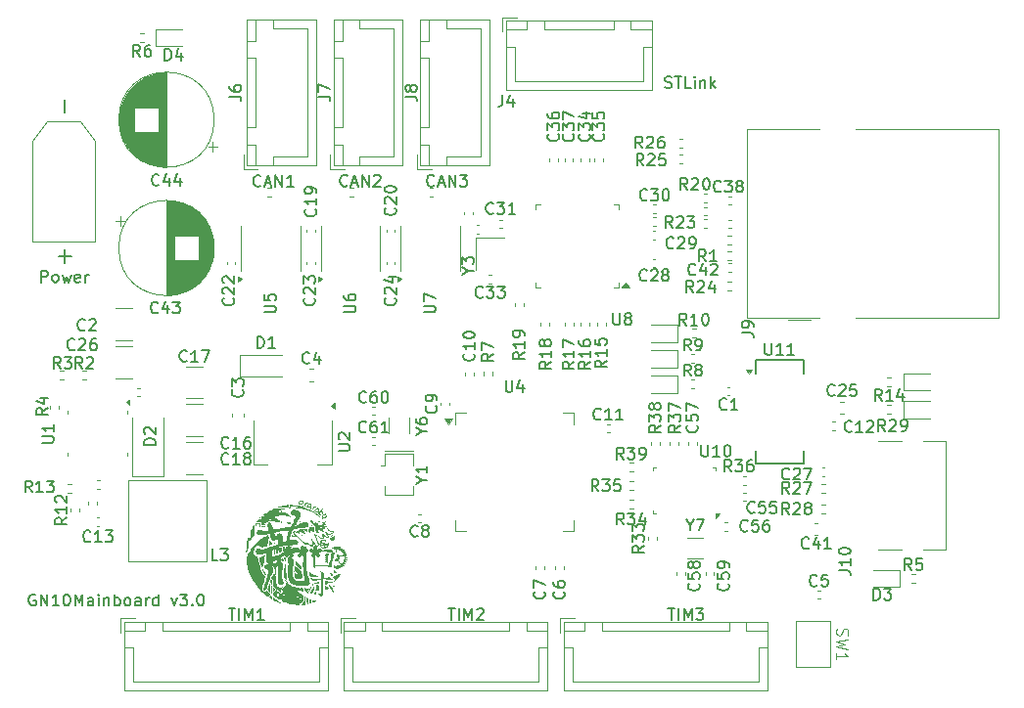
<source format=gbr>
%TF.GenerationSoftware,KiCad,Pcbnew,9.0.6-9.0.6~ubuntu22.04.1*%
%TF.CreationDate,2025-12-31T09:15:03+09:00*%
%TF.ProjectId,GN10Mainboard,474e3130-4d61-4696-9e62-6f6172642e6b,rev?*%
%TF.SameCoordinates,Original*%
%TF.FileFunction,Legend,Top*%
%TF.FilePolarity,Positive*%
%FSLAX46Y46*%
G04 Gerber Fmt 4.6, Leading zero omitted, Abs format (unit mm)*
G04 Created by KiCad (PCBNEW 9.0.6-9.0.6~ubuntu22.04.1) date 2025-12-31 09:15:03*
%MOMM*%
%LPD*%
G01*
G04 APERTURE LIST*
%ADD10C,0.150000*%
%ADD11C,0.200000*%
%ADD12C,0.300000*%
%ADD13C,0.100000*%
%ADD14C,0.120000*%
%ADD15C,0.000000*%
G04 APERTURE END LIST*
D10*
X131260588Y-140717438D02*
X131165350Y-140669819D01*
X131165350Y-140669819D02*
X131022493Y-140669819D01*
X131022493Y-140669819D02*
X130879636Y-140717438D01*
X130879636Y-140717438D02*
X130784398Y-140812676D01*
X130784398Y-140812676D02*
X130736779Y-140907914D01*
X130736779Y-140907914D02*
X130689160Y-141098390D01*
X130689160Y-141098390D02*
X130689160Y-141241247D01*
X130689160Y-141241247D02*
X130736779Y-141431723D01*
X130736779Y-141431723D02*
X130784398Y-141526961D01*
X130784398Y-141526961D02*
X130879636Y-141622200D01*
X130879636Y-141622200D02*
X131022493Y-141669819D01*
X131022493Y-141669819D02*
X131117731Y-141669819D01*
X131117731Y-141669819D02*
X131260588Y-141622200D01*
X131260588Y-141622200D02*
X131308207Y-141574580D01*
X131308207Y-141574580D02*
X131308207Y-141241247D01*
X131308207Y-141241247D02*
X131117731Y-141241247D01*
X131736779Y-141669819D02*
X131736779Y-140669819D01*
X131736779Y-140669819D02*
X132308207Y-141669819D01*
X132308207Y-141669819D02*
X132308207Y-140669819D01*
X133308207Y-141669819D02*
X132736779Y-141669819D01*
X133022493Y-141669819D02*
X133022493Y-140669819D01*
X133022493Y-140669819D02*
X132927255Y-140812676D01*
X132927255Y-140812676D02*
X132832017Y-140907914D01*
X132832017Y-140907914D02*
X132736779Y-140955533D01*
X133927255Y-140669819D02*
X134022493Y-140669819D01*
X134022493Y-140669819D02*
X134117731Y-140717438D01*
X134117731Y-140717438D02*
X134165350Y-140765057D01*
X134165350Y-140765057D02*
X134212969Y-140860295D01*
X134212969Y-140860295D02*
X134260588Y-141050771D01*
X134260588Y-141050771D02*
X134260588Y-141288866D01*
X134260588Y-141288866D02*
X134212969Y-141479342D01*
X134212969Y-141479342D02*
X134165350Y-141574580D01*
X134165350Y-141574580D02*
X134117731Y-141622200D01*
X134117731Y-141622200D02*
X134022493Y-141669819D01*
X134022493Y-141669819D02*
X133927255Y-141669819D01*
X133927255Y-141669819D02*
X133832017Y-141622200D01*
X133832017Y-141622200D02*
X133784398Y-141574580D01*
X133784398Y-141574580D02*
X133736779Y-141479342D01*
X133736779Y-141479342D02*
X133689160Y-141288866D01*
X133689160Y-141288866D02*
X133689160Y-141050771D01*
X133689160Y-141050771D02*
X133736779Y-140860295D01*
X133736779Y-140860295D02*
X133784398Y-140765057D01*
X133784398Y-140765057D02*
X133832017Y-140717438D01*
X133832017Y-140717438D02*
X133927255Y-140669819D01*
X134689160Y-141669819D02*
X134689160Y-140669819D01*
X134689160Y-140669819D02*
X135022493Y-141384104D01*
X135022493Y-141384104D02*
X135355826Y-140669819D01*
X135355826Y-140669819D02*
X135355826Y-141669819D01*
X136260588Y-141669819D02*
X136260588Y-141146009D01*
X136260588Y-141146009D02*
X136212969Y-141050771D01*
X136212969Y-141050771D02*
X136117731Y-141003152D01*
X136117731Y-141003152D02*
X135927255Y-141003152D01*
X135927255Y-141003152D02*
X135832017Y-141050771D01*
X136260588Y-141622200D02*
X136165350Y-141669819D01*
X136165350Y-141669819D02*
X135927255Y-141669819D01*
X135927255Y-141669819D02*
X135832017Y-141622200D01*
X135832017Y-141622200D02*
X135784398Y-141526961D01*
X135784398Y-141526961D02*
X135784398Y-141431723D01*
X135784398Y-141431723D02*
X135832017Y-141336485D01*
X135832017Y-141336485D02*
X135927255Y-141288866D01*
X135927255Y-141288866D02*
X136165350Y-141288866D01*
X136165350Y-141288866D02*
X136260588Y-141241247D01*
X136736779Y-141669819D02*
X136736779Y-141003152D01*
X136736779Y-140669819D02*
X136689160Y-140717438D01*
X136689160Y-140717438D02*
X136736779Y-140765057D01*
X136736779Y-140765057D02*
X136784398Y-140717438D01*
X136784398Y-140717438D02*
X136736779Y-140669819D01*
X136736779Y-140669819D02*
X136736779Y-140765057D01*
X137212969Y-141003152D02*
X137212969Y-141669819D01*
X137212969Y-141098390D02*
X137260588Y-141050771D01*
X137260588Y-141050771D02*
X137355826Y-141003152D01*
X137355826Y-141003152D02*
X137498683Y-141003152D01*
X137498683Y-141003152D02*
X137593921Y-141050771D01*
X137593921Y-141050771D02*
X137641540Y-141146009D01*
X137641540Y-141146009D02*
X137641540Y-141669819D01*
X138117731Y-141669819D02*
X138117731Y-140669819D01*
X138117731Y-141050771D02*
X138212969Y-141003152D01*
X138212969Y-141003152D02*
X138403445Y-141003152D01*
X138403445Y-141003152D02*
X138498683Y-141050771D01*
X138498683Y-141050771D02*
X138546302Y-141098390D01*
X138546302Y-141098390D02*
X138593921Y-141193628D01*
X138593921Y-141193628D02*
X138593921Y-141479342D01*
X138593921Y-141479342D02*
X138546302Y-141574580D01*
X138546302Y-141574580D02*
X138498683Y-141622200D01*
X138498683Y-141622200D02*
X138403445Y-141669819D01*
X138403445Y-141669819D02*
X138212969Y-141669819D01*
X138212969Y-141669819D02*
X138117731Y-141622200D01*
X139165350Y-141669819D02*
X139070112Y-141622200D01*
X139070112Y-141622200D02*
X139022493Y-141574580D01*
X139022493Y-141574580D02*
X138974874Y-141479342D01*
X138974874Y-141479342D02*
X138974874Y-141193628D01*
X138974874Y-141193628D02*
X139022493Y-141098390D01*
X139022493Y-141098390D02*
X139070112Y-141050771D01*
X139070112Y-141050771D02*
X139165350Y-141003152D01*
X139165350Y-141003152D02*
X139308207Y-141003152D01*
X139308207Y-141003152D02*
X139403445Y-141050771D01*
X139403445Y-141050771D02*
X139451064Y-141098390D01*
X139451064Y-141098390D02*
X139498683Y-141193628D01*
X139498683Y-141193628D02*
X139498683Y-141479342D01*
X139498683Y-141479342D02*
X139451064Y-141574580D01*
X139451064Y-141574580D02*
X139403445Y-141622200D01*
X139403445Y-141622200D02*
X139308207Y-141669819D01*
X139308207Y-141669819D02*
X139165350Y-141669819D01*
X140355826Y-141669819D02*
X140355826Y-141146009D01*
X140355826Y-141146009D02*
X140308207Y-141050771D01*
X140308207Y-141050771D02*
X140212969Y-141003152D01*
X140212969Y-141003152D02*
X140022493Y-141003152D01*
X140022493Y-141003152D02*
X139927255Y-141050771D01*
X140355826Y-141622200D02*
X140260588Y-141669819D01*
X140260588Y-141669819D02*
X140022493Y-141669819D01*
X140022493Y-141669819D02*
X139927255Y-141622200D01*
X139927255Y-141622200D02*
X139879636Y-141526961D01*
X139879636Y-141526961D02*
X139879636Y-141431723D01*
X139879636Y-141431723D02*
X139927255Y-141336485D01*
X139927255Y-141336485D02*
X140022493Y-141288866D01*
X140022493Y-141288866D02*
X140260588Y-141288866D01*
X140260588Y-141288866D02*
X140355826Y-141241247D01*
X140832017Y-141669819D02*
X140832017Y-141003152D01*
X140832017Y-141193628D02*
X140879636Y-141098390D01*
X140879636Y-141098390D02*
X140927255Y-141050771D01*
X140927255Y-141050771D02*
X141022493Y-141003152D01*
X141022493Y-141003152D02*
X141117731Y-141003152D01*
X141879636Y-141669819D02*
X141879636Y-140669819D01*
X141879636Y-141622200D02*
X141784398Y-141669819D01*
X141784398Y-141669819D02*
X141593922Y-141669819D01*
X141593922Y-141669819D02*
X141498684Y-141622200D01*
X141498684Y-141622200D02*
X141451065Y-141574580D01*
X141451065Y-141574580D02*
X141403446Y-141479342D01*
X141403446Y-141479342D02*
X141403446Y-141193628D01*
X141403446Y-141193628D02*
X141451065Y-141098390D01*
X141451065Y-141098390D02*
X141498684Y-141050771D01*
X141498684Y-141050771D02*
X141593922Y-141003152D01*
X141593922Y-141003152D02*
X141784398Y-141003152D01*
X141784398Y-141003152D02*
X141879636Y-141050771D01*
X143022494Y-141003152D02*
X143260589Y-141669819D01*
X143260589Y-141669819D02*
X143498684Y-141003152D01*
X143784399Y-140669819D02*
X144403446Y-140669819D01*
X144403446Y-140669819D02*
X144070113Y-141050771D01*
X144070113Y-141050771D02*
X144212970Y-141050771D01*
X144212970Y-141050771D02*
X144308208Y-141098390D01*
X144308208Y-141098390D02*
X144355827Y-141146009D01*
X144355827Y-141146009D02*
X144403446Y-141241247D01*
X144403446Y-141241247D02*
X144403446Y-141479342D01*
X144403446Y-141479342D02*
X144355827Y-141574580D01*
X144355827Y-141574580D02*
X144308208Y-141622200D01*
X144308208Y-141622200D02*
X144212970Y-141669819D01*
X144212970Y-141669819D02*
X143927256Y-141669819D01*
X143927256Y-141669819D02*
X143832018Y-141622200D01*
X143832018Y-141622200D02*
X143784399Y-141574580D01*
X144832018Y-141574580D02*
X144879637Y-141622200D01*
X144879637Y-141622200D02*
X144832018Y-141669819D01*
X144832018Y-141669819D02*
X144784399Y-141622200D01*
X144784399Y-141622200D02*
X144832018Y-141574580D01*
X144832018Y-141574580D02*
X144832018Y-141669819D01*
X145498684Y-140669819D02*
X145593922Y-140669819D01*
X145593922Y-140669819D02*
X145689160Y-140717438D01*
X145689160Y-140717438D02*
X145736779Y-140765057D01*
X145736779Y-140765057D02*
X145784398Y-140860295D01*
X145784398Y-140860295D02*
X145832017Y-141050771D01*
X145832017Y-141050771D02*
X145832017Y-141288866D01*
X145832017Y-141288866D02*
X145784398Y-141479342D01*
X145784398Y-141479342D02*
X145736779Y-141574580D01*
X145736779Y-141574580D02*
X145689160Y-141622200D01*
X145689160Y-141622200D02*
X145593922Y-141669819D01*
X145593922Y-141669819D02*
X145498684Y-141669819D01*
X145498684Y-141669819D02*
X145403446Y-141622200D01*
X145403446Y-141622200D02*
X145355827Y-141574580D01*
X145355827Y-141574580D02*
X145308208Y-141479342D01*
X145308208Y-141479342D02*
X145260589Y-141288866D01*
X145260589Y-141288866D02*
X145260589Y-141050771D01*
X145260589Y-141050771D02*
X145308208Y-140860295D01*
X145308208Y-140860295D02*
X145355827Y-140765057D01*
X145355827Y-140765057D02*
X145403446Y-140717438D01*
X145403446Y-140717438D02*
X145498684Y-140669819D01*
D11*
X131769673Y-113667219D02*
X131769673Y-112667219D01*
X131769673Y-112667219D02*
X132150625Y-112667219D01*
X132150625Y-112667219D02*
X132245863Y-112714838D01*
X132245863Y-112714838D02*
X132293482Y-112762457D01*
X132293482Y-112762457D02*
X132341101Y-112857695D01*
X132341101Y-112857695D02*
X132341101Y-113000552D01*
X132341101Y-113000552D02*
X132293482Y-113095790D01*
X132293482Y-113095790D02*
X132245863Y-113143409D01*
X132245863Y-113143409D02*
X132150625Y-113191028D01*
X132150625Y-113191028D02*
X131769673Y-113191028D01*
X132912530Y-113667219D02*
X132817292Y-113619600D01*
X132817292Y-113619600D02*
X132769673Y-113571980D01*
X132769673Y-113571980D02*
X132722054Y-113476742D01*
X132722054Y-113476742D02*
X132722054Y-113191028D01*
X132722054Y-113191028D02*
X132769673Y-113095790D01*
X132769673Y-113095790D02*
X132817292Y-113048171D01*
X132817292Y-113048171D02*
X132912530Y-113000552D01*
X132912530Y-113000552D02*
X133055387Y-113000552D01*
X133055387Y-113000552D02*
X133150625Y-113048171D01*
X133150625Y-113048171D02*
X133198244Y-113095790D01*
X133198244Y-113095790D02*
X133245863Y-113191028D01*
X133245863Y-113191028D02*
X133245863Y-113476742D01*
X133245863Y-113476742D02*
X133198244Y-113571980D01*
X133198244Y-113571980D02*
X133150625Y-113619600D01*
X133150625Y-113619600D02*
X133055387Y-113667219D01*
X133055387Y-113667219D02*
X132912530Y-113667219D01*
X133579197Y-113000552D02*
X133769673Y-113667219D01*
X133769673Y-113667219D02*
X133960149Y-113191028D01*
X133960149Y-113191028D02*
X134150625Y-113667219D01*
X134150625Y-113667219D02*
X134341101Y-113000552D01*
X135103006Y-113619600D02*
X135007768Y-113667219D01*
X135007768Y-113667219D02*
X134817292Y-113667219D01*
X134817292Y-113667219D02*
X134722054Y-113619600D01*
X134722054Y-113619600D02*
X134674435Y-113524361D01*
X134674435Y-113524361D02*
X134674435Y-113143409D01*
X134674435Y-113143409D02*
X134722054Y-113048171D01*
X134722054Y-113048171D02*
X134817292Y-113000552D01*
X134817292Y-113000552D02*
X135007768Y-113000552D01*
X135007768Y-113000552D02*
X135103006Y-113048171D01*
X135103006Y-113048171D02*
X135150625Y-113143409D01*
X135150625Y-113143409D02*
X135150625Y-113238647D01*
X135150625Y-113238647D02*
X134674435Y-113333885D01*
X135579197Y-113667219D02*
X135579197Y-113000552D01*
X135579197Y-113191028D02*
X135626816Y-113095790D01*
X135626816Y-113095790D02*
X135674435Y-113048171D01*
X135674435Y-113048171D02*
X135769673Y-113000552D01*
X135769673Y-113000552D02*
X135864911Y-113000552D01*
X185976816Y-141907219D02*
X186548244Y-141907219D01*
X186262530Y-142907219D02*
X186262530Y-141907219D01*
X186881578Y-142907219D02*
X186881578Y-141907219D01*
X187357768Y-142907219D02*
X187357768Y-141907219D01*
X187357768Y-141907219D02*
X187691101Y-142621504D01*
X187691101Y-142621504D02*
X188024434Y-141907219D01*
X188024434Y-141907219D02*
X188024434Y-142907219D01*
X188405387Y-141907219D02*
X189024434Y-141907219D01*
X189024434Y-141907219D02*
X188691101Y-142288171D01*
X188691101Y-142288171D02*
X188833958Y-142288171D01*
X188833958Y-142288171D02*
X188929196Y-142335790D01*
X188929196Y-142335790D02*
X188976815Y-142383409D01*
X188976815Y-142383409D02*
X189024434Y-142478647D01*
X189024434Y-142478647D02*
X189024434Y-142716742D01*
X189024434Y-142716742D02*
X188976815Y-142811980D01*
X188976815Y-142811980D02*
X188929196Y-142859600D01*
X188929196Y-142859600D02*
X188833958Y-142907219D01*
X188833958Y-142907219D02*
X188548244Y-142907219D01*
X188548244Y-142907219D02*
X188453006Y-142859600D01*
X188453006Y-142859600D02*
X188405387Y-142811980D01*
X166976816Y-141907219D02*
X167548244Y-141907219D01*
X167262530Y-142907219D02*
X167262530Y-141907219D01*
X167881578Y-142907219D02*
X167881578Y-141907219D01*
X168357768Y-142907219D02*
X168357768Y-141907219D01*
X168357768Y-141907219D02*
X168691101Y-142621504D01*
X168691101Y-142621504D02*
X169024434Y-141907219D01*
X169024434Y-141907219D02*
X169024434Y-142907219D01*
X169453006Y-142002457D02*
X169500625Y-141954838D01*
X169500625Y-141954838D02*
X169595863Y-141907219D01*
X169595863Y-141907219D02*
X169833958Y-141907219D01*
X169833958Y-141907219D02*
X169929196Y-141954838D01*
X169929196Y-141954838D02*
X169976815Y-142002457D01*
X169976815Y-142002457D02*
X170024434Y-142097695D01*
X170024434Y-142097695D02*
X170024434Y-142192933D01*
X170024434Y-142192933D02*
X169976815Y-142335790D01*
X169976815Y-142335790D02*
X169405387Y-142907219D01*
X169405387Y-142907219D02*
X170024434Y-142907219D01*
X147976816Y-141907219D02*
X148548244Y-141907219D01*
X148262530Y-142907219D02*
X148262530Y-141907219D01*
X148881578Y-142907219D02*
X148881578Y-141907219D01*
X149357768Y-142907219D02*
X149357768Y-141907219D01*
X149357768Y-141907219D02*
X149691101Y-142621504D01*
X149691101Y-142621504D02*
X150024434Y-141907219D01*
X150024434Y-141907219D02*
X150024434Y-142907219D01*
X151024434Y-142907219D02*
X150453006Y-142907219D01*
X150738720Y-142907219D02*
X150738720Y-141907219D01*
X150738720Y-141907219D02*
X150643482Y-142050076D01*
X150643482Y-142050076D02*
X150548244Y-142145314D01*
X150548244Y-142145314D02*
X150453006Y-142192933D01*
X185722054Y-96804600D02*
X185864911Y-96852219D01*
X185864911Y-96852219D02*
X186103006Y-96852219D01*
X186103006Y-96852219D02*
X186198244Y-96804600D01*
X186198244Y-96804600D02*
X186245863Y-96756980D01*
X186245863Y-96756980D02*
X186293482Y-96661742D01*
X186293482Y-96661742D02*
X186293482Y-96566504D01*
X186293482Y-96566504D02*
X186245863Y-96471266D01*
X186245863Y-96471266D02*
X186198244Y-96423647D01*
X186198244Y-96423647D02*
X186103006Y-96376028D01*
X186103006Y-96376028D02*
X185912530Y-96328409D01*
X185912530Y-96328409D02*
X185817292Y-96280790D01*
X185817292Y-96280790D02*
X185769673Y-96233171D01*
X185769673Y-96233171D02*
X185722054Y-96137933D01*
X185722054Y-96137933D02*
X185722054Y-96042695D01*
X185722054Y-96042695D02*
X185769673Y-95947457D01*
X185769673Y-95947457D02*
X185817292Y-95899838D01*
X185817292Y-95899838D02*
X185912530Y-95852219D01*
X185912530Y-95852219D02*
X186150625Y-95852219D01*
X186150625Y-95852219D02*
X186293482Y-95899838D01*
X186579197Y-95852219D02*
X187150625Y-95852219D01*
X186864911Y-96852219D02*
X186864911Y-95852219D01*
X187960149Y-96852219D02*
X187483959Y-96852219D01*
X187483959Y-96852219D02*
X187483959Y-95852219D01*
X188293483Y-96852219D02*
X188293483Y-96185552D01*
X188293483Y-95852219D02*
X188245864Y-95899838D01*
X188245864Y-95899838D02*
X188293483Y-95947457D01*
X188293483Y-95947457D02*
X188341102Y-95899838D01*
X188341102Y-95899838D02*
X188293483Y-95852219D01*
X188293483Y-95852219D02*
X188293483Y-95947457D01*
X188769673Y-96185552D02*
X188769673Y-96852219D01*
X188769673Y-96280790D02*
X188817292Y-96233171D01*
X188817292Y-96233171D02*
X188912530Y-96185552D01*
X188912530Y-96185552D02*
X189055387Y-96185552D01*
X189055387Y-96185552D02*
X189150625Y-96233171D01*
X189150625Y-96233171D02*
X189198244Y-96328409D01*
X189198244Y-96328409D02*
X189198244Y-96852219D01*
X189674435Y-96852219D02*
X189674435Y-95852219D01*
X189769673Y-96471266D02*
X190055387Y-96852219D01*
X190055387Y-96185552D02*
X189674435Y-96566504D01*
X165741101Y-105266980D02*
X165693482Y-105314600D01*
X165693482Y-105314600D02*
X165550625Y-105362219D01*
X165550625Y-105362219D02*
X165455387Y-105362219D01*
X165455387Y-105362219D02*
X165312530Y-105314600D01*
X165312530Y-105314600D02*
X165217292Y-105219361D01*
X165217292Y-105219361D02*
X165169673Y-105124123D01*
X165169673Y-105124123D02*
X165122054Y-104933647D01*
X165122054Y-104933647D02*
X165122054Y-104790790D01*
X165122054Y-104790790D02*
X165169673Y-104600314D01*
X165169673Y-104600314D02*
X165217292Y-104505076D01*
X165217292Y-104505076D02*
X165312530Y-104409838D01*
X165312530Y-104409838D02*
X165455387Y-104362219D01*
X165455387Y-104362219D02*
X165550625Y-104362219D01*
X165550625Y-104362219D02*
X165693482Y-104409838D01*
X165693482Y-104409838D02*
X165741101Y-104457457D01*
X166122054Y-105076504D02*
X166598244Y-105076504D01*
X166026816Y-105362219D02*
X166360149Y-104362219D01*
X166360149Y-104362219D02*
X166693482Y-105362219D01*
X167026816Y-105362219D02*
X167026816Y-104362219D01*
X167026816Y-104362219D02*
X167598244Y-105362219D01*
X167598244Y-105362219D02*
X167598244Y-104362219D01*
X167979197Y-104362219D02*
X168598244Y-104362219D01*
X168598244Y-104362219D02*
X168264911Y-104743171D01*
X168264911Y-104743171D02*
X168407768Y-104743171D01*
X168407768Y-104743171D02*
X168503006Y-104790790D01*
X168503006Y-104790790D02*
X168550625Y-104838409D01*
X168550625Y-104838409D02*
X168598244Y-104933647D01*
X168598244Y-104933647D02*
X168598244Y-105171742D01*
X168598244Y-105171742D02*
X168550625Y-105266980D01*
X168550625Y-105266980D02*
X168503006Y-105314600D01*
X168503006Y-105314600D02*
X168407768Y-105362219D01*
X168407768Y-105362219D02*
X168122054Y-105362219D01*
X168122054Y-105362219D02*
X168026816Y-105314600D01*
X168026816Y-105314600D02*
X167979197Y-105266980D01*
X158241101Y-105266980D02*
X158193482Y-105314600D01*
X158193482Y-105314600D02*
X158050625Y-105362219D01*
X158050625Y-105362219D02*
X157955387Y-105362219D01*
X157955387Y-105362219D02*
X157812530Y-105314600D01*
X157812530Y-105314600D02*
X157717292Y-105219361D01*
X157717292Y-105219361D02*
X157669673Y-105124123D01*
X157669673Y-105124123D02*
X157622054Y-104933647D01*
X157622054Y-104933647D02*
X157622054Y-104790790D01*
X157622054Y-104790790D02*
X157669673Y-104600314D01*
X157669673Y-104600314D02*
X157717292Y-104505076D01*
X157717292Y-104505076D02*
X157812530Y-104409838D01*
X157812530Y-104409838D02*
X157955387Y-104362219D01*
X157955387Y-104362219D02*
X158050625Y-104362219D01*
X158050625Y-104362219D02*
X158193482Y-104409838D01*
X158193482Y-104409838D02*
X158241101Y-104457457D01*
X158622054Y-105076504D02*
X159098244Y-105076504D01*
X158526816Y-105362219D02*
X158860149Y-104362219D01*
X158860149Y-104362219D02*
X159193482Y-105362219D01*
X159526816Y-105362219D02*
X159526816Y-104362219D01*
X159526816Y-104362219D02*
X160098244Y-105362219D01*
X160098244Y-105362219D02*
X160098244Y-104362219D01*
X160526816Y-104457457D02*
X160574435Y-104409838D01*
X160574435Y-104409838D02*
X160669673Y-104362219D01*
X160669673Y-104362219D02*
X160907768Y-104362219D01*
X160907768Y-104362219D02*
X161003006Y-104409838D01*
X161003006Y-104409838D02*
X161050625Y-104457457D01*
X161050625Y-104457457D02*
X161098244Y-104552695D01*
X161098244Y-104552695D02*
X161098244Y-104647933D01*
X161098244Y-104647933D02*
X161050625Y-104790790D01*
X161050625Y-104790790D02*
X160479197Y-105362219D01*
X160479197Y-105362219D02*
X161098244Y-105362219D01*
X150741101Y-105291980D02*
X150693482Y-105339600D01*
X150693482Y-105339600D02*
X150550625Y-105387219D01*
X150550625Y-105387219D02*
X150455387Y-105387219D01*
X150455387Y-105387219D02*
X150312530Y-105339600D01*
X150312530Y-105339600D02*
X150217292Y-105244361D01*
X150217292Y-105244361D02*
X150169673Y-105149123D01*
X150169673Y-105149123D02*
X150122054Y-104958647D01*
X150122054Y-104958647D02*
X150122054Y-104815790D01*
X150122054Y-104815790D02*
X150169673Y-104625314D01*
X150169673Y-104625314D02*
X150217292Y-104530076D01*
X150217292Y-104530076D02*
X150312530Y-104434838D01*
X150312530Y-104434838D02*
X150455387Y-104387219D01*
X150455387Y-104387219D02*
X150550625Y-104387219D01*
X150550625Y-104387219D02*
X150693482Y-104434838D01*
X150693482Y-104434838D02*
X150741101Y-104482457D01*
X151122054Y-105101504D02*
X151598244Y-105101504D01*
X151026816Y-105387219D02*
X151360149Y-104387219D01*
X151360149Y-104387219D02*
X151693482Y-105387219D01*
X152026816Y-105387219D02*
X152026816Y-104387219D01*
X152026816Y-104387219D02*
X152598244Y-105387219D01*
X152598244Y-105387219D02*
X152598244Y-104387219D01*
X153598244Y-105387219D02*
X153026816Y-105387219D01*
X153312530Y-105387219D02*
X153312530Y-104387219D01*
X153312530Y-104387219D02*
X153217292Y-104530076D01*
X153217292Y-104530076D02*
X153122054Y-104625314D01*
X153122054Y-104625314D02*
X153026816Y-104672933D01*
D10*
X176459580Y-100842857D02*
X176507200Y-100890476D01*
X176507200Y-100890476D02*
X176554819Y-101033333D01*
X176554819Y-101033333D02*
X176554819Y-101128571D01*
X176554819Y-101128571D02*
X176507200Y-101271428D01*
X176507200Y-101271428D02*
X176411961Y-101366666D01*
X176411961Y-101366666D02*
X176316723Y-101414285D01*
X176316723Y-101414285D02*
X176126247Y-101461904D01*
X176126247Y-101461904D02*
X175983390Y-101461904D01*
X175983390Y-101461904D02*
X175792914Y-101414285D01*
X175792914Y-101414285D02*
X175697676Y-101366666D01*
X175697676Y-101366666D02*
X175602438Y-101271428D01*
X175602438Y-101271428D02*
X175554819Y-101128571D01*
X175554819Y-101128571D02*
X175554819Y-101033333D01*
X175554819Y-101033333D02*
X175602438Y-100890476D01*
X175602438Y-100890476D02*
X175650057Y-100842857D01*
X175554819Y-100509523D02*
X175554819Y-99890476D01*
X175554819Y-99890476D02*
X175935771Y-100223809D01*
X175935771Y-100223809D02*
X175935771Y-100080952D01*
X175935771Y-100080952D02*
X175983390Y-99985714D01*
X175983390Y-99985714D02*
X176031009Y-99938095D01*
X176031009Y-99938095D02*
X176126247Y-99890476D01*
X176126247Y-99890476D02*
X176364342Y-99890476D01*
X176364342Y-99890476D02*
X176459580Y-99938095D01*
X176459580Y-99938095D02*
X176507200Y-99985714D01*
X176507200Y-99985714D02*
X176554819Y-100080952D01*
X176554819Y-100080952D02*
X176554819Y-100366666D01*
X176554819Y-100366666D02*
X176507200Y-100461904D01*
X176507200Y-100461904D02*
X176459580Y-100509523D01*
X175554819Y-99033333D02*
X175554819Y-99223809D01*
X175554819Y-99223809D02*
X175602438Y-99319047D01*
X175602438Y-99319047D02*
X175650057Y-99366666D01*
X175650057Y-99366666D02*
X175792914Y-99461904D01*
X175792914Y-99461904D02*
X175983390Y-99509523D01*
X175983390Y-99509523D02*
X176364342Y-99509523D01*
X176364342Y-99509523D02*
X176459580Y-99461904D01*
X176459580Y-99461904D02*
X176507200Y-99414285D01*
X176507200Y-99414285D02*
X176554819Y-99319047D01*
X176554819Y-99319047D02*
X176554819Y-99128571D01*
X176554819Y-99128571D02*
X176507200Y-99033333D01*
X176507200Y-99033333D02*
X176459580Y-98985714D01*
X176459580Y-98985714D02*
X176364342Y-98938095D01*
X176364342Y-98938095D02*
X176126247Y-98938095D01*
X176126247Y-98938095D02*
X176031009Y-98985714D01*
X176031009Y-98985714D02*
X175983390Y-99033333D01*
X175983390Y-99033333D02*
X175935771Y-99128571D01*
X175935771Y-99128571D02*
X175935771Y-99319047D01*
X175935771Y-99319047D02*
X175983390Y-99414285D01*
X175983390Y-99414285D02*
X176031009Y-99461904D01*
X176031009Y-99461904D02*
X176126247Y-99509523D01*
X136027142Y-136059580D02*
X135979523Y-136107200D01*
X135979523Y-136107200D02*
X135836666Y-136154819D01*
X135836666Y-136154819D02*
X135741428Y-136154819D01*
X135741428Y-136154819D02*
X135598571Y-136107200D01*
X135598571Y-136107200D02*
X135503333Y-136011961D01*
X135503333Y-136011961D02*
X135455714Y-135916723D01*
X135455714Y-135916723D02*
X135408095Y-135726247D01*
X135408095Y-135726247D02*
X135408095Y-135583390D01*
X135408095Y-135583390D02*
X135455714Y-135392914D01*
X135455714Y-135392914D02*
X135503333Y-135297676D01*
X135503333Y-135297676D02*
X135598571Y-135202438D01*
X135598571Y-135202438D02*
X135741428Y-135154819D01*
X135741428Y-135154819D02*
X135836666Y-135154819D01*
X135836666Y-135154819D02*
X135979523Y-135202438D01*
X135979523Y-135202438D02*
X136027142Y-135250057D01*
X136979523Y-136154819D02*
X136408095Y-136154819D01*
X136693809Y-136154819D02*
X136693809Y-135154819D01*
X136693809Y-135154819D02*
X136598571Y-135297676D01*
X136598571Y-135297676D02*
X136503333Y-135392914D01*
X136503333Y-135392914D02*
X136408095Y-135440533D01*
X137312857Y-135154819D02*
X137931904Y-135154819D01*
X137931904Y-135154819D02*
X137598571Y-135535771D01*
X137598571Y-135535771D02*
X137741428Y-135535771D01*
X137741428Y-135535771D02*
X137836666Y-135583390D01*
X137836666Y-135583390D02*
X137884285Y-135631009D01*
X137884285Y-135631009D02*
X137931904Y-135726247D01*
X137931904Y-135726247D02*
X137931904Y-135964342D01*
X137931904Y-135964342D02*
X137884285Y-136059580D01*
X137884285Y-136059580D02*
X137836666Y-136107200D01*
X137836666Y-136107200D02*
X137741428Y-136154819D01*
X137741428Y-136154819D02*
X137455714Y-136154819D01*
X137455714Y-136154819D02*
X137360476Y-136107200D01*
X137360476Y-136107200D02*
X137312857Y-136059580D01*
X196457142Y-130659580D02*
X196409523Y-130707200D01*
X196409523Y-130707200D02*
X196266666Y-130754819D01*
X196266666Y-130754819D02*
X196171428Y-130754819D01*
X196171428Y-130754819D02*
X196028571Y-130707200D01*
X196028571Y-130707200D02*
X195933333Y-130611961D01*
X195933333Y-130611961D02*
X195885714Y-130516723D01*
X195885714Y-130516723D02*
X195838095Y-130326247D01*
X195838095Y-130326247D02*
X195838095Y-130183390D01*
X195838095Y-130183390D02*
X195885714Y-129992914D01*
X195885714Y-129992914D02*
X195933333Y-129897676D01*
X195933333Y-129897676D02*
X196028571Y-129802438D01*
X196028571Y-129802438D02*
X196171428Y-129754819D01*
X196171428Y-129754819D02*
X196266666Y-129754819D01*
X196266666Y-129754819D02*
X196409523Y-129802438D01*
X196409523Y-129802438D02*
X196457142Y-129850057D01*
X196838095Y-129850057D02*
X196885714Y-129802438D01*
X196885714Y-129802438D02*
X196980952Y-129754819D01*
X196980952Y-129754819D02*
X197219047Y-129754819D01*
X197219047Y-129754819D02*
X197314285Y-129802438D01*
X197314285Y-129802438D02*
X197361904Y-129850057D01*
X197361904Y-129850057D02*
X197409523Y-129945295D01*
X197409523Y-129945295D02*
X197409523Y-130040533D01*
X197409523Y-130040533D02*
X197361904Y-130183390D01*
X197361904Y-130183390D02*
X196790476Y-130754819D01*
X196790476Y-130754819D02*
X197409523Y-130754819D01*
X197742857Y-129754819D02*
X198409523Y-129754819D01*
X198409523Y-129754819D02*
X197980952Y-130754819D01*
X168678628Y-112676190D02*
X169154819Y-112676190D01*
X168154819Y-113009523D02*
X168678628Y-112676190D01*
X168678628Y-112676190D02*
X168154819Y-112342857D01*
X168154819Y-112104761D02*
X168154819Y-111485714D01*
X168154819Y-111485714D02*
X168535771Y-111819047D01*
X168535771Y-111819047D02*
X168535771Y-111676190D01*
X168535771Y-111676190D02*
X168583390Y-111580952D01*
X168583390Y-111580952D02*
X168631009Y-111533333D01*
X168631009Y-111533333D02*
X168726247Y-111485714D01*
X168726247Y-111485714D02*
X168964342Y-111485714D01*
X168964342Y-111485714D02*
X169059580Y-111533333D01*
X169059580Y-111533333D02*
X169107200Y-111580952D01*
X169107200Y-111580952D02*
X169154819Y-111676190D01*
X169154819Y-111676190D02*
X169154819Y-111961904D01*
X169154819Y-111961904D02*
X169107200Y-112057142D01*
X169107200Y-112057142D02*
X169059580Y-112104761D01*
X175259580Y-140466666D02*
X175307200Y-140514285D01*
X175307200Y-140514285D02*
X175354819Y-140657142D01*
X175354819Y-140657142D02*
X175354819Y-140752380D01*
X175354819Y-140752380D02*
X175307200Y-140895237D01*
X175307200Y-140895237D02*
X175211961Y-140990475D01*
X175211961Y-140990475D02*
X175116723Y-141038094D01*
X175116723Y-141038094D02*
X174926247Y-141085713D01*
X174926247Y-141085713D02*
X174783390Y-141085713D01*
X174783390Y-141085713D02*
X174592914Y-141038094D01*
X174592914Y-141038094D02*
X174497676Y-140990475D01*
X174497676Y-140990475D02*
X174402438Y-140895237D01*
X174402438Y-140895237D02*
X174354819Y-140752380D01*
X174354819Y-140752380D02*
X174354819Y-140657142D01*
X174354819Y-140657142D02*
X174402438Y-140514285D01*
X174402438Y-140514285D02*
X174450057Y-140466666D01*
X174354819Y-140133332D02*
X174354819Y-139466666D01*
X174354819Y-139466666D02*
X175354819Y-139895237D01*
X147957142Y-127959580D02*
X147909523Y-128007200D01*
X147909523Y-128007200D02*
X147766666Y-128054819D01*
X147766666Y-128054819D02*
X147671428Y-128054819D01*
X147671428Y-128054819D02*
X147528571Y-128007200D01*
X147528571Y-128007200D02*
X147433333Y-127911961D01*
X147433333Y-127911961D02*
X147385714Y-127816723D01*
X147385714Y-127816723D02*
X147338095Y-127626247D01*
X147338095Y-127626247D02*
X147338095Y-127483390D01*
X147338095Y-127483390D02*
X147385714Y-127292914D01*
X147385714Y-127292914D02*
X147433333Y-127197676D01*
X147433333Y-127197676D02*
X147528571Y-127102438D01*
X147528571Y-127102438D02*
X147671428Y-127054819D01*
X147671428Y-127054819D02*
X147766666Y-127054819D01*
X147766666Y-127054819D02*
X147909523Y-127102438D01*
X147909523Y-127102438D02*
X147957142Y-127150057D01*
X148909523Y-128054819D02*
X148338095Y-128054819D01*
X148623809Y-128054819D02*
X148623809Y-127054819D01*
X148623809Y-127054819D02*
X148528571Y-127197676D01*
X148528571Y-127197676D02*
X148433333Y-127292914D01*
X148433333Y-127292914D02*
X148338095Y-127340533D01*
X149766666Y-127054819D02*
X149576190Y-127054819D01*
X149576190Y-127054819D02*
X149480952Y-127102438D01*
X149480952Y-127102438D02*
X149433333Y-127150057D01*
X149433333Y-127150057D02*
X149338095Y-127292914D01*
X149338095Y-127292914D02*
X149290476Y-127483390D01*
X149290476Y-127483390D02*
X149290476Y-127864342D01*
X149290476Y-127864342D02*
X149338095Y-127959580D01*
X149338095Y-127959580D02*
X149385714Y-128007200D01*
X149385714Y-128007200D02*
X149480952Y-128054819D01*
X149480952Y-128054819D02*
X149671428Y-128054819D01*
X149671428Y-128054819D02*
X149766666Y-128007200D01*
X149766666Y-128007200D02*
X149814285Y-127959580D01*
X149814285Y-127959580D02*
X149861904Y-127864342D01*
X149861904Y-127864342D02*
X149861904Y-127626247D01*
X149861904Y-127626247D02*
X149814285Y-127531009D01*
X149814285Y-127531009D02*
X149766666Y-127483390D01*
X149766666Y-127483390D02*
X149671428Y-127435771D01*
X149671428Y-127435771D02*
X149480952Y-127435771D01*
X149480952Y-127435771D02*
X149385714Y-127483390D01*
X149385714Y-127483390D02*
X149338095Y-127531009D01*
X149338095Y-127531009D02*
X149290476Y-127626247D01*
X171938095Y-122154819D02*
X171938095Y-122964342D01*
X171938095Y-122964342D02*
X171985714Y-123059580D01*
X171985714Y-123059580D02*
X172033333Y-123107200D01*
X172033333Y-123107200D02*
X172128571Y-123154819D01*
X172128571Y-123154819D02*
X172319047Y-123154819D01*
X172319047Y-123154819D02*
X172414285Y-123107200D01*
X172414285Y-123107200D02*
X172461904Y-123059580D01*
X172461904Y-123059580D02*
X172509523Y-122964342D01*
X172509523Y-122964342D02*
X172509523Y-122154819D01*
X173414285Y-122488152D02*
X173414285Y-123154819D01*
X173176190Y-122107200D02*
X172938095Y-122821485D01*
X172938095Y-122821485D02*
X173557142Y-122821485D01*
X184157142Y-106499580D02*
X184109523Y-106547200D01*
X184109523Y-106547200D02*
X183966666Y-106594819D01*
X183966666Y-106594819D02*
X183871428Y-106594819D01*
X183871428Y-106594819D02*
X183728571Y-106547200D01*
X183728571Y-106547200D02*
X183633333Y-106451961D01*
X183633333Y-106451961D02*
X183585714Y-106356723D01*
X183585714Y-106356723D02*
X183538095Y-106166247D01*
X183538095Y-106166247D02*
X183538095Y-106023390D01*
X183538095Y-106023390D02*
X183585714Y-105832914D01*
X183585714Y-105832914D02*
X183633333Y-105737676D01*
X183633333Y-105737676D02*
X183728571Y-105642438D01*
X183728571Y-105642438D02*
X183871428Y-105594819D01*
X183871428Y-105594819D02*
X183966666Y-105594819D01*
X183966666Y-105594819D02*
X184109523Y-105642438D01*
X184109523Y-105642438D02*
X184157142Y-105690057D01*
X184490476Y-105594819D02*
X185109523Y-105594819D01*
X185109523Y-105594819D02*
X184776190Y-105975771D01*
X184776190Y-105975771D02*
X184919047Y-105975771D01*
X184919047Y-105975771D02*
X185014285Y-106023390D01*
X185014285Y-106023390D02*
X185061904Y-106071009D01*
X185061904Y-106071009D02*
X185109523Y-106166247D01*
X185109523Y-106166247D02*
X185109523Y-106404342D01*
X185109523Y-106404342D02*
X185061904Y-106499580D01*
X185061904Y-106499580D02*
X185014285Y-106547200D01*
X185014285Y-106547200D02*
X184919047Y-106594819D01*
X184919047Y-106594819D02*
X184633333Y-106594819D01*
X184633333Y-106594819D02*
X184538095Y-106547200D01*
X184538095Y-106547200D02*
X184490476Y-106499580D01*
X185728571Y-105594819D02*
X185823809Y-105594819D01*
X185823809Y-105594819D02*
X185919047Y-105642438D01*
X185919047Y-105642438D02*
X185966666Y-105690057D01*
X185966666Y-105690057D02*
X186014285Y-105785295D01*
X186014285Y-105785295D02*
X186061904Y-105975771D01*
X186061904Y-105975771D02*
X186061904Y-106213866D01*
X186061904Y-106213866D02*
X186014285Y-106404342D01*
X186014285Y-106404342D02*
X185966666Y-106499580D01*
X185966666Y-106499580D02*
X185919047Y-106547200D01*
X185919047Y-106547200D02*
X185823809Y-106594819D01*
X185823809Y-106594819D02*
X185728571Y-106594819D01*
X185728571Y-106594819D02*
X185633333Y-106547200D01*
X185633333Y-106547200D02*
X185585714Y-106499580D01*
X185585714Y-106499580D02*
X185538095Y-106404342D01*
X185538095Y-106404342D02*
X185490476Y-106213866D01*
X185490476Y-106213866D02*
X185490476Y-105975771D01*
X185490476Y-105975771D02*
X185538095Y-105785295D01*
X185538095Y-105785295D02*
X185585714Y-105690057D01*
X185585714Y-105690057D02*
X185633333Y-105642438D01*
X185633333Y-105642438D02*
X185728571Y-105594819D01*
X151054819Y-116261904D02*
X151864342Y-116261904D01*
X151864342Y-116261904D02*
X151959580Y-116214285D01*
X151959580Y-116214285D02*
X152007200Y-116166666D01*
X152007200Y-116166666D02*
X152054819Y-116071428D01*
X152054819Y-116071428D02*
X152054819Y-115880952D01*
X152054819Y-115880952D02*
X152007200Y-115785714D01*
X152007200Y-115785714D02*
X151959580Y-115738095D01*
X151959580Y-115738095D02*
X151864342Y-115690476D01*
X151864342Y-115690476D02*
X151054819Y-115690476D01*
X151054819Y-114738095D02*
X151054819Y-115214285D01*
X151054819Y-115214285D02*
X151531009Y-115261904D01*
X151531009Y-115261904D02*
X151483390Y-115214285D01*
X151483390Y-115214285D02*
X151435771Y-115119047D01*
X151435771Y-115119047D02*
X151435771Y-114880952D01*
X151435771Y-114880952D02*
X151483390Y-114785714D01*
X151483390Y-114785714D02*
X151531009Y-114738095D01*
X151531009Y-114738095D02*
X151626247Y-114690476D01*
X151626247Y-114690476D02*
X151864342Y-114690476D01*
X151864342Y-114690476D02*
X151959580Y-114738095D01*
X151959580Y-114738095D02*
X152007200Y-114785714D01*
X152007200Y-114785714D02*
X152054819Y-114880952D01*
X152054819Y-114880952D02*
X152054819Y-115119047D01*
X152054819Y-115119047D02*
X152007200Y-115214285D01*
X152007200Y-115214285D02*
X151959580Y-115261904D01*
X198157142Y-136659580D02*
X198109523Y-136707200D01*
X198109523Y-136707200D02*
X197966666Y-136754819D01*
X197966666Y-136754819D02*
X197871428Y-136754819D01*
X197871428Y-136754819D02*
X197728571Y-136707200D01*
X197728571Y-136707200D02*
X197633333Y-136611961D01*
X197633333Y-136611961D02*
X197585714Y-136516723D01*
X197585714Y-136516723D02*
X197538095Y-136326247D01*
X197538095Y-136326247D02*
X197538095Y-136183390D01*
X197538095Y-136183390D02*
X197585714Y-135992914D01*
X197585714Y-135992914D02*
X197633333Y-135897676D01*
X197633333Y-135897676D02*
X197728571Y-135802438D01*
X197728571Y-135802438D02*
X197871428Y-135754819D01*
X197871428Y-135754819D02*
X197966666Y-135754819D01*
X197966666Y-135754819D02*
X198109523Y-135802438D01*
X198109523Y-135802438D02*
X198157142Y-135850057D01*
X199014285Y-136088152D02*
X199014285Y-136754819D01*
X198776190Y-135707200D02*
X198538095Y-136421485D01*
X198538095Y-136421485D02*
X199157142Y-136421485D01*
X200061904Y-136754819D02*
X199490476Y-136754819D01*
X199776190Y-136754819D02*
X199776190Y-135754819D01*
X199776190Y-135754819D02*
X199680952Y-135897676D01*
X199680952Y-135897676D02*
X199585714Y-135992914D01*
X199585714Y-135992914D02*
X199490476Y-136040533D01*
X187945833Y-121784819D02*
X187612500Y-121308628D01*
X187374405Y-121784819D02*
X187374405Y-120784819D01*
X187374405Y-120784819D02*
X187755357Y-120784819D01*
X187755357Y-120784819D02*
X187850595Y-120832438D01*
X187850595Y-120832438D02*
X187898214Y-120880057D01*
X187898214Y-120880057D02*
X187945833Y-120975295D01*
X187945833Y-120975295D02*
X187945833Y-121118152D01*
X187945833Y-121118152D02*
X187898214Y-121213390D01*
X187898214Y-121213390D02*
X187850595Y-121261009D01*
X187850595Y-121261009D02*
X187755357Y-121308628D01*
X187755357Y-121308628D02*
X187374405Y-121308628D01*
X188517262Y-121213390D02*
X188422024Y-121165771D01*
X188422024Y-121165771D02*
X188374405Y-121118152D01*
X188374405Y-121118152D02*
X188326786Y-121022914D01*
X188326786Y-121022914D02*
X188326786Y-120975295D01*
X188326786Y-120975295D02*
X188374405Y-120880057D01*
X188374405Y-120880057D02*
X188422024Y-120832438D01*
X188422024Y-120832438D02*
X188517262Y-120784819D01*
X188517262Y-120784819D02*
X188707738Y-120784819D01*
X188707738Y-120784819D02*
X188802976Y-120832438D01*
X188802976Y-120832438D02*
X188850595Y-120880057D01*
X188850595Y-120880057D02*
X188898214Y-120975295D01*
X188898214Y-120975295D02*
X188898214Y-121022914D01*
X188898214Y-121022914D02*
X188850595Y-121118152D01*
X188850595Y-121118152D02*
X188802976Y-121165771D01*
X188802976Y-121165771D02*
X188707738Y-121213390D01*
X188707738Y-121213390D02*
X188517262Y-121213390D01*
X188517262Y-121213390D02*
X188422024Y-121261009D01*
X188422024Y-121261009D02*
X188374405Y-121308628D01*
X188374405Y-121308628D02*
X188326786Y-121403866D01*
X188326786Y-121403866D02*
X188326786Y-121594342D01*
X188326786Y-121594342D02*
X188374405Y-121689580D01*
X188374405Y-121689580D02*
X188422024Y-121737200D01*
X188422024Y-121737200D02*
X188517262Y-121784819D01*
X188517262Y-121784819D02*
X188707738Y-121784819D01*
X188707738Y-121784819D02*
X188802976Y-121737200D01*
X188802976Y-121737200D02*
X188850595Y-121689580D01*
X188850595Y-121689580D02*
X188898214Y-121594342D01*
X188898214Y-121594342D02*
X188898214Y-121403866D01*
X188898214Y-121403866D02*
X188850595Y-121308628D01*
X188850595Y-121308628D02*
X188802976Y-121261009D01*
X188802976Y-121261009D02*
X188707738Y-121213390D01*
X131854819Y-127561904D02*
X132664342Y-127561904D01*
X132664342Y-127561904D02*
X132759580Y-127514285D01*
X132759580Y-127514285D02*
X132807200Y-127466666D01*
X132807200Y-127466666D02*
X132854819Y-127371428D01*
X132854819Y-127371428D02*
X132854819Y-127180952D01*
X132854819Y-127180952D02*
X132807200Y-127085714D01*
X132807200Y-127085714D02*
X132759580Y-127038095D01*
X132759580Y-127038095D02*
X132664342Y-126990476D01*
X132664342Y-126990476D02*
X131854819Y-126990476D01*
X132854819Y-125990476D02*
X132854819Y-126561904D01*
X132854819Y-126276190D02*
X131854819Y-126276190D01*
X131854819Y-126276190D02*
X131997676Y-126371428D01*
X131997676Y-126371428D02*
X132092914Y-126466666D01*
X132092914Y-126466666D02*
X132140533Y-126561904D01*
X170857142Y-107659580D02*
X170809523Y-107707200D01*
X170809523Y-107707200D02*
X170666666Y-107754819D01*
X170666666Y-107754819D02*
X170571428Y-107754819D01*
X170571428Y-107754819D02*
X170428571Y-107707200D01*
X170428571Y-107707200D02*
X170333333Y-107611961D01*
X170333333Y-107611961D02*
X170285714Y-107516723D01*
X170285714Y-107516723D02*
X170238095Y-107326247D01*
X170238095Y-107326247D02*
X170238095Y-107183390D01*
X170238095Y-107183390D02*
X170285714Y-106992914D01*
X170285714Y-106992914D02*
X170333333Y-106897676D01*
X170333333Y-106897676D02*
X170428571Y-106802438D01*
X170428571Y-106802438D02*
X170571428Y-106754819D01*
X170571428Y-106754819D02*
X170666666Y-106754819D01*
X170666666Y-106754819D02*
X170809523Y-106802438D01*
X170809523Y-106802438D02*
X170857142Y-106850057D01*
X171190476Y-106754819D02*
X171809523Y-106754819D01*
X171809523Y-106754819D02*
X171476190Y-107135771D01*
X171476190Y-107135771D02*
X171619047Y-107135771D01*
X171619047Y-107135771D02*
X171714285Y-107183390D01*
X171714285Y-107183390D02*
X171761904Y-107231009D01*
X171761904Y-107231009D02*
X171809523Y-107326247D01*
X171809523Y-107326247D02*
X171809523Y-107564342D01*
X171809523Y-107564342D02*
X171761904Y-107659580D01*
X171761904Y-107659580D02*
X171714285Y-107707200D01*
X171714285Y-107707200D02*
X171619047Y-107754819D01*
X171619047Y-107754819D02*
X171333333Y-107754819D01*
X171333333Y-107754819D02*
X171238095Y-107707200D01*
X171238095Y-107707200D02*
X171190476Y-107659580D01*
X172761904Y-107754819D02*
X172190476Y-107754819D01*
X172476190Y-107754819D02*
X172476190Y-106754819D01*
X172476190Y-106754819D02*
X172380952Y-106897676D01*
X172380952Y-106897676D02*
X172285714Y-106992914D01*
X172285714Y-106992914D02*
X172190476Y-107040533D01*
D12*
X152278572Y-136749757D02*
X152135715Y-136678328D01*
X152135715Y-136678328D02*
X151921429Y-136678328D01*
X151921429Y-136678328D02*
X151707143Y-136749757D01*
X151707143Y-136749757D02*
X151564286Y-136892614D01*
X151564286Y-136892614D02*
X151492857Y-137035471D01*
X151492857Y-137035471D02*
X151421429Y-137321185D01*
X151421429Y-137321185D02*
X151421429Y-137535471D01*
X151421429Y-137535471D02*
X151492857Y-137821185D01*
X151492857Y-137821185D02*
X151564286Y-137964042D01*
X151564286Y-137964042D02*
X151707143Y-138106900D01*
X151707143Y-138106900D02*
X151921429Y-138178328D01*
X151921429Y-138178328D02*
X152064286Y-138178328D01*
X152064286Y-138178328D02*
X152278572Y-138106900D01*
X152278572Y-138106900D02*
X152350000Y-138035471D01*
X152350000Y-138035471D02*
X152350000Y-137535471D01*
X152350000Y-137535471D02*
X152064286Y-137535471D01*
X153207143Y-136678328D02*
X153207143Y-137035471D01*
X152850000Y-136892614D02*
X153207143Y-137035471D01*
X153207143Y-137035471D02*
X153564286Y-136892614D01*
X152992857Y-137321185D02*
X153207143Y-137035471D01*
X153207143Y-137035471D02*
X153421429Y-137321185D01*
X154350000Y-136678328D02*
X154350000Y-137035471D01*
X153992857Y-136892614D02*
X154350000Y-137035471D01*
X154350000Y-137035471D02*
X154707143Y-136892614D01*
X154135714Y-137321185D02*
X154350000Y-137035471D01*
X154350000Y-137035471D02*
X154564286Y-137321185D01*
X155492857Y-136678328D02*
X155492857Y-137035471D01*
X155135714Y-136892614D02*
X155492857Y-137035471D01*
X155492857Y-137035471D02*
X155850000Y-136892614D01*
X155278571Y-137321185D02*
X155492857Y-137035471D01*
X155492857Y-137035471D02*
X155707143Y-137321185D01*
D10*
X163254819Y-97583333D02*
X163969104Y-97583333D01*
X163969104Y-97583333D02*
X164111961Y-97630952D01*
X164111961Y-97630952D02*
X164207200Y-97726190D01*
X164207200Y-97726190D02*
X164254819Y-97869047D01*
X164254819Y-97869047D02*
X164254819Y-97964285D01*
X163683390Y-96964285D02*
X163635771Y-97059523D01*
X163635771Y-97059523D02*
X163588152Y-97107142D01*
X163588152Y-97107142D02*
X163492914Y-97154761D01*
X163492914Y-97154761D02*
X163445295Y-97154761D01*
X163445295Y-97154761D02*
X163350057Y-97107142D01*
X163350057Y-97107142D02*
X163302438Y-97059523D01*
X163302438Y-97059523D02*
X163254819Y-96964285D01*
X163254819Y-96964285D02*
X163254819Y-96773809D01*
X163254819Y-96773809D02*
X163302438Y-96678571D01*
X163302438Y-96678571D02*
X163350057Y-96630952D01*
X163350057Y-96630952D02*
X163445295Y-96583333D01*
X163445295Y-96583333D02*
X163492914Y-96583333D01*
X163492914Y-96583333D02*
X163588152Y-96630952D01*
X163588152Y-96630952D02*
X163635771Y-96678571D01*
X163635771Y-96678571D02*
X163683390Y-96773809D01*
X163683390Y-96773809D02*
X163683390Y-96964285D01*
X163683390Y-96964285D02*
X163731009Y-97059523D01*
X163731009Y-97059523D02*
X163778628Y-97107142D01*
X163778628Y-97107142D02*
X163873866Y-97154761D01*
X163873866Y-97154761D02*
X164064342Y-97154761D01*
X164064342Y-97154761D02*
X164159580Y-97107142D01*
X164159580Y-97107142D02*
X164207200Y-97059523D01*
X164207200Y-97059523D02*
X164254819Y-96964285D01*
X164254819Y-96964285D02*
X164254819Y-96773809D01*
X164254819Y-96773809D02*
X164207200Y-96678571D01*
X164207200Y-96678571D02*
X164159580Y-96630952D01*
X164159580Y-96630952D02*
X164064342Y-96583333D01*
X164064342Y-96583333D02*
X163873866Y-96583333D01*
X163873866Y-96583333D02*
X163778628Y-96630952D01*
X163778628Y-96630952D02*
X163731009Y-96678571D01*
X163731009Y-96678571D02*
X163683390Y-96773809D01*
X155459580Y-107342857D02*
X155507200Y-107390476D01*
X155507200Y-107390476D02*
X155554819Y-107533333D01*
X155554819Y-107533333D02*
X155554819Y-107628571D01*
X155554819Y-107628571D02*
X155507200Y-107771428D01*
X155507200Y-107771428D02*
X155411961Y-107866666D01*
X155411961Y-107866666D02*
X155316723Y-107914285D01*
X155316723Y-107914285D02*
X155126247Y-107961904D01*
X155126247Y-107961904D02*
X154983390Y-107961904D01*
X154983390Y-107961904D02*
X154792914Y-107914285D01*
X154792914Y-107914285D02*
X154697676Y-107866666D01*
X154697676Y-107866666D02*
X154602438Y-107771428D01*
X154602438Y-107771428D02*
X154554819Y-107628571D01*
X154554819Y-107628571D02*
X154554819Y-107533333D01*
X154554819Y-107533333D02*
X154602438Y-107390476D01*
X154602438Y-107390476D02*
X154650057Y-107342857D01*
X155554819Y-106390476D02*
X155554819Y-106961904D01*
X155554819Y-106676190D02*
X154554819Y-106676190D01*
X154554819Y-106676190D02*
X154697676Y-106771428D01*
X154697676Y-106771428D02*
X154792914Y-106866666D01*
X154792914Y-106866666D02*
X154840533Y-106961904D01*
X155554819Y-105914285D02*
X155554819Y-105723809D01*
X155554819Y-105723809D02*
X155507200Y-105628571D01*
X155507200Y-105628571D02*
X155459580Y-105580952D01*
X155459580Y-105580952D02*
X155316723Y-105485714D01*
X155316723Y-105485714D02*
X155126247Y-105438095D01*
X155126247Y-105438095D02*
X154745295Y-105438095D01*
X154745295Y-105438095D02*
X154650057Y-105485714D01*
X154650057Y-105485714D02*
X154602438Y-105533333D01*
X154602438Y-105533333D02*
X154554819Y-105628571D01*
X154554819Y-105628571D02*
X154554819Y-105819047D01*
X154554819Y-105819047D02*
X154602438Y-105914285D01*
X154602438Y-105914285D02*
X154650057Y-105961904D01*
X154650057Y-105961904D02*
X154745295Y-106009523D01*
X154745295Y-106009523D02*
X154983390Y-106009523D01*
X154983390Y-106009523D02*
X155078628Y-105961904D01*
X155078628Y-105961904D02*
X155126247Y-105914285D01*
X155126247Y-105914285D02*
X155173866Y-105819047D01*
X155173866Y-105819047D02*
X155173866Y-105628571D01*
X155173866Y-105628571D02*
X155126247Y-105533333D01*
X155126247Y-105533333D02*
X155078628Y-105485714D01*
X155078628Y-105485714D02*
X154983390Y-105438095D01*
X150461905Y-119354819D02*
X150461905Y-118354819D01*
X150461905Y-118354819D02*
X150700000Y-118354819D01*
X150700000Y-118354819D02*
X150842857Y-118402438D01*
X150842857Y-118402438D02*
X150938095Y-118497676D01*
X150938095Y-118497676D02*
X150985714Y-118592914D01*
X150985714Y-118592914D02*
X151033333Y-118783390D01*
X151033333Y-118783390D02*
X151033333Y-118926247D01*
X151033333Y-118926247D02*
X150985714Y-119116723D01*
X150985714Y-119116723D02*
X150938095Y-119211961D01*
X150938095Y-119211961D02*
X150842857Y-119307200D01*
X150842857Y-119307200D02*
X150700000Y-119354819D01*
X150700000Y-119354819D02*
X150461905Y-119354819D01*
X151985714Y-119354819D02*
X151414286Y-119354819D01*
X151700000Y-119354819D02*
X151700000Y-118354819D01*
X151700000Y-118354819D02*
X151604762Y-118497676D01*
X151604762Y-118497676D02*
X151509524Y-118592914D01*
X151509524Y-118592914D02*
X151414286Y-118640533D01*
X187873809Y-134678628D02*
X187873809Y-135154819D01*
X187540476Y-134154819D02*
X187873809Y-134678628D01*
X187873809Y-134678628D02*
X188207142Y-134154819D01*
X188445238Y-134154819D02*
X189111904Y-134154819D01*
X189111904Y-134154819D02*
X188683333Y-135154819D01*
X183857142Y-103554819D02*
X183523809Y-103078628D01*
X183285714Y-103554819D02*
X183285714Y-102554819D01*
X183285714Y-102554819D02*
X183666666Y-102554819D01*
X183666666Y-102554819D02*
X183761904Y-102602438D01*
X183761904Y-102602438D02*
X183809523Y-102650057D01*
X183809523Y-102650057D02*
X183857142Y-102745295D01*
X183857142Y-102745295D02*
X183857142Y-102888152D01*
X183857142Y-102888152D02*
X183809523Y-102983390D01*
X183809523Y-102983390D02*
X183761904Y-103031009D01*
X183761904Y-103031009D02*
X183666666Y-103078628D01*
X183666666Y-103078628D02*
X183285714Y-103078628D01*
X184238095Y-102650057D02*
X184285714Y-102602438D01*
X184285714Y-102602438D02*
X184380952Y-102554819D01*
X184380952Y-102554819D02*
X184619047Y-102554819D01*
X184619047Y-102554819D02*
X184714285Y-102602438D01*
X184714285Y-102602438D02*
X184761904Y-102650057D01*
X184761904Y-102650057D02*
X184809523Y-102745295D01*
X184809523Y-102745295D02*
X184809523Y-102840533D01*
X184809523Y-102840533D02*
X184761904Y-102983390D01*
X184761904Y-102983390D02*
X184190476Y-103554819D01*
X184190476Y-103554819D02*
X184809523Y-103554819D01*
X185714285Y-102554819D02*
X185238095Y-102554819D01*
X185238095Y-102554819D02*
X185190476Y-103031009D01*
X185190476Y-103031009D02*
X185238095Y-102983390D01*
X185238095Y-102983390D02*
X185333333Y-102935771D01*
X185333333Y-102935771D02*
X185571428Y-102935771D01*
X185571428Y-102935771D02*
X185666666Y-102983390D01*
X185666666Y-102983390D02*
X185714285Y-103031009D01*
X185714285Y-103031009D02*
X185761904Y-103126247D01*
X185761904Y-103126247D02*
X185761904Y-103364342D01*
X185761904Y-103364342D02*
X185714285Y-103459580D01*
X185714285Y-103459580D02*
X185666666Y-103507200D01*
X185666666Y-103507200D02*
X185571428Y-103554819D01*
X185571428Y-103554819D02*
X185333333Y-103554819D01*
X185333333Y-103554819D02*
X185238095Y-103507200D01*
X185238095Y-103507200D02*
X185190476Y-103459580D01*
X147957142Y-129359580D02*
X147909523Y-129407200D01*
X147909523Y-129407200D02*
X147766666Y-129454819D01*
X147766666Y-129454819D02*
X147671428Y-129454819D01*
X147671428Y-129454819D02*
X147528571Y-129407200D01*
X147528571Y-129407200D02*
X147433333Y-129311961D01*
X147433333Y-129311961D02*
X147385714Y-129216723D01*
X147385714Y-129216723D02*
X147338095Y-129026247D01*
X147338095Y-129026247D02*
X147338095Y-128883390D01*
X147338095Y-128883390D02*
X147385714Y-128692914D01*
X147385714Y-128692914D02*
X147433333Y-128597676D01*
X147433333Y-128597676D02*
X147528571Y-128502438D01*
X147528571Y-128502438D02*
X147671428Y-128454819D01*
X147671428Y-128454819D02*
X147766666Y-128454819D01*
X147766666Y-128454819D02*
X147909523Y-128502438D01*
X147909523Y-128502438D02*
X147957142Y-128550057D01*
X148909523Y-129454819D02*
X148338095Y-129454819D01*
X148623809Y-129454819D02*
X148623809Y-128454819D01*
X148623809Y-128454819D02*
X148528571Y-128597676D01*
X148528571Y-128597676D02*
X148433333Y-128692914D01*
X148433333Y-128692914D02*
X148338095Y-128740533D01*
X149480952Y-128883390D02*
X149385714Y-128835771D01*
X149385714Y-128835771D02*
X149338095Y-128788152D01*
X149338095Y-128788152D02*
X149290476Y-128692914D01*
X149290476Y-128692914D02*
X149290476Y-128645295D01*
X149290476Y-128645295D02*
X149338095Y-128550057D01*
X149338095Y-128550057D02*
X149385714Y-128502438D01*
X149385714Y-128502438D02*
X149480952Y-128454819D01*
X149480952Y-128454819D02*
X149671428Y-128454819D01*
X149671428Y-128454819D02*
X149766666Y-128502438D01*
X149766666Y-128502438D02*
X149814285Y-128550057D01*
X149814285Y-128550057D02*
X149861904Y-128645295D01*
X149861904Y-128645295D02*
X149861904Y-128692914D01*
X149861904Y-128692914D02*
X149814285Y-128788152D01*
X149814285Y-128788152D02*
X149766666Y-128835771D01*
X149766666Y-128835771D02*
X149671428Y-128883390D01*
X149671428Y-128883390D02*
X149480952Y-128883390D01*
X149480952Y-128883390D02*
X149385714Y-128931009D01*
X149385714Y-128931009D02*
X149338095Y-128978628D01*
X149338095Y-128978628D02*
X149290476Y-129073866D01*
X149290476Y-129073866D02*
X149290476Y-129264342D01*
X149290476Y-129264342D02*
X149338095Y-129359580D01*
X149338095Y-129359580D02*
X149385714Y-129407200D01*
X149385714Y-129407200D02*
X149480952Y-129454819D01*
X149480952Y-129454819D02*
X149671428Y-129454819D01*
X149671428Y-129454819D02*
X149766666Y-129407200D01*
X149766666Y-129407200D02*
X149814285Y-129359580D01*
X149814285Y-129359580D02*
X149861904Y-129264342D01*
X149861904Y-129264342D02*
X149861904Y-129073866D01*
X149861904Y-129073866D02*
X149814285Y-128978628D01*
X149814285Y-128978628D02*
X149766666Y-128931009D01*
X149766666Y-128931009D02*
X149671428Y-128883390D01*
X180157142Y-125499580D02*
X180109523Y-125547200D01*
X180109523Y-125547200D02*
X179966666Y-125594819D01*
X179966666Y-125594819D02*
X179871428Y-125594819D01*
X179871428Y-125594819D02*
X179728571Y-125547200D01*
X179728571Y-125547200D02*
X179633333Y-125451961D01*
X179633333Y-125451961D02*
X179585714Y-125356723D01*
X179585714Y-125356723D02*
X179538095Y-125166247D01*
X179538095Y-125166247D02*
X179538095Y-125023390D01*
X179538095Y-125023390D02*
X179585714Y-124832914D01*
X179585714Y-124832914D02*
X179633333Y-124737676D01*
X179633333Y-124737676D02*
X179728571Y-124642438D01*
X179728571Y-124642438D02*
X179871428Y-124594819D01*
X179871428Y-124594819D02*
X179966666Y-124594819D01*
X179966666Y-124594819D02*
X180109523Y-124642438D01*
X180109523Y-124642438D02*
X180157142Y-124690057D01*
X181109523Y-125594819D02*
X180538095Y-125594819D01*
X180823809Y-125594819D02*
X180823809Y-124594819D01*
X180823809Y-124594819D02*
X180728571Y-124737676D01*
X180728571Y-124737676D02*
X180633333Y-124832914D01*
X180633333Y-124832914D02*
X180538095Y-124880533D01*
X182061904Y-125594819D02*
X181490476Y-125594819D01*
X181776190Y-125594819D02*
X181776190Y-124594819D01*
X181776190Y-124594819D02*
X181680952Y-124737676D01*
X181680952Y-124737676D02*
X181585714Y-124832914D01*
X181585714Y-124832914D02*
X181490476Y-124880533D01*
X175854819Y-120542857D02*
X175378628Y-120876190D01*
X175854819Y-121114285D02*
X174854819Y-121114285D01*
X174854819Y-121114285D02*
X174854819Y-120733333D01*
X174854819Y-120733333D02*
X174902438Y-120638095D01*
X174902438Y-120638095D02*
X174950057Y-120590476D01*
X174950057Y-120590476D02*
X175045295Y-120542857D01*
X175045295Y-120542857D02*
X175188152Y-120542857D01*
X175188152Y-120542857D02*
X175283390Y-120590476D01*
X175283390Y-120590476D02*
X175331009Y-120638095D01*
X175331009Y-120638095D02*
X175378628Y-120733333D01*
X175378628Y-120733333D02*
X175378628Y-121114285D01*
X175854819Y-119590476D02*
X175854819Y-120161904D01*
X175854819Y-119876190D02*
X174854819Y-119876190D01*
X174854819Y-119876190D02*
X174997676Y-119971428D01*
X174997676Y-119971428D02*
X175092914Y-120066666D01*
X175092914Y-120066666D02*
X175140533Y-120161904D01*
X175283390Y-119019047D02*
X175235771Y-119114285D01*
X175235771Y-119114285D02*
X175188152Y-119161904D01*
X175188152Y-119161904D02*
X175092914Y-119209523D01*
X175092914Y-119209523D02*
X175045295Y-119209523D01*
X175045295Y-119209523D02*
X174950057Y-119161904D01*
X174950057Y-119161904D02*
X174902438Y-119114285D01*
X174902438Y-119114285D02*
X174854819Y-119019047D01*
X174854819Y-119019047D02*
X174854819Y-118828571D01*
X174854819Y-118828571D02*
X174902438Y-118733333D01*
X174902438Y-118733333D02*
X174950057Y-118685714D01*
X174950057Y-118685714D02*
X175045295Y-118638095D01*
X175045295Y-118638095D02*
X175092914Y-118638095D01*
X175092914Y-118638095D02*
X175188152Y-118685714D01*
X175188152Y-118685714D02*
X175235771Y-118733333D01*
X175235771Y-118733333D02*
X175283390Y-118828571D01*
X175283390Y-118828571D02*
X175283390Y-119019047D01*
X175283390Y-119019047D02*
X175331009Y-119114285D01*
X175331009Y-119114285D02*
X175378628Y-119161904D01*
X175378628Y-119161904D02*
X175473866Y-119209523D01*
X175473866Y-119209523D02*
X175664342Y-119209523D01*
X175664342Y-119209523D02*
X175759580Y-119161904D01*
X175759580Y-119161904D02*
X175807200Y-119114285D01*
X175807200Y-119114285D02*
X175854819Y-119019047D01*
X175854819Y-119019047D02*
X175854819Y-118828571D01*
X175854819Y-118828571D02*
X175807200Y-118733333D01*
X175807200Y-118733333D02*
X175759580Y-118685714D01*
X175759580Y-118685714D02*
X175664342Y-118638095D01*
X175664342Y-118638095D02*
X175473866Y-118638095D01*
X175473866Y-118638095D02*
X175378628Y-118685714D01*
X175378628Y-118685714D02*
X175331009Y-118733333D01*
X175331009Y-118733333D02*
X175283390Y-118828571D01*
X184129642Y-113459580D02*
X184082023Y-113507200D01*
X184082023Y-113507200D02*
X183939166Y-113554819D01*
X183939166Y-113554819D02*
X183843928Y-113554819D01*
X183843928Y-113554819D02*
X183701071Y-113507200D01*
X183701071Y-113507200D02*
X183605833Y-113411961D01*
X183605833Y-113411961D02*
X183558214Y-113316723D01*
X183558214Y-113316723D02*
X183510595Y-113126247D01*
X183510595Y-113126247D02*
X183510595Y-112983390D01*
X183510595Y-112983390D02*
X183558214Y-112792914D01*
X183558214Y-112792914D02*
X183605833Y-112697676D01*
X183605833Y-112697676D02*
X183701071Y-112602438D01*
X183701071Y-112602438D02*
X183843928Y-112554819D01*
X183843928Y-112554819D02*
X183939166Y-112554819D01*
X183939166Y-112554819D02*
X184082023Y-112602438D01*
X184082023Y-112602438D02*
X184129642Y-112650057D01*
X184510595Y-112650057D02*
X184558214Y-112602438D01*
X184558214Y-112602438D02*
X184653452Y-112554819D01*
X184653452Y-112554819D02*
X184891547Y-112554819D01*
X184891547Y-112554819D02*
X184986785Y-112602438D01*
X184986785Y-112602438D02*
X185034404Y-112650057D01*
X185034404Y-112650057D02*
X185082023Y-112745295D01*
X185082023Y-112745295D02*
X185082023Y-112840533D01*
X185082023Y-112840533D02*
X185034404Y-112983390D01*
X185034404Y-112983390D02*
X184462976Y-113554819D01*
X184462976Y-113554819D02*
X185082023Y-113554819D01*
X185653452Y-112983390D02*
X185558214Y-112935771D01*
X185558214Y-112935771D02*
X185510595Y-112888152D01*
X185510595Y-112888152D02*
X185462976Y-112792914D01*
X185462976Y-112792914D02*
X185462976Y-112745295D01*
X185462976Y-112745295D02*
X185510595Y-112650057D01*
X185510595Y-112650057D02*
X185558214Y-112602438D01*
X185558214Y-112602438D02*
X185653452Y-112554819D01*
X185653452Y-112554819D02*
X185843928Y-112554819D01*
X185843928Y-112554819D02*
X185939166Y-112602438D01*
X185939166Y-112602438D02*
X185986785Y-112650057D01*
X185986785Y-112650057D02*
X186034404Y-112745295D01*
X186034404Y-112745295D02*
X186034404Y-112792914D01*
X186034404Y-112792914D02*
X185986785Y-112888152D01*
X185986785Y-112888152D02*
X185939166Y-112935771D01*
X185939166Y-112935771D02*
X185843928Y-112983390D01*
X185843928Y-112983390D02*
X185653452Y-112983390D01*
X185653452Y-112983390D02*
X185558214Y-113031009D01*
X185558214Y-113031009D02*
X185510595Y-113078628D01*
X185510595Y-113078628D02*
X185462976Y-113173866D01*
X185462976Y-113173866D02*
X185462976Y-113364342D01*
X185462976Y-113364342D02*
X185510595Y-113459580D01*
X185510595Y-113459580D02*
X185558214Y-113507200D01*
X185558214Y-113507200D02*
X185653452Y-113554819D01*
X185653452Y-113554819D02*
X185843928Y-113554819D01*
X185843928Y-113554819D02*
X185939166Y-113507200D01*
X185939166Y-113507200D02*
X185986785Y-113459580D01*
X185986785Y-113459580D02*
X186034404Y-113364342D01*
X186034404Y-113364342D02*
X186034404Y-113173866D01*
X186034404Y-113173866D02*
X185986785Y-113078628D01*
X185986785Y-113078628D02*
X185939166Y-113031009D01*
X185939166Y-113031009D02*
X185843928Y-112983390D01*
X162359580Y-115042857D02*
X162407200Y-115090476D01*
X162407200Y-115090476D02*
X162454819Y-115233333D01*
X162454819Y-115233333D02*
X162454819Y-115328571D01*
X162454819Y-115328571D02*
X162407200Y-115471428D01*
X162407200Y-115471428D02*
X162311961Y-115566666D01*
X162311961Y-115566666D02*
X162216723Y-115614285D01*
X162216723Y-115614285D02*
X162026247Y-115661904D01*
X162026247Y-115661904D02*
X161883390Y-115661904D01*
X161883390Y-115661904D02*
X161692914Y-115614285D01*
X161692914Y-115614285D02*
X161597676Y-115566666D01*
X161597676Y-115566666D02*
X161502438Y-115471428D01*
X161502438Y-115471428D02*
X161454819Y-115328571D01*
X161454819Y-115328571D02*
X161454819Y-115233333D01*
X161454819Y-115233333D02*
X161502438Y-115090476D01*
X161502438Y-115090476D02*
X161550057Y-115042857D01*
X161550057Y-114661904D02*
X161502438Y-114614285D01*
X161502438Y-114614285D02*
X161454819Y-114519047D01*
X161454819Y-114519047D02*
X161454819Y-114280952D01*
X161454819Y-114280952D02*
X161502438Y-114185714D01*
X161502438Y-114185714D02*
X161550057Y-114138095D01*
X161550057Y-114138095D02*
X161645295Y-114090476D01*
X161645295Y-114090476D02*
X161740533Y-114090476D01*
X161740533Y-114090476D02*
X161883390Y-114138095D01*
X161883390Y-114138095D02*
X162454819Y-114709523D01*
X162454819Y-114709523D02*
X162454819Y-114090476D01*
X161788152Y-113233333D02*
X162454819Y-113233333D01*
X161407200Y-113471428D02*
X162121485Y-113709523D01*
X162121485Y-113709523D02*
X162121485Y-113090476D01*
X190557142Y-105759580D02*
X190509523Y-105807200D01*
X190509523Y-105807200D02*
X190366666Y-105854819D01*
X190366666Y-105854819D02*
X190271428Y-105854819D01*
X190271428Y-105854819D02*
X190128571Y-105807200D01*
X190128571Y-105807200D02*
X190033333Y-105711961D01*
X190033333Y-105711961D02*
X189985714Y-105616723D01*
X189985714Y-105616723D02*
X189938095Y-105426247D01*
X189938095Y-105426247D02*
X189938095Y-105283390D01*
X189938095Y-105283390D02*
X189985714Y-105092914D01*
X189985714Y-105092914D02*
X190033333Y-104997676D01*
X190033333Y-104997676D02*
X190128571Y-104902438D01*
X190128571Y-104902438D02*
X190271428Y-104854819D01*
X190271428Y-104854819D02*
X190366666Y-104854819D01*
X190366666Y-104854819D02*
X190509523Y-104902438D01*
X190509523Y-104902438D02*
X190557142Y-104950057D01*
X190890476Y-104854819D02*
X191509523Y-104854819D01*
X191509523Y-104854819D02*
X191176190Y-105235771D01*
X191176190Y-105235771D02*
X191319047Y-105235771D01*
X191319047Y-105235771D02*
X191414285Y-105283390D01*
X191414285Y-105283390D02*
X191461904Y-105331009D01*
X191461904Y-105331009D02*
X191509523Y-105426247D01*
X191509523Y-105426247D02*
X191509523Y-105664342D01*
X191509523Y-105664342D02*
X191461904Y-105759580D01*
X191461904Y-105759580D02*
X191414285Y-105807200D01*
X191414285Y-105807200D02*
X191319047Y-105854819D01*
X191319047Y-105854819D02*
X191033333Y-105854819D01*
X191033333Y-105854819D02*
X190938095Y-105807200D01*
X190938095Y-105807200D02*
X190890476Y-105759580D01*
X192080952Y-105283390D02*
X191985714Y-105235771D01*
X191985714Y-105235771D02*
X191938095Y-105188152D01*
X191938095Y-105188152D02*
X191890476Y-105092914D01*
X191890476Y-105092914D02*
X191890476Y-105045295D01*
X191890476Y-105045295D02*
X191938095Y-104950057D01*
X191938095Y-104950057D02*
X191985714Y-104902438D01*
X191985714Y-104902438D02*
X192080952Y-104854819D01*
X192080952Y-104854819D02*
X192271428Y-104854819D01*
X192271428Y-104854819D02*
X192366666Y-104902438D01*
X192366666Y-104902438D02*
X192414285Y-104950057D01*
X192414285Y-104950057D02*
X192461904Y-105045295D01*
X192461904Y-105045295D02*
X192461904Y-105092914D01*
X192461904Y-105092914D02*
X192414285Y-105188152D01*
X192414285Y-105188152D02*
X192366666Y-105235771D01*
X192366666Y-105235771D02*
X192271428Y-105283390D01*
X192271428Y-105283390D02*
X192080952Y-105283390D01*
X192080952Y-105283390D02*
X191985714Y-105331009D01*
X191985714Y-105331009D02*
X191938095Y-105378628D01*
X191938095Y-105378628D02*
X191890476Y-105473866D01*
X191890476Y-105473866D02*
X191890476Y-105664342D01*
X191890476Y-105664342D02*
X191938095Y-105759580D01*
X191938095Y-105759580D02*
X191985714Y-105807200D01*
X191985714Y-105807200D02*
X192080952Y-105854819D01*
X192080952Y-105854819D02*
X192271428Y-105854819D01*
X192271428Y-105854819D02*
X192366666Y-105807200D01*
X192366666Y-105807200D02*
X192414285Y-105759580D01*
X192414285Y-105759580D02*
X192461904Y-105664342D01*
X192461904Y-105664342D02*
X192461904Y-105473866D01*
X192461904Y-105473866D02*
X192414285Y-105378628D01*
X192414285Y-105378628D02*
X192366666Y-105331009D01*
X192366666Y-105331009D02*
X192271428Y-105283390D01*
X196457142Y-133754819D02*
X196123809Y-133278628D01*
X195885714Y-133754819D02*
X195885714Y-132754819D01*
X195885714Y-132754819D02*
X196266666Y-132754819D01*
X196266666Y-132754819D02*
X196361904Y-132802438D01*
X196361904Y-132802438D02*
X196409523Y-132850057D01*
X196409523Y-132850057D02*
X196457142Y-132945295D01*
X196457142Y-132945295D02*
X196457142Y-133088152D01*
X196457142Y-133088152D02*
X196409523Y-133183390D01*
X196409523Y-133183390D02*
X196361904Y-133231009D01*
X196361904Y-133231009D02*
X196266666Y-133278628D01*
X196266666Y-133278628D02*
X195885714Y-133278628D01*
X196838095Y-132850057D02*
X196885714Y-132802438D01*
X196885714Y-132802438D02*
X196980952Y-132754819D01*
X196980952Y-132754819D02*
X197219047Y-132754819D01*
X197219047Y-132754819D02*
X197314285Y-132802438D01*
X197314285Y-132802438D02*
X197361904Y-132850057D01*
X197361904Y-132850057D02*
X197409523Y-132945295D01*
X197409523Y-132945295D02*
X197409523Y-133040533D01*
X197409523Y-133040533D02*
X197361904Y-133183390D01*
X197361904Y-133183390D02*
X196790476Y-133754819D01*
X196790476Y-133754819D02*
X197409523Y-133754819D01*
X197980952Y-133183390D02*
X197885714Y-133135771D01*
X197885714Y-133135771D02*
X197838095Y-133088152D01*
X197838095Y-133088152D02*
X197790476Y-132992914D01*
X197790476Y-132992914D02*
X197790476Y-132945295D01*
X197790476Y-132945295D02*
X197838095Y-132850057D01*
X197838095Y-132850057D02*
X197885714Y-132802438D01*
X197885714Y-132802438D02*
X197980952Y-132754819D01*
X197980952Y-132754819D02*
X198171428Y-132754819D01*
X198171428Y-132754819D02*
X198266666Y-132802438D01*
X198266666Y-132802438D02*
X198314285Y-132850057D01*
X198314285Y-132850057D02*
X198361904Y-132945295D01*
X198361904Y-132945295D02*
X198361904Y-132992914D01*
X198361904Y-132992914D02*
X198314285Y-133088152D01*
X198314285Y-133088152D02*
X198266666Y-133135771D01*
X198266666Y-133135771D02*
X198171428Y-133183390D01*
X198171428Y-133183390D02*
X197980952Y-133183390D01*
X197980952Y-133183390D02*
X197885714Y-133231009D01*
X197885714Y-133231009D02*
X197838095Y-133278628D01*
X197838095Y-133278628D02*
X197790476Y-133373866D01*
X197790476Y-133373866D02*
X197790476Y-133564342D01*
X197790476Y-133564342D02*
X197838095Y-133659580D01*
X197838095Y-133659580D02*
X197885714Y-133707200D01*
X197885714Y-133707200D02*
X197980952Y-133754819D01*
X197980952Y-133754819D02*
X198171428Y-133754819D01*
X198171428Y-133754819D02*
X198266666Y-133707200D01*
X198266666Y-133707200D02*
X198314285Y-133659580D01*
X198314285Y-133659580D02*
X198361904Y-133564342D01*
X198361904Y-133564342D02*
X198361904Y-133373866D01*
X198361904Y-133373866D02*
X198314285Y-133278628D01*
X198314285Y-133278628D02*
X198266666Y-133231009D01*
X198266666Y-133231009D02*
X198171428Y-133183390D01*
X187657142Y-105654819D02*
X187323809Y-105178628D01*
X187085714Y-105654819D02*
X187085714Y-104654819D01*
X187085714Y-104654819D02*
X187466666Y-104654819D01*
X187466666Y-104654819D02*
X187561904Y-104702438D01*
X187561904Y-104702438D02*
X187609523Y-104750057D01*
X187609523Y-104750057D02*
X187657142Y-104845295D01*
X187657142Y-104845295D02*
X187657142Y-104988152D01*
X187657142Y-104988152D02*
X187609523Y-105083390D01*
X187609523Y-105083390D02*
X187561904Y-105131009D01*
X187561904Y-105131009D02*
X187466666Y-105178628D01*
X187466666Y-105178628D02*
X187085714Y-105178628D01*
X188038095Y-104750057D02*
X188085714Y-104702438D01*
X188085714Y-104702438D02*
X188180952Y-104654819D01*
X188180952Y-104654819D02*
X188419047Y-104654819D01*
X188419047Y-104654819D02*
X188514285Y-104702438D01*
X188514285Y-104702438D02*
X188561904Y-104750057D01*
X188561904Y-104750057D02*
X188609523Y-104845295D01*
X188609523Y-104845295D02*
X188609523Y-104940533D01*
X188609523Y-104940533D02*
X188561904Y-105083390D01*
X188561904Y-105083390D02*
X187990476Y-105654819D01*
X187990476Y-105654819D02*
X188609523Y-105654819D01*
X189228571Y-104654819D02*
X189323809Y-104654819D01*
X189323809Y-104654819D02*
X189419047Y-104702438D01*
X189419047Y-104702438D02*
X189466666Y-104750057D01*
X189466666Y-104750057D02*
X189514285Y-104845295D01*
X189514285Y-104845295D02*
X189561904Y-105035771D01*
X189561904Y-105035771D02*
X189561904Y-105273866D01*
X189561904Y-105273866D02*
X189514285Y-105464342D01*
X189514285Y-105464342D02*
X189466666Y-105559580D01*
X189466666Y-105559580D02*
X189419047Y-105607200D01*
X189419047Y-105607200D02*
X189323809Y-105654819D01*
X189323809Y-105654819D02*
X189228571Y-105654819D01*
X189228571Y-105654819D02*
X189133333Y-105607200D01*
X189133333Y-105607200D02*
X189085714Y-105559580D01*
X189085714Y-105559580D02*
X189038095Y-105464342D01*
X189038095Y-105464342D02*
X188990476Y-105273866D01*
X188990476Y-105273866D02*
X188990476Y-105035771D01*
X188990476Y-105035771D02*
X189038095Y-104845295D01*
X189038095Y-104845295D02*
X189085714Y-104750057D01*
X189085714Y-104750057D02*
X189133333Y-104702438D01*
X189133333Y-104702438D02*
X189228571Y-104654819D01*
X182147142Y-128984819D02*
X181813809Y-128508628D01*
X181575714Y-128984819D02*
X181575714Y-127984819D01*
X181575714Y-127984819D02*
X181956666Y-127984819D01*
X181956666Y-127984819D02*
X182051904Y-128032438D01*
X182051904Y-128032438D02*
X182099523Y-128080057D01*
X182099523Y-128080057D02*
X182147142Y-128175295D01*
X182147142Y-128175295D02*
X182147142Y-128318152D01*
X182147142Y-128318152D02*
X182099523Y-128413390D01*
X182099523Y-128413390D02*
X182051904Y-128461009D01*
X182051904Y-128461009D02*
X181956666Y-128508628D01*
X181956666Y-128508628D02*
X181575714Y-128508628D01*
X182480476Y-127984819D02*
X183099523Y-127984819D01*
X183099523Y-127984819D02*
X182766190Y-128365771D01*
X182766190Y-128365771D02*
X182909047Y-128365771D01*
X182909047Y-128365771D02*
X183004285Y-128413390D01*
X183004285Y-128413390D02*
X183051904Y-128461009D01*
X183051904Y-128461009D02*
X183099523Y-128556247D01*
X183099523Y-128556247D02*
X183099523Y-128794342D01*
X183099523Y-128794342D02*
X183051904Y-128889580D01*
X183051904Y-128889580D02*
X183004285Y-128937200D01*
X183004285Y-128937200D02*
X182909047Y-128984819D01*
X182909047Y-128984819D02*
X182623333Y-128984819D01*
X182623333Y-128984819D02*
X182528095Y-128937200D01*
X182528095Y-128937200D02*
X182480476Y-128889580D01*
X183575714Y-128984819D02*
X183766190Y-128984819D01*
X183766190Y-128984819D02*
X183861428Y-128937200D01*
X183861428Y-128937200D02*
X183909047Y-128889580D01*
X183909047Y-128889580D02*
X184004285Y-128746723D01*
X184004285Y-128746723D02*
X184051904Y-128556247D01*
X184051904Y-128556247D02*
X184051904Y-128175295D01*
X184051904Y-128175295D02*
X184004285Y-128080057D01*
X184004285Y-128080057D02*
X183956666Y-128032438D01*
X183956666Y-128032438D02*
X183861428Y-127984819D01*
X183861428Y-127984819D02*
X183670952Y-127984819D01*
X183670952Y-127984819D02*
X183575714Y-128032438D01*
X183575714Y-128032438D02*
X183528095Y-128080057D01*
X183528095Y-128080057D02*
X183480476Y-128175295D01*
X183480476Y-128175295D02*
X183480476Y-128413390D01*
X183480476Y-128413390D02*
X183528095Y-128508628D01*
X183528095Y-128508628D02*
X183575714Y-128556247D01*
X183575714Y-128556247D02*
X183670952Y-128603866D01*
X183670952Y-128603866D02*
X183861428Y-128603866D01*
X183861428Y-128603866D02*
X183956666Y-128556247D01*
X183956666Y-128556247D02*
X184004285Y-128508628D01*
X184004285Y-128508628D02*
X184051904Y-128413390D01*
X192354819Y-118033333D02*
X193069104Y-118033333D01*
X193069104Y-118033333D02*
X193211961Y-118080952D01*
X193211961Y-118080952D02*
X193307200Y-118176190D01*
X193307200Y-118176190D02*
X193354819Y-118319047D01*
X193354819Y-118319047D02*
X193354819Y-118414285D01*
X193354819Y-117509523D02*
X193354819Y-117319047D01*
X193354819Y-117319047D02*
X193307200Y-117223809D01*
X193307200Y-117223809D02*
X193259580Y-117176190D01*
X193259580Y-117176190D02*
X193116723Y-117080952D01*
X193116723Y-117080952D02*
X192926247Y-117033333D01*
X192926247Y-117033333D02*
X192545295Y-117033333D01*
X192545295Y-117033333D02*
X192450057Y-117080952D01*
X192450057Y-117080952D02*
X192402438Y-117128571D01*
X192402438Y-117128571D02*
X192354819Y-117223809D01*
X192354819Y-117223809D02*
X192354819Y-117414285D01*
X192354819Y-117414285D02*
X192402438Y-117509523D01*
X192402438Y-117509523D02*
X192450057Y-117557142D01*
X192450057Y-117557142D02*
X192545295Y-117604761D01*
X192545295Y-117604761D02*
X192783390Y-117604761D01*
X192783390Y-117604761D02*
X192878628Y-117557142D01*
X192878628Y-117557142D02*
X192926247Y-117509523D01*
X192926247Y-117509523D02*
X192973866Y-117414285D01*
X192973866Y-117414285D02*
X192973866Y-117223809D01*
X192973866Y-117223809D02*
X192926247Y-117128571D01*
X192926247Y-117128571D02*
X192878628Y-117080952D01*
X192878628Y-117080952D02*
X192783390Y-117033333D01*
X141959793Y-105209580D02*
X141912174Y-105257200D01*
X141912174Y-105257200D02*
X141769317Y-105304819D01*
X141769317Y-105304819D02*
X141674079Y-105304819D01*
X141674079Y-105304819D02*
X141531222Y-105257200D01*
X141531222Y-105257200D02*
X141435984Y-105161961D01*
X141435984Y-105161961D02*
X141388365Y-105066723D01*
X141388365Y-105066723D02*
X141340746Y-104876247D01*
X141340746Y-104876247D02*
X141340746Y-104733390D01*
X141340746Y-104733390D02*
X141388365Y-104542914D01*
X141388365Y-104542914D02*
X141435984Y-104447676D01*
X141435984Y-104447676D02*
X141531222Y-104352438D01*
X141531222Y-104352438D02*
X141674079Y-104304819D01*
X141674079Y-104304819D02*
X141769317Y-104304819D01*
X141769317Y-104304819D02*
X141912174Y-104352438D01*
X141912174Y-104352438D02*
X141959793Y-104400057D01*
X142816936Y-104638152D02*
X142816936Y-105304819D01*
X142578841Y-104257200D02*
X142340746Y-104971485D01*
X142340746Y-104971485D02*
X142959793Y-104971485D01*
X143769317Y-104638152D02*
X143769317Y-105304819D01*
X143531222Y-104257200D02*
X143293127Y-104971485D01*
X143293127Y-104971485D02*
X143912174Y-104971485D01*
X181238095Y-116354819D02*
X181238095Y-117164342D01*
X181238095Y-117164342D02*
X181285714Y-117259580D01*
X181285714Y-117259580D02*
X181333333Y-117307200D01*
X181333333Y-117307200D02*
X181428571Y-117354819D01*
X181428571Y-117354819D02*
X181619047Y-117354819D01*
X181619047Y-117354819D02*
X181714285Y-117307200D01*
X181714285Y-117307200D02*
X181761904Y-117259580D01*
X181761904Y-117259580D02*
X181809523Y-117164342D01*
X181809523Y-117164342D02*
X181809523Y-116354819D01*
X182428571Y-116783390D02*
X182333333Y-116735771D01*
X182333333Y-116735771D02*
X182285714Y-116688152D01*
X182285714Y-116688152D02*
X182238095Y-116592914D01*
X182238095Y-116592914D02*
X182238095Y-116545295D01*
X182238095Y-116545295D02*
X182285714Y-116450057D01*
X182285714Y-116450057D02*
X182333333Y-116402438D01*
X182333333Y-116402438D02*
X182428571Y-116354819D01*
X182428571Y-116354819D02*
X182619047Y-116354819D01*
X182619047Y-116354819D02*
X182714285Y-116402438D01*
X182714285Y-116402438D02*
X182761904Y-116450057D01*
X182761904Y-116450057D02*
X182809523Y-116545295D01*
X182809523Y-116545295D02*
X182809523Y-116592914D01*
X182809523Y-116592914D02*
X182761904Y-116688152D01*
X182761904Y-116688152D02*
X182714285Y-116735771D01*
X182714285Y-116735771D02*
X182619047Y-116783390D01*
X182619047Y-116783390D02*
X182428571Y-116783390D01*
X182428571Y-116783390D02*
X182333333Y-116831009D01*
X182333333Y-116831009D02*
X182285714Y-116878628D01*
X182285714Y-116878628D02*
X182238095Y-116973866D01*
X182238095Y-116973866D02*
X182238095Y-117164342D01*
X182238095Y-117164342D02*
X182285714Y-117259580D01*
X182285714Y-117259580D02*
X182333333Y-117307200D01*
X182333333Y-117307200D02*
X182428571Y-117354819D01*
X182428571Y-117354819D02*
X182619047Y-117354819D01*
X182619047Y-117354819D02*
X182714285Y-117307200D01*
X182714285Y-117307200D02*
X182761904Y-117259580D01*
X182761904Y-117259580D02*
X182809523Y-117164342D01*
X182809523Y-117164342D02*
X182809523Y-116973866D01*
X182809523Y-116973866D02*
X182761904Y-116878628D01*
X182761904Y-116878628D02*
X182714285Y-116831009D01*
X182714285Y-116831009D02*
X182619047Y-116783390D01*
X134657142Y-119459580D02*
X134609523Y-119507200D01*
X134609523Y-119507200D02*
X134466666Y-119554819D01*
X134466666Y-119554819D02*
X134371428Y-119554819D01*
X134371428Y-119554819D02*
X134228571Y-119507200D01*
X134228571Y-119507200D02*
X134133333Y-119411961D01*
X134133333Y-119411961D02*
X134085714Y-119316723D01*
X134085714Y-119316723D02*
X134038095Y-119126247D01*
X134038095Y-119126247D02*
X134038095Y-118983390D01*
X134038095Y-118983390D02*
X134085714Y-118792914D01*
X134085714Y-118792914D02*
X134133333Y-118697676D01*
X134133333Y-118697676D02*
X134228571Y-118602438D01*
X134228571Y-118602438D02*
X134371428Y-118554819D01*
X134371428Y-118554819D02*
X134466666Y-118554819D01*
X134466666Y-118554819D02*
X134609523Y-118602438D01*
X134609523Y-118602438D02*
X134657142Y-118650057D01*
X135038095Y-118650057D02*
X135085714Y-118602438D01*
X135085714Y-118602438D02*
X135180952Y-118554819D01*
X135180952Y-118554819D02*
X135419047Y-118554819D01*
X135419047Y-118554819D02*
X135514285Y-118602438D01*
X135514285Y-118602438D02*
X135561904Y-118650057D01*
X135561904Y-118650057D02*
X135609523Y-118745295D01*
X135609523Y-118745295D02*
X135609523Y-118840533D01*
X135609523Y-118840533D02*
X135561904Y-118983390D01*
X135561904Y-118983390D02*
X134990476Y-119554819D01*
X134990476Y-119554819D02*
X135609523Y-119554819D01*
X136466666Y-118554819D02*
X136276190Y-118554819D01*
X136276190Y-118554819D02*
X136180952Y-118602438D01*
X136180952Y-118602438D02*
X136133333Y-118650057D01*
X136133333Y-118650057D02*
X136038095Y-118792914D01*
X136038095Y-118792914D02*
X135990476Y-118983390D01*
X135990476Y-118983390D02*
X135990476Y-119364342D01*
X135990476Y-119364342D02*
X136038095Y-119459580D01*
X136038095Y-119459580D02*
X136085714Y-119507200D01*
X136085714Y-119507200D02*
X136180952Y-119554819D01*
X136180952Y-119554819D02*
X136371428Y-119554819D01*
X136371428Y-119554819D02*
X136466666Y-119507200D01*
X136466666Y-119507200D02*
X136514285Y-119459580D01*
X136514285Y-119459580D02*
X136561904Y-119364342D01*
X136561904Y-119364342D02*
X136561904Y-119126247D01*
X136561904Y-119126247D02*
X136514285Y-119031009D01*
X136514285Y-119031009D02*
X136466666Y-118983390D01*
X136466666Y-118983390D02*
X136371428Y-118935771D01*
X136371428Y-118935771D02*
X136180952Y-118935771D01*
X136180952Y-118935771D02*
X136085714Y-118983390D01*
X136085714Y-118983390D02*
X136038095Y-119031009D01*
X136038095Y-119031009D02*
X135990476Y-119126247D01*
X182147142Y-134654819D02*
X181813809Y-134178628D01*
X181575714Y-134654819D02*
X181575714Y-133654819D01*
X181575714Y-133654819D02*
X181956666Y-133654819D01*
X181956666Y-133654819D02*
X182051904Y-133702438D01*
X182051904Y-133702438D02*
X182099523Y-133750057D01*
X182099523Y-133750057D02*
X182147142Y-133845295D01*
X182147142Y-133845295D02*
X182147142Y-133988152D01*
X182147142Y-133988152D02*
X182099523Y-134083390D01*
X182099523Y-134083390D02*
X182051904Y-134131009D01*
X182051904Y-134131009D02*
X181956666Y-134178628D01*
X181956666Y-134178628D02*
X181575714Y-134178628D01*
X182480476Y-133654819D02*
X183099523Y-133654819D01*
X183099523Y-133654819D02*
X182766190Y-134035771D01*
X182766190Y-134035771D02*
X182909047Y-134035771D01*
X182909047Y-134035771D02*
X183004285Y-134083390D01*
X183004285Y-134083390D02*
X183051904Y-134131009D01*
X183051904Y-134131009D02*
X183099523Y-134226247D01*
X183099523Y-134226247D02*
X183099523Y-134464342D01*
X183099523Y-134464342D02*
X183051904Y-134559580D01*
X183051904Y-134559580D02*
X183004285Y-134607200D01*
X183004285Y-134607200D02*
X182909047Y-134654819D01*
X182909047Y-134654819D02*
X182623333Y-134654819D01*
X182623333Y-134654819D02*
X182528095Y-134607200D01*
X182528095Y-134607200D02*
X182480476Y-134559580D01*
X183956666Y-133988152D02*
X183956666Y-134654819D01*
X183718571Y-133607200D02*
X183480476Y-134321485D01*
X183480476Y-134321485D02*
X184099523Y-134321485D01*
X132354819Y-124566666D02*
X131878628Y-124899999D01*
X132354819Y-125138094D02*
X131354819Y-125138094D01*
X131354819Y-125138094D02*
X131354819Y-124757142D01*
X131354819Y-124757142D02*
X131402438Y-124661904D01*
X131402438Y-124661904D02*
X131450057Y-124614285D01*
X131450057Y-124614285D02*
X131545295Y-124566666D01*
X131545295Y-124566666D02*
X131688152Y-124566666D01*
X131688152Y-124566666D02*
X131783390Y-124614285D01*
X131783390Y-124614285D02*
X131831009Y-124661904D01*
X131831009Y-124661904D02*
X131878628Y-124757142D01*
X131878628Y-124757142D02*
X131878628Y-125138094D01*
X131688152Y-123709523D02*
X132354819Y-123709523D01*
X131307200Y-123947618D02*
X132021485Y-124185713D01*
X132021485Y-124185713D02*
X132021485Y-123566666D01*
X169159580Y-119842857D02*
X169207200Y-119890476D01*
X169207200Y-119890476D02*
X169254819Y-120033333D01*
X169254819Y-120033333D02*
X169254819Y-120128571D01*
X169254819Y-120128571D02*
X169207200Y-120271428D01*
X169207200Y-120271428D02*
X169111961Y-120366666D01*
X169111961Y-120366666D02*
X169016723Y-120414285D01*
X169016723Y-120414285D02*
X168826247Y-120461904D01*
X168826247Y-120461904D02*
X168683390Y-120461904D01*
X168683390Y-120461904D02*
X168492914Y-120414285D01*
X168492914Y-120414285D02*
X168397676Y-120366666D01*
X168397676Y-120366666D02*
X168302438Y-120271428D01*
X168302438Y-120271428D02*
X168254819Y-120128571D01*
X168254819Y-120128571D02*
X168254819Y-120033333D01*
X168254819Y-120033333D02*
X168302438Y-119890476D01*
X168302438Y-119890476D02*
X168350057Y-119842857D01*
X169254819Y-118890476D02*
X169254819Y-119461904D01*
X169254819Y-119176190D02*
X168254819Y-119176190D01*
X168254819Y-119176190D02*
X168397676Y-119271428D01*
X168397676Y-119271428D02*
X168492914Y-119366666D01*
X168492914Y-119366666D02*
X168540533Y-119461904D01*
X168254819Y-118271428D02*
X168254819Y-118176190D01*
X168254819Y-118176190D02*
X168302438Y-118080952D01*
X168302438Y-118080952D02*
X168350057Y-118033333D01*
X168350057Y-118033333D02*
X168445295Y-117985714D01*
X168445295Y-117985714D02*
X168635771Y-117938095D01*
X168635771Y-117938095D02*
X168873866Y-117938095D01*
X168873866Y-117938095D02*
X169064342Y-117985714D01*
X169064342Y-117985714D02*
X169159580Y-118033333D01*
X169159580Y-118033333D02*
X169207200Y-118080952D01*
X169207200Y-118080952D02*
X169254819Y-118176190D01*
X169254819Y-118176190D02*
X169254819Y-118271428D01*
X169254819Y-118271428D02*
X169207200Y-118366666D01*
X169207200Y-118366666D02*
X169159580Y-118414285D01*
X169159580Y-118414285D02*
X169064342Y-118461904D01*
X169064342Y-118461904D02*
X168873866Y-118509523D01*
X168873866Y-118509523D02*
X168635771Y-118509523D01*
X168635771Y-118509523D02*
X168445295Y-118461904D01*
X168445295Y-118461904D02*
X168350057Y-118414285D01*
X168350057Y-118414285D02*
X168302438Y-118366666D01*
X168302438Y-118366666D02*
X168254819Y-118271428D01*
X133814700Y-111971428D02*
X133814700Y-110828571D01*
X134386128Y-111399999D02*
X133243271Y-111399999D01*
X133814700Y-98971428D02*
X133814700Y-97828571D01*
X164678628Y-130776190D02*
X165154819Y-130776190D01*
X164154819Y-131109523D02*
X164678628Y-130776190D01*
X164678628Y-130776190D02*
X164154819Y-130442857D01*
X165154819Y-129585714D02*
X165154819Y-130157142D01*
X165154819Y-129871428D02*
X164154819Y-129871428D01*
X164154819Y-129871428D02*
X164297676Y-129966666D01*
X164297676Y-129966666D02*
X164392914Y-130061904D01*
X164392914Y-130061904D02*
X164440533Y-130157142D01*
X189233333Y-111854819D02*
X188900000Y-111378628D01*
X188661905Y-111854819D02*
X188661905Y-110854819D01*
X188661905Y-110854819D02*
X189042857Y-110854819D01*
X189042857Y-110854819D02*
X189138095Y-110902438D01*
X189138095Y-110902438D02*
X189185714Y-110950057D01*
X189185714Y-110950057D02*
X189233333Y-111045295D01*
X189233333Y-111045295D02*
X189233333Y-111188152D01*
X189233333Y-111188152D02*
X189185714Y-111283390D01*
X189185714Y-111283390D02*
X189138095Y-111331009D01*
X189138095Y-111331009D02*
X189042857Y-111378628D01*
X189042857Y-111378628D02*
X188661905Y-111378628D01*
X190185714Y-111854819D02*
X189614286Y-111854819D01*
X189900000Y-111854819D02*
X189900000Y-110854819D01*
X189900000Y-110854819D02*
X189804762Y-110997676D01*
X189804762Y-110997676D02*
X189709524Y-111092914D01*
X189709524Y-111092914D02*
X189614286Y-111140533D01*
X187569642Y-117384819D02*
X187236309Y-116908628D01*
X186998214Y-117384819D02*
X186998214Y-116384819D01*
X186998214Y-116384819D02*
X187379166Y-116384819D01*
X187379166Y-116384819D02*
X187474404Y-116432438D01*
X187474404Y-116432438D02*
X187522023Y-116480057D01*
X187522023Y-116480057D02*
X187569642Y-116575295D01*
X187569642Y-116575295D02*
X187569642Y-116718152D01*
X187569642Y-116718152D02*
X187522023Y-116813390D01*
X187522023Y-116813390D02*
X187474404Y-116861009D01*
X187474404Y-116861009D02*
X187379166Y-116908628D01*
X187379166Y-116908628D02*
X186998214Y-116908628D01*
X188522023Y-117384819D02*
X187950595Y-117384819D01*
X188236309Y-117384819D02*
X188236309Y-116384819D01*
X188236309Y-116384819D02*
X188141071Y-116527676D01*
X188141071Y-116527676D02*
X188045833Y-116622914D01*
X188045833Y-116622914D02*
X187950595Y-116670533D01*
X189141071Y-116384819D02*
X189236309Y-116384819D01*
X189236309Y-116384819D02*
X189331547Y-116432438D01*
X189331547Y-116432438D02*
X189379166Y-116480057D01*
X189379166Y-116480057D02*
X189426785Y-116575295D01*
X189426785Y-116575295D02*
X189474404Y-116765771D01*
X189474404Y-116765771D02*
X189474404Y-117003866D01*
X189474404Y-117003866D02*
X189426785Y-117194342D01*
X189426785Y-117194342D02*
X189379166Y-117289580D01*
X189379166Y-117289580D02*
X189331547Y-117337200D01*
X189331547Y-117337200D02*
X189236309Y-117384819D01*
X189236309Y-117384819D02*
X189141071Y-117384819D01*
X189141071Y-117384819D02*
X189045833Y-117337200D01*
X189045833Y-117337200D02*
X188998214Y-117289580D01*
X188998214Y-117289580D02*
X188950595Y-117194342D01*
X188950595Y-117194342D02*
X188902976Y-117003866D01*
X188902976Y-117003866D02*
X188902976Y-116765771D01*
X188902976Y-116765771D02*
X188950595Y-116575295D01*
X188950595Y-116575295D02*
X188998214Y-116480057D01*
X188998214Y-116480057D02*
X189045833Y-116432438D01*
X189045833Y-116432438D02*
X189141071Y-116384819D01*
X133433333Y-121154819D02*
X133100000Y-120678628D01*
X132861905Y-121154819D02*
X132861905Y-120154819D01*
X132861905Y-120154819D02*
X133242857Y-120154819D01*
X133242857Y-120154819D02*
X133338095Y-120202438D01*
X133338095Y-120202438D02*
X133385714Y-120250057D01*
X133385714Y-120250057D02*
X133433333Y-120345295D01*
X133433333Y-120345295D02*
X133433333Y-120488152D01*
X133433333Y-120488152D02*
X133385714Y-120583390D01*
X133385714Y-120583390D02*
X133338095Y-120631009D01*
X133338095Y-120631009D02*
X133242857Y-120678628D01*
X133242857Y-120678628D02*
X132861905Y-120678628D01*
X133766667Y-120154819D02*
X134385714Y-120154819D01*
X134385714Y-120154819D02*
X134052381Y-120535771D01*
X134052381Y-120535771D02*
X134195238Y-120535771D01*
X134195238Y-120535771D02*
X134290476Y-120583390D01*
X134290476Y-120583390D02*
X134338095Y-120631009D01*
X134338095Y-120631009D02*
X134385714Y-120726247D01*
X134385714Y-120726247D02*
X134385714Y-120964342D01*
X134385714Y-120964342D02*
X134338095Y-121059580D01*
X134338095Y-121059580D02*
X134290476Y-121107200D01*
X134290476Y-121107200D02*
X134195238Y-121154819D01*
X134195238Y-121154819D02*
X133909524Y-121154819D01*
X133909524Y-121154819D02*
X133814286Y-121107200D01*
X133814286Y-121107200D02*
X133766667Y-121059580D01*
X191159580Y-139742857D02*
X191207200Y-139790476D01*
X191207200Y-139790476D02*
X191254819Y-139933333D01*
X191254819Y-139933333D02*
X191254819Y-140028571D01*
X191254819Y-140028571D02*
X191207200Y-140171428D01*
X191207200Y-140171428D02*
X191111961Y-140266666D01*
X191111961Y-140266666D02*
X191016723Y-140314285D01*
X191016723Y-140314285D02*
X190826247Y-140361904D01*
X190826247Y-140361904D02*
X190683390Y-140361904D01*
X190683390Y-140361904D02*
X190492914Y-140314285D01*
X190492914Y-140314285D02*
X190397676Y-140266666D01*
X190397676Y-140266666D02*
X190302438Y-140171428D01*
X190302438Y-140171428D02*
X190254819Y-140028571D01*
X190254819Y-140028571D02*
X190254819Y-139933333D01*
X190254819Y-139933333D02*
X190302438Y-139790476D01*
X190302438Y-139790476D02*
X190350057Y-139742857D01*
X190254819Y-138838095D02*
X190254819Y-139314285D01*
X190254819Y-139314285D02*
X190731009Y-139361904D01*
X190731009Y-139361904D02*
X190683390Y-139314285D01*
X190683390Y-139314285D02*
X190635771Y-139219047D01*
X190635771Y-139219047D02*
X190635771Y-138980952D01*
X190635771Y-138980952D02*
X190683390Y-138885714D01*
X190683390Y-138885714D02*
X190731009Y-138838095D01*
X190731009Y-138838095D02*
X190826247Y-138790476D01*
X190826247Y-138790476D02*
X191064342Y-138790476D01*
X191064342Y-138790476D02*
X191159580Y-138838095D01*
X191159580Y-138838095D02*
X191207200Y-138885714D01*
X191207200Y-138885714D02*
X191254819Y-138980952D01*
X191254819Y-138980952D02*
X191254819Y-139219047D01*
X191254819Y-139219047D02*
X191207200Y-139314285D01*
X191207200Y-139314285D02*
X191159580Y-139361904D01*
X191254819Y-138314285D02*
X191254819Y-138123809D01*
X191254819Y-138123809D02*
X191207200Y-138028571D01*
X191207200Y-138028571D02*
X191159580Y-137980952D01*
X191159580Y-137980952D02*
X191016723Y-137885714D01*
X191016723Y-137885714D02*
X190826247Y-137838095D01*
X190826247Y-137838095D02*
X190445295Y-137838095D01*
X190445295Y-137838095D02*
X190350057Y-137885714D01*
X190350057Y-137885714D02*
X190302438Y-137933333D01*
X190302438Y-137933333D02*
X190254819Y-138028571D01*
X190254819Y-138028571D02*
X190254819Y-138219047D01*
X190254819Y-138219047D02*
X190302438Y-138314285D01*
X190302438Y-138314285D02*
X190350057Y-138361904D01*
X190350057Y-138361904D02*
X190445295Y-138409523D01*
X190445295Y-138409523D02*
X190683390Y-138409523D01*
X190683390Y-138409523D02*
X190778628Y-138361904D01*
X190778628Y-138361904D02*
X190826247Y-138314285D01*
X190826247Y-138314285D02*
X190873866Y-138219047D01*
X190873866Y-138219047D02*
X190873866Y-138028571D01*
X190873866Y-138028571D02*
X190826247Y-137933333D01*
X190826247Y-137933333D02*
X190778628Y-137885714D01*
X190778628Y-137885714D02*
X190683390Y-137838095D01*
X183757142Y-102054819D02*
X183423809Y-101578628D01*
X183185714Y-102054819D02*
X183185714Y-101054819D01*
X183185714Y-101054819D02*
X183566666Y-101054819D01*
X183566666Y-101054819D02*
X183661904Y-101102438D01*
X183661904Y-101102438D02*
X183709523Y-101150057D01*
X183709523Y-101150057D02*
X183757142Y-101245295D01*
X183757142Y-101245295D02*
X183757142Y-101388152D01*
X183757142Y-101388152D02*
X183709523Y-101483390D01*
X183709523Y-101483390D02*
X183661904Y-101531009D01*
X183661904Y-101531009D02*
X183566666Y-101578628D01*
X183566666Y-101578628D02*
X183185714Y-101578628D01*
X184138095Y-101150057D02*
X184185714Y-101102438D01*
X184185714Y-101102438D02*
X184280952Y-101054819D01*
X184280952Y-101054819D02*
X184519047Y-101054819D01*
X184519047Y-101054819D02*
X184614285Y-101102438D01*
X184614285Y-101102438D02*
X184661904Y-101150057D01*
X184661904Y-101150057D02*
X184709523Y-101245295D01*
X184709523Y-101245295D02*
X184709523Y-101340533D01*
X184709523Y-101340533D02*
X184661904Y-101483390D01*
X184661904Y-101483390D02*
X184090476Y-102054819D01*
X184090476Y-102054819D02*
X184709523Y-102054819D01*
X185566666Y-101054819D02*
X185376190Y-101054819D01*
X185376190Y-101054819D02*
X185280952Y-101102438D01*
X185280952Y-101102438D02*
X185233333Y-101150057D01*
X185233333Y-101150057D02*
X185138095Y-101292914D01*
X185138095Y-101292914D02*
X185090476Y-101483390D01*
X185090476Y-101483390D02*
X185090476Y-101864342D01*
X185090476Y-101864342D02*
X185138095Y-101959580D01*
X185138095Y-101959580D02*
X185185714Y-102007200D01*
X185185714Y-102007200D02*
X185280952Y-102054819D01*
X185280952Y-102054819D02*
X185471428Y-102054819D01*
X185471428Y-102054819D02*
X185566666Y-102007200D01*
X185566666Y-102007200D02*
X185614285Y-101959580D01*
X185614285Y-101959580D02*
X185661904Y-101864342D01*
X185661904Y-101864342D02*
X185661904Y-101626247D01*
X185661904Y-101626247D02*
X185614285Y-101531009D01*
X185614285Y-101531009D02*
X185566666Y-101483390D01*
X185566666Y-101483390D02*
X185471428Y-101435771D01*
X185471428Y-101435771D02*
X185280952Y-101435771D01*
X185280952Y-101435771D02*
X185185714Y-101483390D01*
X185185714Y-101483390D02*
X185138095Y-101531009D01*
X185138095Y-101531009D02*
X185090476Y-101626247D01*
X180654819Y-120442857D02*
X180178628Y-120776190D01*
X180654819Y-121014285D02*
X179654819Y-121014285D01*
X179654819Y-121014285D02*
X179654819Y-120633333D01*
X179654819Y-120633333D02*
X179702438Y-120538095D01*
X179702438Y-120538095D02*
X179750057Y-120490476D01*
X179750057Y-120490476D02*
X179845295Y-120442857D01*
X179845295Y-120442857D02*
X179988152Y-120442857D01*
X179988152Y-120442857D02*
X180083390Y-120490476D01*
X180083390Y-120490476D02*
X180131009Y-120538095D01*
X180131009Y-120538095D02*
X180178628Y-120633333D01*
X180178628Y-120633333D02*
X180178628Y-121014285D01*
X180654819Y-119490476D02*
X180654819Y-120061904D01*
X180654819Y-119776190D02*
X179654819Y-119776190D01*
X179654819Y-119776190D02*
X179797676Y-119871428D01*
X179797676Y-119871428D02*
X179892914Y-119966666D01*
X179892914Y-119966666D02*
X179940533Y-120061904D01*
X179654819Y-118585714D02*
X179654819Y-119061904D01*
X179654819Y-119061904D02*
X180131009Y-119109523D01*
X180131009Y-119109523D02*
X180083390Y-119061904D01*
X180083390Y-119061904D02*
X180035771Y-118966666D01*
X180035771Y-118966666D02*
X180035771Y-118728571D01*
X180035771Y-118728571D02*
X180083390Y-118633333D01*
X180083390Y-118633333D02*
X180131009Y-118585714D01*
X180131009Y-118585714D02*
X180226247Y-118538095D01*
X180226247Y-118538095D02*
X180464342Y-118538095D01*
X180464342Y-118538095D02*
X180559580Y-118585714D01*
X180559580Y-118585714D02*
X180607200Y-118633333D01*
X180607200Y-118633333D02*
X180654819Y-118728571D01*
X180654819Y-118728571D02*
X180654819Y-118966666D01*
X180654819Y-118966666D02*
X180607200Y-119061904D01*
X180607200Y-119061904D02*
X180559580Y-119109523D01*
X200754819Y-138609523D02*
X201469104Y-138609523D01*
X201469104Y-138609523D02*
X201611961Y-138657142D01*
X201611961Y-138657142D02*
X201707200Y-138752380D01*
X201707200Y-138752380D02*
X201754819Y-138895237D01*
X201754819Y-138895237D02*
X201754819Y-138990475D01*
X201754819Y-137609523D02*
X201754819Y-138180951D01*
X201754819Y-137895237D02*
X200754819Y-137895237D01*
X200754819Y-137895237D02*
X200897676Y-137990475D01*
X200897676Y-137990475D02*
X200992914Y-138085713D01*
X200992914Y-138085713D02*
X201040533Y-138180951D01*
X200754819Y-136990475D02*
X200754819Y-136895237D01*
X200754819Y-136895237D02*
X200802438Y-136799999D01*
X200802438Y-136799999D02*
X200850057Y-136752380D01*
X200850057Y-136752380D02*
X200945295Y-136704761D01*
X200945295Y-136704761D02*
X201135771Y-136657142D01*
X201135771Y-136657142D02*
X201373866Y-136657142D01*
X201373866Y-136657142D02*
X201564342Y-136704761D01*
X201564342Y-136704761D02*
X201659580Y-136752380D01*
X201659580Y-136752380D02*
X201707200Y-136799999D01*
X201707200Y-136799999D02*
X201754819Y-136895237D01*
X201754819Y-136895237D02*
X201754819Y-136990475D01*
X201754819Y-136990475D02*
X201707200Y-137085713D01*
X201707200Y-137085713D02*
X201659580Y-137133332D01*
X201659580Y-137133332D02*
X201564342Y-137180951D01*
X201564342Y-137180951D02*
X201373866Y-137228570D01*
X201373866Y-137228570D02*
X201135771Y-137228570D01*
X201135771Y-137228570D02*
X200945295Y-137180951D01*
X200945295Y-137180951D02*
X200850057Y-137133332D01*
X200850057Y-137133332D02*
X200802438Y-137085713D01*
X200802438Y-137085713D02*
X200754819Y-136990475D01*
X193457142Y-133559580D02*
X193409523Y-133607200D01*
X193409523Y-133607200D02*
X193266666Y-133654819D01*
X193266666Y-133654819D02*
X193171428Y-133654819D01*
X193171428Y-133654819D02*
X193028571Y-133607200D01*
X193028571Y-133607200D02*
X192933333Y-133511961D01*
X192933333Y-133511961D02*
X192885714Y-133416723D01*
X192885714Y-133416723D02*
X192838095Y-133226247D01*
X192838095Y-133226247D02*
X192838095Y-133083390D01*
X192838095Y-133083390D02*
X192885714Y-132892914D01*
X192885714Y-132892914D02*
X192933333Y-132797676D01*
X192933333Y-132797676D02*
X193028571Y-132702438D01*
X193028571Y-132702438D02*
X193171428Y-132654819D01*
X193171428Y-132654819D02*
X193266666Y-132654819D01*
X193266666Y-132654819D02*
X193409523Y-132702438D01*
X193409523Y-132702438D02*
X193457142Y-132750057D01*
X194361904Y-132654819D02*
X193885714Y-132654819D01*
X193885714Y-132654819D02*
X193838095Y-133131009D01*
X193838095Y-133131009D02*
X193885714Y-133083390D01*
X193885714Y-133083390D02*
X193980952Y-133035771D01*
X193980952Y-133035771D02*
X194219047Y-133035771D01*
X194219047Y-133035771D02*
X194314285Y-133083390D01*
X194314285Y-133083390D02*
X194361904Y-133131009D01*
X194361904Y-133131009D02*
X194409523Y-133226247D01*
X194409523Y-133226247D02*
X194409523Y-133464342D01*
X194409523Y-133464342D02*
X194361904Y-133559580D01*
X194361904Y-133559580D02*
X194314285Y-133607200D01*
X194314285Y-133607200D02*
X194219047Y-133654819D01*
X194219047Y-133654819D02*
X193980952Y-133654819D01*
X193980952Y-133654819D02*
X193885714Y-133607200D01*
X193885714Y-133607200D02*
X193838095Y-133559580D01*
X195314285Y-132654819D02*
X194838095Y-132654819D01*
X194838095Y-132654819D02*
X194790476Y-133131009D01*
X194790476Y-133131009D02*
X194838095Y-133083390D01*
X194838095Y-133083390D02*
X194933333Y-133035771D01*
X194933333Y-133035771D02*
X195171428Y-133035771D01*
X195171428Y-133035771D02*
X195266666Y-133083390D01*
X195266666Y-133083390D02*
X195314285Y-133131009D01*
X195314285Y-133131009D02*
X195361904Y-133226247D01*
X195361904Y-133226247D02*
X195361904Y-133464342D01*
X195361904Y-133464342D02*
X195314285Y-133559580D01*
X195314285Y-133559580D02*
X195266666Y-133607200D01*
X195266666Y-133607200D02*
X195171428Y-133654819D01*
X195171428Y-133654819D02*
X194933333Y-133654819D01*
X194933333Y-133654819D02*
X194838095Y-133607200D01*
X194838095Y-133607200D02*
X194790476Y-133559580D01*
X191033333Y-124619580D02*
X190985714Y-124667200D01*
X190985714Y-124667200D02*
X190842857Y-124714819D01*
X190842857Y-124714819D02*
X190747619Y-124714819D01*
X190747619Y-124714819D02*
X190604762Y-124667200D01*
X190604762Y-124667200D02*
X190509524Y-124571961D01*
X190509524Y-124571961D02*
X190461905Y-124476723D01*
X190461905Y-124476723D02*
X190414286Y-124286247D01*
X190414286Y-124286247D02*
X190414286Y-124143390D01*
X190414286Y-124143390D02*
X190461905Y-123952914D01*
X190461905Y-123952914D02*
X190509524Y-123857676D01*
X190509524Y-123857676D02*
X190604762Y-123762438D01*
X190604762Y-123762438D02*
X190747619Y-123714819D01*
X190747619Y-123714819D02*
X190842857Y-123714819D01*
X190842857Y-123714819D02*
X190985714Y-123762438D01*
X190985714Y-123762438D02*
X191033333Y-123810057D01*
X191985714Y-124714819D02*
X191414286Y-124714819D01*
X191700000Y-124714819D02*
X191700000Y-123714819D01*
X191700000Y-123714819D02*
X191604762Y-123857676D01*
X191604762Y-123857676D02*
X191509524Y-123952914D01*
X191509524Y-123952914D02*
X191414286Y-124000533D01*
X200382142Y-123429580D02*
X200334523Y-123477200D01*
X200334523Y-123477200D02*
X200191666Y-123524819D01*
X200191666Y-123524819D02*
X200096428Y-123524819D01*
X200096428Y-123524819D02*
X199953571Y-123477200D01*
X199953571Y-123477200D02*
X199858333Y-123381961D01*
X199858333Y-123381961D02*
X199810714Y-123286723D01*
X199810714Y-123286723D02*
X199763095Y-123096247D01*
X199763095Y-123096247D02*
X199763095Y-122953390D01*
X199763095Y-122953390D02*
X199810714Y-122762914D01*
X199810714Y-122762914D02*
X199858333Y-122667676D01*
X199858333Y-122667676D02*
X199953571Y-122572438D01*
X199953571Y-122572438D02*
X200096428Y-122524819D01*
X200096428Y-122524819D02*
X200191666Y-122524819D01*
X200191666Y-122524819D02*
X200334523Y-122572438D01*
X200334523Y-122572438D02*
X200382142Y-122620057D01*
X200763095Y-122620057D02*
X200810714Y-122572438D01*
X200810714Y-122572438D02*
X200905952Y-122524819D01*
X200905952Y-122524819D02*
X201144047Y-122524819D01*
X201144047Y-122524819D02*
X201239285Y-122572438D01*
X201239285Y-122572438D02*
X201286904Y-122620057D01*
X201286904Y-122620057D02*
X201334523Y-122715295D01*
X201334523Y-122715295D02*
X201334523Y-122810533D01*
X201334523Y-122810533D02*
X201286904Y-122953390D01*
X201286904Y-122953390D02*
X200715476Y-123524819D01*
X200715476Y-123524819D02*
X201334523Y-123524819D01*
X202239285Y-122524819D02*
X201763095Y-122524819D01*
X201763095Y-122524819D02*
X201715476Y-123001009D01*
X201715476Y-123001009D02*
X201763095Y-122953390D01*
X201763095Y-122953390D02*
X201858333Y-122905771D01*
X201858333Y-122905771D02*
X202096428Y-122905771D01*
X202096428Y-122905771D02*
X202191666Y-122953390D01*
X202191666Y-122953390D02*
X202239285Y-123001009D01*
X202239285Y-123001009D02*
X202286904Y-123096247D01*
X202286904Y-123096247D02*
X202286904Y-123334342D01*
X202286904Y-123334342D02*
X202239285Y-123429580D01*
X202239285Y-123429580D02*
X202191666Y-123477200D01*
X202191666Y-123477200D02*
X202096428Y-123524819D01*
X202096428Y-123524819D02*
X201858333Y-123524819D01*
X201858333Y-123524819D02*
X201763095Y-123477200D01*
X201763095Y-123477200D02*
X201715476Y-123429580D01*
X162359580Y-107242857D02*
X162407200Y-107290476D01*
X162407200Y-107290476D02*
X162454819Y-107433333D01*
X162454819Y-107433333D02*
X162454819Y-107528571D01*
X162454819Y-107528571D02*
X162407200Y-107671428D01*
X162407200Y-107671428D02*
X162311961Y-107766666D01*
X162311961Y-107766666D02*
X162216723Y-107814285D01*
X162216723Y-107814285D02*
X162026247Y-107861904D01*
X162026247Y-107861904D02*
X161883390Y-107861904D01*
X161883390Y-107861904D02*
X161692914Y-107814285D01*
X161692914Y-107814285D02*
X161597676Y-107766666D01*
X161597676Y-107766666D02*
X161502438Y-107671428D01*
X161502438Y-107671428D02*
X161454819Y-107528571D01*
X161454819Y-107528571D02*
X161454819Y-107433333D01*
X161454819Y-107433333D02*
X161502438Y-107290476D01*
X161502438Y-107290476D02*
X161550057Y-107242857D01*
X161550057Y-106861904D02*
X161502438Y-106814285D01*
X161502438Y-106814285D02*
X161454819Y-106719047D01*
X161454819Y-106719047D02*
X161454819Y-106480952D01*
X161454819Y-106480952D02*
X161502438Y-106385714D01*
X161502438Y-106385714D02*
X161550057Y-106338095D01*
X161550057Y-106338095D02*
X161645295Y-106290476D01*
X161645295Y-106290476D02*
X161740533Y-106290476D01*
X161740533Y-106290476D02*
X161883390Y-106338095D01*
X161883390Y-106338095D02*
X162454819Y-106909523D01*
X162454819Y-106909523D02*
X162454819Y-106290476D01*
X161454819Y-105671428D02*
X161454819Y-105576190D01*
X161454819Y-105576190D02*
X161502438Y-105480952D01*
X161502438Y-105480952D02*
X161550057Y-105433333D01*
X161550057Y-105433333D02*
X161645295Y-105385714D01*
X161645295Y-105385714D02*
X161835771Y-105338095D01*
X161835771Y-105338095D02*
X162073866Y-105338095D01*
X162073866Y-105338095D02*
X162264342Y-105385714D01*
X162264342Y-105385714D02*
X162359580Y-105433333D01*
X162359580Y-105433333D02*
X162407200Y-105480952D01*
X162407200Y-105480952D02*
X162454819Y-105576190D01*
X162454819Y-105576190D02*
X162454819Y-105671428D01*
X162454819Y-105671428D02*
X162407200Y-105766666D01*
X162407200Y-105766666D02*
X162359580Y-105814285D01*
X162359580Y-105814285D02*
X162264342Y-105861904D01*
X162264342Y-105861904D02*
X162073866Y-105909523D01*
X162073866Y-105909523D02*
X161835771Y-105909523D01*
X161835771Y-105909523D02*
X161645295Y-105861904D01*
X161645295Y-105861904D02*
X161550057Y-105814285D01*
X161550057Y-105814285D02*
X161502438Y-105766666D01*
X161502438Y-105766666D02*
X161454819Y-105671428D01*
X187054819Y-126042857D02*
X186578628Y-126376190D01*
X187054819Y-126614285D02*
X186054819Y-126614285D01*
X186054819Y-126614285D02*
X186054819Y-126233333D01*
X186054819Y-126233333D02*
X186102438Y-126138095D01*
X186102438Y-126138095D02*
X186150057Y-126090476D01*
X186150057Y-126090476D02*
X186245295Y-126042857D01*
X186245295Y-126042857D02*
X186388152Y-126042857D01*
X186388152Y-126042857D02*
X186483390Y-126090476D01*
X186483390Y-126090476D02*
X186531009Y-126138095D01*
X186531009Y-126138095D02*
X186578628Y-126233333D01*
X186578628Y-126233333D02*
X186578628Y-126614285D01*
X186054819Y-125709523D02*
X186054819Y-125090476D01*
X186054819Y-125090476D02*
X186435771Y-125423809D01*
X186435771Y-125423809D02*
X186435771Y-125280952D01*
X186435771Y-125280952D02*
X186483390Y-125185714D01*
X186483390Y-125185714D02*
X186531009Y-125138095D01*
X186531009Y-125138095D02*
X186626247Y-125090476D01*
X186626247Y-125090476D02*
X186864342Y-125090476D01*
X186864342Y-125090476D02*
X186959580Y-125138095D01*
X186959580Y-125138095D02*
X187007200Y-125185714D01*
X187007200Y-125185714D02*
X187054819Y-125280952D01*
X187054819Y-125280952D02*
X187054819Y-125566666D01*
X187054819Y-125566666D02*
X187007200Y-125661904D01*
X187007200Y-125661904D02*
X186959580Y-125709523D01*
X186054819Y-124757142D02*
X186054819Y-124090476D01*
X186054819Y-124090476D02*
X187054819Y-124519047D01*
X179957142Y-131754819D02*
X179623809Y-131278628D01*
X179385714Y-131754819D02*
X179385714Y-130754819D01*
X179385714Y-130754819D02*
X179766666Y-130754819D01*
X179766666Y-130754819D02*
X179861904Y-130802438D01*
X179861904Y-130802438D02*
X179909523Y-130850057D01*
X179909523Y-130850057D02*
X179957142Y-130945295D01*
X179957142Y-130945295D02*
X179957142Y-131088152D01*
X179957142Y-131088152D02*
X179909523Y-131183390D01*
X179909523Y-131183390D02*
X179861904Y-131231009D01*
X179861904Y-131231009D02*
X179766666Y-131278628D01*
X179766666Y-131278628D02*
X179385714Y-131278628D01*
X180290476Y-130754819D02*
X180909523Y-130754819D01*
X180909523Y-130754819D02*
X180576190Y-131135771D01*
X180576190Y-131135771D02*
X180719047Y-131135771D01*
X180719047Y-131135771D02*
X180814285Y-131183390D01*
X180814285Y-131183390D02*
X180861904Y-131231009D01*
X180861904Y-131231009D02*
X180909523Y-131326247D01*
X180909523Y-131326247D02*
X180909523Y-131564342D01*
X180909523Y-131564342D02*
X180861904Y-131659580D01*
X180861904Y-131659580D02*
X180814285Y-131707200D01*
X180814285Y-131707200D02*
X180719047Y-131754819D01*
X180719047Y-131754819D02*
X180433333Y-131754819D01*
X180433333Y-131754819D02*
X180338095Y-131707200D01*
X180338095Y-131707200D02*
X180290476Y-131659580D01*
X181814285Y-130754819D02*
X181338095Y-130754819D01*
X181338095Y-130754819D02*
X181290476Y-131231009D01*
X181290476Y-131231009D02*
X181338095Y-131183390D01*
X181338095Y-131183390D02*
X181433333Y-131135771D01*
X181433333Y-131135771D02*
X181671428Y-131135771D01*
X181671428Y-131135771D02*
X181766666Y-131183390D01*
X181766666Y-131183390D02*
X181814285Y-131231009D01*
X181814285Y-131231009D02*
X181861904Y-131326247D01*
X181861904Y-131326247D02*
X181861904Y-131564342D01*
X181861904Y-131564342D02*
X181814285Y-131659580D01*
X181814285Y-131659580D02*
X181766666Y-131707200D01*
X181766666Y-131707200D02*
X181671428Y-131754819D01*
X181671428Y-131754819D02*
X181433333Y-131754819D01*
X181433333Y-131754819D02*
X181338095Y-131707200D01*
X181338095Y-131707200D02*
X181290476Y-131659580D01*
X148359580Y-115042857D02*
X148407200Y-115090476D01*
X148407200Y-115090476D02*
X148454819Y-115233333D01*
X148454819Y-115233333D02*
X148454819Y-115328571D01*
X148454819Y-115328571D02*
X148407200Y-115471428D01*
X148407200Y-115471428D02*
X148311961Y-115566666D01*
X148311961Y-115566666D02*
X148216723Y-115614285D01*
X148216723Y-115614285D02*
X148026247Y-115661904D01*
X148026247Y-115661904D02*
X147883390Y-115661904D01*
X147883390Y-115661904D02*
X147692914Y-115614285D01*
X147692914Y-115614285D02*
X147597676Y-115566666D01*
X147597676Y-115566666D02*
X147502438Y-115471428D01*
X147502438Y-115471428D02*
X147454819Y-115328571D01*
X147454819Y-115328571D02*
X147454819Y-115233333D01*
X147454819Y-115233333D02*
X147502438Y-115090476D01*
X147502438Y-115090476D02*
X147550057Y-115042857D01*
X147550057Y-114661904D02*
X147502438Y-114614285D01*
X147502438Y-114614285D02*
X147454819Y-114519047D01*
X147454819Y-114519047D02*
X147454819Y-114280952D01*
X147454819Y-114280952D02*
X147502438Y-114185714D01*
X147502438Y-114185714D02*
X147550057Y-114138095D01*
X147550057Y-114138095D02*
X147645295Y-114090476D01*
X147645295Y-114090476D02*
X147740533Y-114090476D01*
X147740533Y-114090476D02*
X147883390Y-114138095D01*
X147883390Y-114138095D02*
X148454819Y-114709523D01*
X148454819Y-114709523D02*
X148454819Y-114090476D01*
X147550057Y-113709523D02*
X147502438Y-113661904D01*
X147502438Y-113661904D02*
X147454819Y-113566666D01*
X147454819Y-113566666D02*
X147454819Y-113328571D01*
X147454819Y-113328571D02*
X147502438Y-113233333D01*
X147502438Y-113233333D02*
X147550057Y-113185714D01*
X147550057Y-113185714D02*
X147645295Y-113138095D01*
X147645295Y-113138095D02*
X147740533Y-113138095D01*
X147740533Y-113138095D02*
X147883390Y-113185714D01*
X147883390Y-113185714D02*
X148454819Y-113757142D01*
X148454819Y-113757142D02*
X148454819Y-113138095D01*
X183884819Y-136480357D02*
X183408628Y-136813690D01*
X183884819Y-137051785D02*
X182884819Y-137051785D01*
X182884819Y-137051785D02*
X182884819Y-136670833D01*
X182884819Y-136670833D02*
X182932438Y-136575595D01*
X182932438Y-136575595D02*
X182980057Y-136527976D01*
X182980057Y-136527976D02*
X183075295Y-136480357D01*
X183075295Y-136480357D02*
X183218152Y-136480357D01*
X183218152Y-136480357D02*
X183313390Y-136527976D01*
X183313390Y-136527976D02*
X183361009Y-136575595D01*
X183361009Y-136575595D02*
X183408628Y-136670833D01*
X183408628Y-136670833D02*
X183408628Y-137051785D01*
X182884819Y-136147023D02*
X182884819Y-135527976D01*
X182884819Y-135527976D02*
X183265771Y-135861309D01*
X183265771Y-135861309D02*
X183265771Y-135718452D01*
X183265771Y-135718452D02*
X183313390Y-135623214D01*
X183313390Y-135623214D02*
X183361009Y-135575595D01*
X183361009Y-135575595D02*
X183456247Y-135527976D01*
X183456247Y-135527976D02*
X183694342Y-135527976D01*
X183694342Y-135527976D02*
X183789580Y-135575595D01*
X183789580Y-135575595D02*
X183837200Y-135623214D01*
X183837200Y-135623214D02*
X183884819Y-135718452D01*
X183884819Y-135718452D02*
X183884819Y-136004166D01*
X183884819Y-136004166D02*
X183837200Y-136099404D01*
X183837200Y-136099404D02*
X183789580Y-136147023D01*
X182884819Y-135194642D02*
X182884819Y-134575595D01*
X182884819Y-134575595D02*
X183265771Y-134908928D01*
X183265771Y-134908928D02*
X183265771Y-134766071D01*
X183265771Y-134766071D02*
X183313390Y-134670833D01*
X183313390Y-134670833D02*
X183361009Y-134623214D01*
X183361009Y-134623214D02*
X183456247Y-134575595D01*
X183456247Y-134575595D02*
X183694342Y-134575595D01*
X183694342Y-134575595D02*
X183789580Y-134623214D01*
X183789580Y-134623214D02*
X183837200Y-134670833D01*
X183837200Y-134670833D02*
X183884819Y-134766071D01*
X183884819Y-134766071D02*
X183884819Y-135051785D01*
X183884819Y-135051785D02*
X183837200Y-135147023D01*
X183837200Y-135147023D02*
X183789580Y-135194642D01*
X141857142Y-116259580D02*
X141809523Y-116307200D01*
X141809523Y-116307200D02*
X141666666Y-116354819D01*
X141666666Y-116354819D02*
X141571428Y-116354819D01*
X141571428Y-116354819D02*
X141428571Y-116307200D01*
X141428571Y-116307200D02*
X141333333Y-116211961D01*
X141333333Y-116211961D02*
X141285714Y-116116723D01*
X141285714Y-116116723D02*
X141238095Y-115926247D01*
X141238095Y-115926247D02*
X141238095Y-115783390D01*
X141238095Y-115783390D02*
X141285714Y-115592914D01*
X141285714Y-115592914D02*
X141333333Y-115497676D01*
X141333333Y-115497676D02*
X141428571Y-115402438D01*
X141428571Y-115402438D02*
X141571428Y-115354819D01*
X141571428Y-115354819D02*
X141666666Y-115354819D01*
X141666666Y-115354819D02*
X141809523Y-115402438D01*
X141809523Y-115402438D02*
X141857142Y-115450057D01*
X142714285Y-115688152D02*
X142714285Y-116354819D01*
X142476190Y-115307200D02*
X142238095Y-116021485D01*
X142238095Y-116021485D02*
X142857142Y-116021485D01*
X143142857Y-115354819D02*
X143761904Y-115354819D01*
X143761904Y-115354819D02*
X143428571Y-115735771D01*
X143428571Y-115735771D02*
X143571428Y-115735771D01*
X143571428Y-115735771D02*
X143666666Y-115783390D01*
X143666666Y-115783390D02*
X143714285Y-115831009D01*
X143714285Y-115831009D02*
X143761904Y-115926247D01*
X143761904Y-115926247D02*
X143761904Y-116164342D01*
X143761904Y-116164342D02*
X143714285Y-116259580D01*
X143714285Y-116259580D02*
X143666666Y-116307200D01*
X143666666Y-116307200D02*
X143571428Y-116354819D01*
X143571428Y-116354819D02*
X143285714Y-116354819D01*
X143285714Y-116354819D02*
X143190476Y-116307200D01*
X143190476Y-116307200D02*
X143142857Y-116259580D01*
X188459580Y-126042857D02*
X188507200Y-126090476D01*
X188507200Y-126090476D02*
X188554819Y-126233333D01*
X188554819Y-126233333D02*
X188554819Y-126328571D01*
X188554819Y-126328571D02*
X188507200Y-126471428D01*
X188507200Y-126471428D02*
X188411961Y-126566666D01*
X188411961Y-126566666D02*
X188316723Y-126614285D01*
X188316723Y-126614285D02*
X188126247Y-126661904D01*
X188126247Y-126661904D02*
X187983390Y-126661904D01*
X187983390Y-126661904D02*
X187792914Y-126614285D01*
X187792914Y-126614285D02*
X187697676Y-126566666D01*
X187697676Y-126566666D02*
X187602438Y-126471428D01*
X187602438Y-126471428D02*
X187554819Y-126328571D01*
X187554819Y-126328571D02*
X187554819Y-126233333D01*
X187554819Y-126233333D02*
X187602438Y-126090476D01*
X187602438Y-126090476D02*
X187650057Y-126042857D01*
X187554819Y-125138095D02*
X187554819Y-125614285D01*
X187554819Y-125614285D02*
X188031009Y-125661904D01*
X188031009Y-125661904D02*
X187983390Y-125614285D01*
X187983390Y-125614285D02*
X187935771Y-125519047D01*
X187935771Y-125519047D02*
X187935771Y-125280952D01*
X187935771Y-125280952D02*
X187983390Y-125185714D01*
X187983390Y-125185714D02*
X188031009Y-125138095D01*
X188031009Y-125138095D02*
X188126247Y-125090476D01*
X188126247Y-125090476D02*
X188364342Y-125090476D01*
X188364342Y-125090476D02*
X188459580Y-125138095D01*
X188459580Y-125138095D02*
X188507200Y-125185714D01*
X188507200Y-125185714D02*
X188554819Y-125280952D01*
X188554819Y-125280952D02*
X188554819Y-125519047D01*
X188554819Y-125519047D02*
X188507200Y-125614285D01*
X188507200Y-125614285D02*
X188459580Y-125661904D01*
X187554819Y-124757142D02*
X187554819Y-124090476D01*
X187554819Y-124090476D02*
X188554819Y-124519047D01*
X192857142Y-135159580D02*
X192809523Y-135207200D01*
X192809523Y-135207200D02*
X192666666Y-135254819D01*
X192666666Y-135254819D02*
X192571428Y-135254819D01*
X192571428Y-135254819D02*
X192428571Y-135207200D01*
X192428571Y-135207200D02*
X192333333Y-135111961D01*
X192333333Y-135111961D02*
X192285714Y-135016723D01*
X192285714Y-135016723D02*
X192238095Y-134826247D01*
X192238095Y-134826247D02*
X192238095Y-134683390D01*
X192238095Y-134683390D02*
X192285714Y-134492914D01*
X192285714Y-134492914D02*
X192333333Y-134397676D01*
X192333333Y-134397676D02*
X192428571Y-134302438D01*
X192428571Y-134302438D02*
X192571428Y-134254819D01*
X192571428Y-134254819D02*
X192666666Y-134254819D01*
X192666666Y-134254819D02*
X192809523Y-134302438D01*
X192809523Y-134302438D02*
X192857142Y-134350057D01*
X193761904Y-134254819D02*
X193285714Y-134254819D01*
X193285714Y-134254819D02*
X193238095Y-134731009D01*
X193238095Y-134731009D02*
X193285714Y-134683390D01*
X193285714Y-134683390D02*
X193380952Y-134635771D01*
X193380952Y-134635771D02*
X193619047Y-134635771D01*
X193619047Y-134635771D02*
X193714285Y-134683390D01*
X193714285Y-134683390D02*
X193761904Y-134731009D01*
X193761904Y-134731009D02*
X193809523Y-134826247D01*
X193809523Y-134826247D02*
X193809523Y-135064342D01*
X193809523Y-135064342D02*
X193761904Y-135159580D01*
X193761904Y-135159580D02*
X193714285Y-135207200D01*
X193714285Y-135207200D02*
X193619047Y-135254819D01*
X193619047Y-135254819D02*
X193380952Y-135254819D01*
X193380952Y-135254819D02*
X193285714Y-135207200D01*
X193285714Y-135207200D02*
X193238095Y-135159580D01*
X194666666Y-134254819D02*
X194476190Y-134254819D01*
X194476190Y-134254819D02*
X194380952Y-134302438D01*
X194380952Y-134302438D02*
X194333333Y-134350057D01*
X194333333Y-134350057D02*
X194238095Y-134492914D01*
X194238095Y-134492914D02*
X194190476Y-134683390D01*
X194190476Y-134683390D02*
X194190476Y-135064342D01*
X194190476Y-135064342D02*
X194238095Y-135159580D01*
X194238095Y-135159580D02*
X194285714Y-135207200D01*
X194285714Y-135207200D02*
X194380952Y-135254819D01*
X194380952Y-135254819D02*
X194571428Y-135254819D01*
X194571428Y-135254819D02*
X194666666Y-135207200D01*
X194666666Y-135207200D02*
X194714285Y-135159580D01*
X194714285Y-135159580D02*
X194761904Y-135064342D01*
X194761904Y-135064342D02*
X194761904Y-134826247D01*
X194761904Y-134826247D02*
X194714285Y-134731009D01*
X194714285Y-134731009D02*
X194666666Y-134683390D01*
X194666666Y-134683390D02*
X194571428Y-134635771D01*
X194571428Y-134635771D02*
X194380952Y-134635771D01*
X194380952Y-134635771D02*
X194285714Y-134683390D01*
X194285714Y-134683390D02*
X194238095Y-134731009D01*
X194238095Y-134731009D02*
X194190476Y-134826247D01*
X188619580Y-139742857D02*
X188667200Y-139790476D01*
X188667200Y-139790476D02*
X188714819Y-139933333D01*
X188714819Y-139933333D02*
X188714819Y-140028571D01*
X188714819Y-140028571D02*
X188667200Y-140171428D01*
X188667200Y-140171428D02*
X188571961Y-140266666D01*
X188571961Y-140266666D02*
X188476723Y-140314285D01*
X188476723Y-140314285D02*
X188286247Y-140361904D01*
X188286247Y-140361904D02*
X188143390Y-140361904D01*
X188143390Y-140361904D02*
X187952914Y-140314285D01*
X187952914Y-140314285D02*
X187857676Y-140266666D01*
X187857676Y-140266666D02*
X187762438Y-140171428D01*
X187762438Y-140171428D02*
X187714819Y-140028571D01*
X187714819Y-140028571D02*
X187714819Y-139933333D01*
X187714819Y-139933333D02*
X187762438Y-139790476D01*
X187762438Y-139790476D02*
X187810057Y-139742857D01*
X187714819Y-138838095D02*
X187714819Y-139314285D01*
X187714819Y-139314285D02*
X188191009Y-139361904D01*
X188191009Y-139361904D02*
X188143390Y-139314285D01*
X188143390Y-139314285D02*
X188095771Y-139219047D01*
X188095771Y-139219047D02*
X188095771Y-138980952D01*
X188095771Y-138980952D02*
X188143390Y-138885714D01*
X188143390Y-138885714D02*
X188191009Y-138838095D01*
X188191009Y-138838095D02*
X188286247Y-138790476D01*
X188286247Y-138790476D02*
X188524342Y-138790476D01*
X188524342Y-138790476D02*
X188619580Y-138838095D01*
X188619580Y-138838095D02*
X188667200Y-138885714D01*
X188667200Y-138885714D02*
X188714819Y-138980952D01*
X188714819Y-138980952D02*
X188714819Y-139219047D01*
X188714819Y-139219047D02*
X188667200Y-139314285D01*
X188667200Y-139314285D02*
X188619580Y-139361904D01*
X188143390Y-138219047D02*
X188095771Y-138314285D01*
X188095771Y-138314285D02*
X188048152Y-138361904D01*
X188048152Y-138361904D02*
X187952914Y-138409523D01*
X187952914Y-138409523D02*
X187905295Y-138409523D01*
X187905295Y-138409523D02*
X187810057Y-138361904D01*
X187810057Y-138361904D02*
X187762438Y-138314285D01*
X187762438Y-138314285D02*
X187714819Y-138219047D01*
X187714819Y-138219047D02*
X187714819Y-138028571D01*
X187714819Y-138028571D02*
X187762438Y-137933333D01*
X187762438Y-137933333D02*
X187810057Y-137885714D01*
X187810057Y-137885714D02*
X187905295Y-137838095D01*
X187905295Y-137838095D02*
X187952914Y-137838095D01*
X187952914Y-137838095D02*
X188048152Y-137885714D01*
X188048152Y-137885714D02*
X188095771Y-137933333D01*
X188095771Y-137933333D02*
X188143390Y-138028571D01*
X188143390Y-138028571D02*
X188143390Y-138219047D01*
X188143390Y-138219047D02*
X188191009Y-138314285D01*
X188191009Y-138314285D02*
X188238628Y-138361904D01*
X188238628Y-138361904D02*
X188333866Y-138409523D01*
X188333866Y-138409523D02*
X188524342Y-138409523D01*
X188524342Y-138409523D02*
X188619580Y-138361904D01*
X188619580Y-138361904D02*
X188667200Y-138314285D01*
X188667200Y-138314285D02*
X188714819Y-138219047D01*
X188714819Y-138219047D02*
X188714819Y-138028571D01*
X188714819Y-138028571D02*
X188667200Y-137933333D01*
X188667200Y-137933333D02*
X188619580Y-137885714D01*
X188619580Y-137885714D02*
X188524342Y-137838095D01*
X188524342Y-137838095D02*
X188333866Y-137838095D01*
X188333866Y-137838095D02*
X188238628Y-137885714D01*
X188238628Y-137885714D02*
X188191009Y-137933333D01*
X188191009Y-137933333D02*
X188143390Y-138028571D01*
X130957142Y-131854819D02*
X130623809Y-131378628D01*
X130385714Y-131854819D02*
X130385714Y-130854819D01*
X130385714Y-130854819D02*
X130766666Y-130854819D01*
X130766666Y-130854819D02*
X130861904Y-130902438D01*
X130861904Y-130902438D02*
X130909523Y-130950057D01*
X130909523Y-130950057D02*
X130957142Y-131045295D01*
X130957142Y-131045295D02*
X130957142Y-131188152D01*
X130957142Y-131188152D02*
X130909523Y-131283390D01*
X130909523Y-131283390D02*
X130861904Y-131331009D01*
X130861904Y-131331009D02*
X130766666Y-131378628D01*
X130766666Y-131378628D02*
X130385714Y-131378628D01*
X131909523Y-131854819D02*
X131338095Y-131854819D01*
X131623809Y-131854819D02*
X131623809Y-130854819D01*
X131623809Y-130854819D02*
X131528571Y-130997676D01*
X131528571Y-130997676D02*
X131433333Y-131092914D01*
X131433333Y-131092914D02*
X131338095Y-131140533D01*
X132242857Y-130854819D02*
X132861904Y-130854819D01*
X132861904Y-130854819D02*
X132528571Y-131235771D01*
X132528571Y-131235771D02*
X132671428Y-131235771D01*
X132671428Y-131235771D02*
X132766666Y-131283390D01*
X132766666Y-131283390D02*
X132814285Y-131331009D01*
X132814285Y-131331009D02*
X132861904Y-131426247D01*
X132861904Y-131426247D02*
X132861904Y-131664342D01*
X132861904Y-131664342D02*
X132814285Y-131759580D01*
X132814285Y-131759580D02*
X132766666Y-131807200D01*
X132766666Y-131807200D02*
X132671428Y-131854819D01*
X132671428Y-131854819D02*
X132385714Y-131854819D01*
X132385714Y-131854819D02*
X132290476Y-131807200D01*
X132290476Y-131807200D02*
X132242857Y-131759580D01*
X159857142Y-126599580D02*
X159809523Y-126647200D01*
X159809523Y-126647200D02*
X159666666Y-126694819D01*
X159666666Y-126694819D02*
X159571428Y-126694819D01*
X159571428Y-126694819D02*
X159428571Y-126647200D01*
X159428571Y-126647200D02*
X159333333Y-126551961D01*
X159333333Y-126551961D02*
X159285714Y-126456723D01*
X159285714Y-126456723D02*
X159238095Y-126266247D01*
X159238095Y-126266247D02*
X159238095Y-126123390D01*
X159238095Y-126123390D02*
X159285714Y-125932914D01*
X159285714Y-125932914D02*
X159333333Y-125837676D01*
X159333333Y-125837676D02*
X159428571Y-125742438D01*
X159428571Y-125742438D02*
X159571428Y-125694819D01*
X159571428Y-125694819D02*
X159666666Y-125694819D01*
X159666666Y-125694819D02*
X159809523Y-125742438D01*
X159809523Y-125742438D02*
X159857142Y-125790057D01*
X160714285Y-125694819D02*
X160523809Y-125694819D01*
X160523809Y-125694819D02*
X160428571Y-125742438D01*
X160428571Y-125742438D02*
X160380952Y-125790057D01*
X160380952Y-125790057D02*
X160285714Y-125932914D01*
X160285714Y-125932914D02*
X160238095Y-126123390D01*
X160238095Y-126123390D02*
X160238095Y-126504342D01*
X160238095Y-126504342D02*
X160285714Y-126599580D01*
X160285714Y-126599580D02*
X160333333Y-126647200D01*
X160333333Y-126647200D02*
X160428571Y-126694819D01*
X160428571Y-126694819D02*
X160619047Y-126694819D01*
X160619047Y-126694819D02*
X160714285Y-126647200D01*
X160714285Y-126647200D02*
X160761904Y-126599580D01*
X160761904Y-126599580D02*
X160809523Y-126504342D01*
X160809523Y-126504342D02*
X160809523Y-126266247D01*
X160809523Y-126266247D02*
X160761904Y-126171009D01*
X160761904Y-126171009D02*
X160714285Y-126123390D01*
X160714285Y-126123390D02*
X160619047Y-126075771D01*
X160619047Y-126075771D02*
X160428571Y-126075771D01*
X160428571Y-126075771D02*
X160333333Y-126123390D01*
X160333333Y-126123390D02*
X160285714Y-126171009D01*
X160285714Y-126171009D02*
X160238095Y-126266247D01*
X161761904Y-126694819D02*
X161190476Y-126694819D01*
X161476190Y-126694819D02*
X161476190Y-125694819D01*
X161476190Y-125694819D02*
X161380952Y-125837676D01*
X161380952Y-125837676D02*
X161285714Y-125932914D01*
X161285714Y-125932914D02*
X161190476Y-125980533D01*
X204757142Y-126554819D02*
X204423809Y-126078628D01*
X204185714Y-126554819D02*
X204185714Y-125554819D01*
X204185714Y-125554819D02*
X204566666Y-125554819D01*
X204566666Y-125554819D02*
X204661904Y-125602438D01*
X204661904Y-125602438D02*
X204709523Y-125650057D01*
X204709523Y-125650057D02*
X204757142Y-125745295D01*
X204757142Y-125745295D02*
X204757142Y-125888152D01*
X204757142Y-125888152D02*
X204709523Y-125983390D01*
X204709523Y-125983390D02*
X204661904Y-126031009D01*
X204661904Y-126031009D02*
X204566666Y-126078628D01*
X204566666Y-126078628D02*
X204185714Y-126078628D01*
X205138095Y-125650057D02*
X205185714Y-125602438D01*
X205185714Y-125602438D02*
X205280952Y-125554819D01*
X205280952Y-125554819D02*
X205519047Y-125554819D01*
X205519047Y-125554819D02*
X205614285Y-125602438D01*
X205614285Y-125602438D02*
X205661904Y-125650057D01*
X205661904Y-125650057D02*
X205709523Y-125745295D01*
X205709523Y-125745295D02*
X205709523Y-125840533D01*
X205709523Y-125840533D02*
X205661904Y-125983390D01*
X205661904Y-125983390D02*
X205090476Y-126554819D01*
X205090476Y-126554819D02*
X205709523Y-126554819D01*
X206185714Y-126554819D02*
X206376190Y-126554819D01*
X206376190Y-126554819D02*
X206471428Y-126507200D01*
X206471428Y-126507200D02*
X206519047Y-126459580D01*
X206519047Y-126459580D02*
X206614285Y-126316723D01*
X206614285Y-126316723D02*
X206661904Y-126126247D01*
X206661904Y-126126247D02*
X206661904Y-125745295D01*
X206661904Y-125745295D02*
X206614285Y-125650057D01*
X206614285Y-125650057D02*
X206566666Y-125602438D01*
X206566666Y-125602438D02*
X206471428Y-125554819D01*
X206471428Y-125554819D02*
X206280952Y-125554819D01*
X206280952Y-125554819D02*
X206185714Y-125602438D01*
X206185714Y-125602438D02*
X206138095Y-125650057D01*
X206138095Y-125650057D02*
X206090476Y-125745295D01*
X206090476Y-125745295D02*
X206090476Y-125983390D01*
X206090476Y-125983390D02*
X206138095Y-126078628D01*
X206138095Y-126078628D02*
X206185714Y-126126247D01*
X206185714Y-126126247D02*
X206280952Y-126173866D01*
X206280952Y-126173866D02*
X206471428Y-126173866D01*
X206471428Y-126173866D02*
X206566666Y-126126247D01*
X206566666Y-126126247D02*
X206614285Y-126078628D01*
X206614285Y-126078628D02*
X206661904Y-125983390D01*
X140313333Y-94124819D02*
X139980000Y-93648628D01*
X139741905Y-94124819D02*
X139741905Y-93124819D01*
X139741905Y-93124819D02*
X140122857Y-93124819D01*
X140122857Y-93124819D02*
X140218095Y-93172438D01*
X140218095Y-93172438D02*
X140265714Y-93220057D01*
X140265714Y-93220057D02*
X140313333Y-93315295D01*
X140313333Y-93315295D02*
X140313333Y-93458152D01*
X140313333Y-93458152D02*
X140265714Y-93553390D01*
X140265714Y-93553390D02*
X140218095Y-93601009D01*
X140218095Y-93601009D02*
X140122857Y-93648628D01*
X140122857Y-93648628D02*
X139741905Y-93648628D01*
X141170476Y-93124819D02*
X140980000Y-93124819D01*
X140980000Y-93124819D02*
X140884762Y-93172438D01*
X140884762Y-93172438D02*
X140837143Y-93220057D01*
X140837143Y-93220057D02*
X140741905Y-93362914D01*
X140741905Y-93362914D02*
X140694286Y-93553390D01*
X140694286Y-93553390D02*
X140694286Y-93934342D01*
X140694286Y-93934342D02*
X140741905Y-94029580D01*
X140741905Y-94029580D02*
X140789524Y-94077200D01*
X140789524Y-94077200D02*
X140884762Y-94124819D01*
X140884762Y-94124819D02*
X141075238Y-94124819D01*
X141075238Y-94124819D02*
X141170476Y-94077200D01*
X141170476Y-94077200D02*
X141218095Y-94029580D01*
X141218095Y-94029580D02*
X141265714Y-93934342D01*
X141265714Y-93934342D02*
X141265714Y-93696247D01*
X141265714Y-93696247D02*
X141218095Y-93601009D01*
X141218095Y-93601009D02*
X141170476Y-93553390D01*
X141170476Y-93553390D02*
X141075238Y-93505771D01*
X141075238Y-93505771D02*
X140884762Y-93505771D01*
X140884762Y-93505771D02*
X140789524Y-93553390D01*
X140789524Y-93553390D02*
X140741905Y-93601009D01*
X140741905Y-93601009D02*
X140694286Y-93696247D01*
X154958333Y-120629580D02*
X154910714Y-120677200D01*
X154910714Y-120677200D02*
X154767857Y-120724819D01*
X154767857Y-120724819D02*
X154672619Y-120724819D01*
X154672619Y-120724819D02*
X154529762Y-120677200D01*
X154529762Y-120677200D02*
X154434524Y-120581961D01*
X154434524Y-120581961D02*
X154386905Y-120486723D01*
X154386905Y-120486723D02*
X154339286Y-120296247D01*
X154339286Y-120296247D02*
X154339286Y-120153390D01*
X154339286Y-120153390D02*
X154386905Y-119962914D01*
X154386905Y-119962914D02*
X154434524Y-119867676D01*
X154434524Y-119867676D02*
X154529762Y-119772438D01*
X154529762Y-119772438D02*
X154672619Y-119724819D01*
X154672619Y-119724819D02*
X154767857Y-119724819D01*
X154767857Y-119724819D02*
X154910714Y-119772438D01*
X154910714Y-119772438D02*
X154958333Y-119820057D01*
X155815476Y-120058152D02*
X155815476Y-120724819D01*
X155577381Y-119677200D02*
X155339286Y-120391485D01*
X155339286Y-120391485D02*
X155958333Y-120391485D01*
X133984819Y-134042857D02*
X133508628Y-134376190D01*
X133984819Y-134614285D02*
X132984819Y-134614285D01*
X132984819Y-134614285D02*
X132984819Y-134233333D01*
X132984819Y-134233333D02*
X133032438Y-134138095D01*
X133032438Y-134138095D02*
X133080057Y-134090476D01*
X133080057Y-134090476D02*
X133175295Y-134042857D01*
X133175295Y-134042857D02*
X133318152Y-134042857D01*
X133318152Y-134042857D02*
X133413390Y-134090476D01*
X133413390Y-134090476D02*
X133461009Y-134138095D01*
X133461009Y-134138095D02*
X133508628Y-134233333D01*
X133508628Y-134233333D02*
X133508628Y-134614285D01*
X133984819Y-133090476D02*
X133984819Y-133661904D01*
X133984819Y-133376190D02*
X132984819Y-133376190D01*
X132984819Y-133376190D02*
X133127676Y-133471428D01*
X133127676Y-133471428D02*
X133222914Y-133566666D01*
X133222914Y-133566666D02*
X133270533Y-133661904D01*
X133080057Y-132709523D02*
X133032438Y-132661904D01*
X133032438Y-132661904D02*
X132984819Y-132566666D01*
X132984819Y-132566666D02*
X132984819Y-132328571D01*
X132984819Y-132328571D02*
X133032438Y-132233333D01*
X133032438Y-132233333D02*
X133080057Y-132185714D01*
X133080057Y-132185714D02*
X133175295Y-132138095D01*
X133175295Y-132138095D02*
X133270533Y-132138095D01*
X133270533Y-132138095D02*
X133413390Y-132185714D01*
X133413390Y-132185714D02*
X133984819Y-132757142D01*
X133984819Y-132757142D02*
X133984819Y-132138095D01*
X170854819Y-119866666D02*
X170378628Y-120199999D01*
X170854819Y-120438094D02*
X169854819Y-120438094D01*
X169854819Y-120438094D02*
X169854819Y-120057142D01*
X169854819Y-120057142D02*
X169902438Y-119961904D01*
X169902438Y-119961904D02*
X169950057Y-119914285D01*
X169950057Y-119914285D02*
X170045295Y-119866666D01*
X170045295Y-119866666D02*
X170188152Y-119866666D01*
X170188152Y-119866666D02*
X170283390Y-119914285D01*
X170283390Y-119914285D02*
X170331009Y-119961904D01*
X170331009Y-119961904D02*
X170378628Y-120057142D01*
X170378628Y-120057142D02*
X170378628Y-120438094D01*
X169854819Y-119533332D02*
X169854819Y-118866666D01*
X169854819Y-118866666D02*
X170854819Y-119295237D01*
X144357142Y-120459580D02*
X144309523Y-120507200D01*
X144309523Y-120507200D02*
X144166666Y-120554819D01*
X144166666Y-120554819D02*
X144071428Y-120554819D01*
X144071428Y-120554819D02*
X143928571Y-120507200D01*
X143928571Y-120507200D02*
X143833333Y-120411961D01*
X143833333Y-120411961D02*
X143785714Y-120316723D01*
X143785714Y-120316723D02*
X143738095Y-120126247D01*
X143738095Y-120126247D02*
X143738095Y-119983390D01*
X143738095Y-119983390D02*
X143785714Y-119792914D01*
X143785714Y-119792914D02*
X143833333Y-119697676D01*
X143833333Y-119697676D02*
X143928571Y-119602438D01*
X143928571Y-119602438D02*
X144071428Y-119554819D01*
X144071428Y-119554819D02*
X144166666Y-119554819D01*
X144166666Y-119554819D02*
X144309523Y-119602438D01*
X144309523Y-119602438D02*
X144357142Y-119650057D01*
X145309523Y-120554819D02*
X144738095Y-120554819D01*
X145023809Y-120554819D02*
X145023809Y-119554819D01*
X145023809Y-119554819D02*
X144928571Y-119697676D01*
X144928571Y-119697676D02*
X144833333Y-119792914D01*
X144833333Y-119792914D02*
X144738095Y-119840533D01*
X145642857Y-119554819D02*
X146309523Y-119554819D01*
X146309523Y-119554819D02*
X145880952Y-120554819D01*
X171666666Y-97454819D02*
X171666666Y-98169104D01*
X171666666Y-98169104D02*
X171619047Y-98311961D01*
X171619047Y-98311961D02*
X171523809Y-98407200D01*
X171523809Y-98407200D02*
X171380952Y-98454819D01*
X171380952Y-98454819D02*
X171285714Y-98454819D01*
X172571428Y-97788152D02*
X172571428Y-98454819D01*
X172333333Y-97407200D02*
X172095238Y-98121485D01*
X172095238Y-98121485D02*
X172714285Y-98121485D01*
X186357142Y-108954819D02*
X186023809Y-108478628D01*
X185785714Y-108954819D02*
X185785714Y-107954819D01*
X185785714Y-107954819D02*
X186166666Y-107954819D01*
X186166666Y-107954819D02*
X186261904Y-108002438D01*
X186261904Y-108002438D02*
X186309523Y-108050057D01*
X186309523Y-108050057D02*
X186357142Y-108145295D01*
X186357142Y-108145295D02*
X186357142Y-108288152D01*
X186357142Y-108288152D02*
X186309523Y-108383390D01*
X186309523Y-108383390D02*
X186261904Y-108431009D01*
X186261904Y-108431009D02*
X186166666Y-108478628D01*
X186166666Y-108478628D02*
X185785714Y-108478628D01*
X186738095Y-108050057D02*
X186785714Y-108002438D01*
X186785714Y-108002438D02*
X186880952Y-107954819D01*
X186880952Y-107954819D02*
X187119047Y-107954819D01*
X187119047Y-107954819D02*
X187214285Y-108002438D01*
X187214285Y-108002438D02*
X187261904Y-108050057D01*
X187261904Y-108050057D02*
X187309523Y-108145295D01*
X187309523Y-108145295D02*
X187309523Y-108240533D01*
X187309523Y-108240533D02*
X187261904Y-108383390D01*
X187261904Y-108383390D02*
X186690476Y-108954819D01*
X186690476Y-108954819D02*
X187309523Y-108954819D01*
X187642857Y-107954819D02*
X188261904Y-107954819D01*
X188261904Y-107954819D02*
X187928571Y-108335771D01*
X187928571Y-108335771D02*
X188071428Y-108335771D01*
X188071428Y-108335771D02*
X188166666Y-108383390D01*
X188166666Y-108383390D02*
X188214285Y-108431009D01*
X188214285Y-108431009D02*
X188261904Y-108526247D01*
X188261904Y-108526247D02*
X188261904Y-108764342D01*
X188261904Y-108764342D02*
X188214285Y-108859580D01*
X188214285Y-108859580D02*
X188166666Y-108907200D01*
X188166666Y-108907200D02*
X188071428Y-108954819D01*
X188071428Y-108954819D02*
X187785714Y-108954819D01*
X187785714Y-108954819D02*
X187690476Y-108907200D01*
X187690476Y-108907200D02*
X187642857Y-108859580D01*
X165899580Y-124366666D02*
X165947200Y-124414285D01*
X165947200Y-124414285D02*
X165994819Y-124557142D01*
X165994819Y-124557142D02*
X165994819Y-124652380D01*
X165994819Y-124652380D02*
X165947200Y-124795237D01*
X165947200Y-124795237D02*
X165851961Y-124890475D01*
X165851961Y-124890475D02*
X165756723Y-124938094D01*
X165756723Y-124938094D02*
X165566247Y-124985713D01*
X165566247Y-124985713D02*
X165423390Y-124985713D01*
X165423390Y-124985713D02*
X165232914Y-124938094D01*
X165232914Y-124938094D02*
X165137676Y-124890475D01*
X165137676Y-124890475D02*
X165042438Y-124795237D01*
X165042438Y-124795237D02*
X164994819Y-124652380D01*
X164994819Y-124652380D02*
X164994819Y-124557142D01*
X164994819Y-124557142D02*
X165042438Y-124414285D01*
X165042438Y-124414285D02*
X165090057Y-124366666D01*
X165994819Y-123890475D02*
X165994819Y-123699999D01*
X165994819Y-123699999D02*
X165947200Y-123604761D01*
X165947200Y-123604761D02*
X165899580Y-123557142D01*
X165899580Y-123557142D02*
X165756723Y-123461904D01*
X165756723Y-123461904D02*
X165566247Y-123414285D01*
X165566247Y-123414285D02*
X165185295Y-123414285D01*
X165185295Y-123414285D02*
X165090057Y-123461904D01*
X165090057Y-123461904D02*
X165042438Y-123509523D01*
X165042438Y-123509523D02*
X164994819Y-123604761D01*
X164994819Y-123604761D02*
X164994819Y-123795237D01*
X164994819Y-123795237D02*
X165042438Y-123890475D01*
X165042438Y-123890475D02*
X165090057Y-123938094D01*
X165090057Y-123938094D02*
X165185295Y-123985713D01*
X165185295Y-123985713D02*
X165423390Y-123985713D01*
X165423390Y-123985713D02*
X165518628Y-123938094D01*
X165518628Y-123938094D02*
X165566247Y-123890475D01*
X165566247Y-123890475D02*
X165613866Y-123795237D01*
X165613866Y-123795237D02*
X165613866Y-123604761D01*
X165613866Y-123604761D02*
X165566247Y-123509523D01*
X165566247Y-123509523D02*
X165518628Y-123461904D01*
X165518628Y-123461904D02*
X165423390Y-123414285D01*
X155359580Y-115042857D02*
X155407200Y-115090476D01*
X155407200Y-115090476D02*
X155454819Y-115233333D01*
X155454819Y-115233333D02*
X155454819Y-115328571D01*
X155454819Y-115328571D02*
X155407200Y-115471428D01*
X155407200Y-115471428D02*
X155311961Y-115566666D01*
X155311961Y-115566666D02*
X155216723Y-115614285D01*
X155216723Y-115614285D02*
X155026247Y-115661904D01*
X155026247Y-115661904D02*
X154883390Y-115661904D01*
X154883390Y-115661904D02*
X154692914Y-115614285D01*
X154692914Y-115614285D02*
X154597676Y-115566666D01*
X154597676Y-115566666D02*
X154502438Y-115471428D01*
X154502438Y-115471428D02*
X154454819Y-115328571D01*
X154454819Y-115328571D02*
X154454819Y-115233333D01*
X154454819Y-115233333D02*
X154502438Y-115090476D01*
X154502438Y-115090476D02*
X154550057Y-115042857D01*
X154550057Y-114661904D02*
X154502438Y-114614285D01*
X154502438Y-114614285D02*
X154454819Y-114519047D01*
X154454819Y-114519047D02*
X154454819Y-114280952D01*
X154454819Y-114280952D02*
X154502438Y-114185714D01*
X154502438Y-114185714D02*
X154550057Y-114138095D01*
X154550057Y-114138095D02*
X154645295Y-114090476D01*
X154645295Y-114090476D02*
X154740533Y-114090476D01*
X154740533Y-114090476D02*
X154883390Y-114138095D01*
X154883390Y-114138095D02*
X155454819Y-114709523D01*
X155454819Y-114709523D02*
X155454819Y-114090476D01*
X154454819Y-113757142D02*
X154454819Y-113138095D01*
X154454819Y-113138095D02*
X154835771Y-113471428D01*
X154835771Y-113471428D02*
X154835771Y-113328571D01*
X154835771Y-113328571D02*
X154883390Y-113233333D01*
X154883390Y-113233333D02*
X154931009Y-113185714D01*
X154931009Y-113185714D02*
X155026247Y-113138095D01*
X155026247Y-113138095D02*
X155264342Y-113138095D01*
X155264342Y-113138095D02*
X155359580Y-113185714D01*
X155359580Y-113185714D02*
X155407200Y-113233333D01*
X155407200Y-113233333D02*
X155454819Y-113328571D01*
X155454819Y-113328571D02*
X155454819Y-113614285D01*
X155454819Y-113614285D02*
X155407200Y-113709523D01*
X155407200Y-113709523D02*
X155359580Y-113757142D01*
X187945833Y-119584819D02*
X187612500Y-119108628D01*
X187374405Y-119584819D02*
X187374405Y-118584819D01*
X187374405Y-118584819D02*
X187755357Y-118584819D01*
X187755357Y-118584819D02*
X187850595Y-118632438D01*
X187850595Y-118632438D02*
X187898214Y-118680057D01*
X187898214Y-118680057D02*
X187945833Y-118775295D01*
X187945833Y-118775295D02*
X187945833Y-118918152D01*
X187945833Y-118918152D02*
X187898214Y-119013390D01*
X187898214Y-119013390D02*
X187850595Y-119061009D01*
X187850595Y-119061009D02*
X187755357Y-119108628D01*
X187755357Y-119108628D02*
X187374405Y-119108628D01*
X188422024Y-119584819D02*
X188612500Y-119584819D01*
X188612500Y-119584819D02*
X188707738Y-119537200D01*
X188707738Y-119537200D02*
X188755357Y-119489580D01*
X188755357Y-119489580D02*
X188850595Y-119346723D01*
X188850595Y-119346723D02*
X188898214Y-119156247D01*
X188898214Y-119156247D02*
X188898214Y-118775295D01*
X188898214Y-118775295D02*
X188850595Y-118680057D01*
X188850595Y-118680057D02*
X188802976Y-118632438D01*
X188802976Y-118632438D02*
X188707738Y-118584819D01*
X188707738Y-118584819D02*
X188517262Y-118584819D01*
X188517262Y-118584819D02*
X188422024Y-118632438D01*
X188422024Y-118632438D02*
X188374405Y-118680057D01*
X188374405Y-118680057D02*
X188326786Y-118775295D01*
X188326786Y-118775295D02*
X188326786Y-119013390D01*
X188326786Y-119013390D02*
X188374405Y-119108628D01*
X188374405Y-119108628D02*
X188422024Y-119156247D01*
X188422024Y-119156247D02*
X188517262Y-119203866D01*
X188517262Y-119203866D02*
X188707738Y-119203866D01*
X188707738Y-119203866D02*
X188802976Y-119156247D01*
X188802976Y-119156247D02*
X188850595Y-119108628D01*
X188850595Y-119108628D02*
X188898214Y-119013390D01*
X179159580Y-100842857D02*
X179207200Y-100890476D01*
X179207200Y-100890476D02*
X179254819Y-101033333D01*
X179254819Y-101033333D02*
X179254819Y-101128571D01*
X179254819Y-101128571D02*
X179207200Y-101271428D01*
X179207200Y-101271428D02*
X179111961Y-101366666D01*
X179111961Y-101366666D02*
X179016723Y-101414285D01*
X179016723Y-101414285D02*
X178826247Y-101461904D01*
X178826247Y-101461904D02*
X178683390Y-101461904D01*
X178683390Y-101461904D02*
X178492914Y-101414285D01*
X178492914Y-101414285D02*
X178397676Y-101366666D01*
X178397676Y-101366666D02*
X178302438Y-101271428D01*
X178302438Y-101271428D02*
X178254819Y-101128571D01*
X178254819Y-101128571D02*
X178254819Y-101033333D01*
X178254819Y-101033333D02*
X178302438Y-100890476D01*
X178302438Y-100890476D02*
X178350057Y-100842857D01*
X178254819Y-100509523D02*
X178254819Y-99890476D01*
X178254819Y-99890476D02*
X178635771Y-100223809D01*
X178635771Y-100223809D02*
X178635771Y-100080952D01*
X178635771Y-100080952D02*
X178683390Y-99985714D01*
X178683390Y-99985714D02*
X178731009Y-99938095D01*
X178731009Y-99938095D02*
X178826247Y-99890476D01*
X178826247Y-99890476D02*
X179064342Y-99890476D01*
X179064342Y-99890476D02*
X179159580Y-99938095D01*
X179159580Y-99938095D02*
X179207200Y-99985714D01*
X179207200Y-99985714D02*
X179254819Y-100080952D01*
X179254819Y-100080952D02*
X179254819Y-100366666D01*
X179254819Y-100366666D02*
X179207200Y-100461904D01*
X179207200Y-100461904D02*
X179159580Y-100509523D01*
X178588152Y-99033333D02*
X179254819Y-99033333D01*
X178207200Y-99271428D02*
X178921485Y-99509523D01*
X178921485Y-99509523D02*
X178921485Y-98890476D01*
X164678628Y-126576190D02*
X165154819Y-126576190D01*
X164154819Y-126909523D02*
X164678628Y-126576190D01*
X164678628Y-126576190D02*
X164154819Y-126242857D01*
X164154819Y-125480952D02*
X164154819Y-125671428D01*
X164154819Y-125671428D02*
X164202438Y-125766666D01*
X164202438Y-125766666D02*
X164250057Y-125814285D01*
X164250057Y-125814285D02*
X164392914Y-125909523D01*
X164392914Y-125909523D02*
X164583390Y-125957142D01*
X164583390Y-125957142D02*
X164964342Y-125957142D01*
X164964342Y-125957142D02*
X165059580Y-125909523D01*
X165059580Y-125909523D02*
X165107200Y-125861904D01*
X165107200Y-125861904D02*
X165154819Y-125766666D01*
X165154819Y-125766666D02*
X165154819Y-125576190D01*
X165154819Y-125576190D02*
X165107200Y-125480952D01*
X165107200Y-125480952D02*
X165059580Y-125433333D01*
X165059580Y-125433333D02*
X164964342Y-125385714D01*
X164964342Y-125385714D02*
X164726247Y-125385714D01*
X164726247Y-125385714D02*
X164631009Y-125433333D01*
X164631009Y-125433333D02*
X164583390Y-125480952D01*
X164583390Y-125480952D02*
X164535771Y-125576190D01*
X164535771Y-125576190D02*
X164535771Y-125766666D01*
X164535771Y-125766666D02*
X164583390Y-125861904D01*
X164583390Y-125861904D02*
X164631009Y-125909523D01*
X164631009Y-125909523D02*
X164726247Y-125957142D01*
X169957142Y-114919580D02*
X169909523Y-114967200D01*
X169909523Y-114967200D02*
X169766666Y-115014819D01*
X169766666Y-115014819D02*
X169671428Y-115014819D01*
X169671428Y-115014819D02*
X169528571Y-114967200D01*
X169528571Y-114967200D02*
X169433333Y-114871961D01*
X169433333Y-114871961D02*
X169385714Y-114776723D01*
X169385714Y-114776723D02*
X169338095Y-114586247D01*
X169338095Y-114586247D02*
X169338095Y-114443390D01*
X169338095Y-114443390D02*
X169385714Y-114252914D01*
X169385714Y-114252914D02*
X169433333Y-114157676D01*
X169433333Y-114157676D02*
X169528571Y-114062438D01*
X169528571Y-114062438D02*
X169671428Y-114014819D01*
X169671428Y-114014819D02*
X169766666Y-114014819D01*
X169766666Y-114014819D02*
X169909523Y-114062438D01*
X169909523Y-114062438D02*
X169957142Y-114110057D01*
X170290476Y-114014819D02*
X170909523Y-114014819D01*
X170909523Y-114014819D02*
X170576190Y-114395771D01*
X170576190Y-114395771D02*
X170719047Y-114395771D01*
X170719047Y-114395771D02*
X170814285Y-114443390D01*
X170814285Y-114443390D02*
X170861904Y-114491009D01*
X170861904Y-114491009D02*
X170909523Y-114586247D01*
X170909523Y-114586247D02*
X170909523Y-114824342D01*
X170909523Y-114824342D02*
X170861904Y-114919580D01*
X170861904Y-114919580D02*
X170814285Y-114967200D01*
X170814285Y-114967200D02*
X170719047Y-115014819D01*
X170719047Y-115014819D02*
X170433333Y-115014819D01*
X170433333Y-115014819D02*
X170338095Y-114967200D01*
X170338095Y-114967200D02*
X170290476Y-114919580D01*
X171242857Y-114014819D02*
X171861904Y-114014819D01*
X171861904Y-114014819D02*
X171528571Y-114395771D01*
X171528571Y-114395771D02*
X171671428Y-114395771D01*
X171671428Y-114395771D02*
X171766666Y-114443390D01*
X171766666Y-114443390D02*
X171814285Y-114491009D01*
X171814285Y-114491009D02*
X171861904Y-114586247D01*
X171861904Y-114586247D02*
X171861904Y-114824342D01*
X171861904Y-114824342D02*
X171814285Y-114919580D01*
X171814285Y-114919580D02*
X171766666Y-114967200D01*
X171766666Y-114967200D02*
X171671428Y-115014819D01*
X171671428Y-115014819D02*
X171385714Y-115014819D01*
X171385714Y-115014819D02*
X171290476Y-114967200D01*
X171290476Y-114967200D02*
X171242857Y-114919580D01*
X157954819Y-116261904D02*
X158764342Y-116261904D01*
X158764342Y-116261904D02*
X158859580Y-116214285D01*
X158859580Y-116214285D02*
X158907200Y-116166666D01*
X158907200Y-116166666D02*
X158954819Y-116071428D01*
X158954819Y-116071428D02*
X158954819Y-115880952D01*
X158954819Y-115880952D02*
X158907200Y-115785714D01*
X158907200Y-115785714D02*
X158859580Y-115738095D01*
X158859580Y-115738095D02*
X158764342Y-115690476D01*
X158764342Y-115690476D02*
X157954819Y-115690476D01*
X157954819Y-114785714D02*
X157954819Y-114976190D01*
X157954819Y-114976190D02*
X158002438Y-115071428D01*
X158002438Y-115071428D02*
X158050057Y-115119047D01*
X158050057Y-115119047D02*
X158192914Y-115214285D01*
X158192914Y-115214285D02*
X158383390Y-115261904D01*
X158383390Y-115261904D02*
X158764342Y-115261904D01*
X158764342Y-115261904D02*
X158859580Y-115214285D01*
X158859580Y-115214285D02*
X158907200Y-115166666D01*
X158907200Y-115166666D02*
X158954819Y-115071428D01*
X158954819Y-115071428D02*
X158954819Y-114880952D01*
X158954819Y-114880952D02*
X158907200Y-114785714D01*
X158907200Y-114785714D02*
X158859580Y-114738095D01*
X158859580Y-114738095D02*
X158764342Y-114690476D01*
X158764342Y-114690476D02*
X158526247Y-114690476D01*
X158526247Y-114690476D02*
X158431009Y-114738095D01*
X158431009Y-114738095D02*
X158383390Y-114785714D01*
X158383390Y-114785714D02*
X158335771Y-114880952D01*
X158335771Y-114880952D02*
X158335771Y-115071428D01*
X158335771Y-115071428D02*
X158383390Y-115166666D01*
X158383390Y-115166666D02*
X158431009Y-115214285D01*
X158431009Y-115214285D02*
X158526247Y-115261904D01*
X186457142Y-110659580D02*
X186409523Y-110707200D01*
X186409523Y-110707200D02*
X186266666Y-110754819D01*
X186266666Y-110754819D02*
X186171428Y-110754819D01*
X186171428Y-110754819D02*
X186028571Y-110707200D01*
X186028571Y-110707200D02*
X185933333Y-110611961D01*
X185933333Y-110611961D02*
X185885714Y-110516723D01*
X185885714Y-110516723D02*
X185838095Y-110326247D01*
X185838095Y-110326247D02*
X185838095Y-110183390D01*
X185838095Y-110183390D02*
X185885714Y-109992914D01*
X185885714Y-109992914D02*
X185933333Y-109897676D01*
X185933333Y-109897676D02*
X186028571Y-109802438D01*
X186028571Y-109802438D02*
X186171428Y-109754819D01*
X186171428Y-109754819D02*
X186266666Y-109754819D01*
X186266666Y-109754819D02*
X186409523Y-109802438D01*
X186409523Y-109802438D02*
X186457142Y-109850057D01*
X186838095Y-109850057D02*
X186885714Y-109802438D01*
X186885714Y-109802438D02*
X186980952Y-109754819D01*
X186980952Y-109754819D02*
X187219047Y-109754819D01*
X187219047Y-109754819D02*
X187314285Y-109802438D01*
X187314285Y-109802438D02*
X187361904Y-109850057D01*
X187361904Y-109850057D02*
X187409523Y-109945295D01*
X187409523Y-109945295D02*
X187409523Y-110040533D01*
X187409523Y-110040533D02*
X187361904Y-110183390D01*
X187361904Y-110183390D02*
X186790476Y-110754819D01*
X186790476Y-110754819D02*
X187409523Y-110754819D01*
X187885714Y-110754819D02*
X188076190Y-110754819D01*
X188076190Y-110754819D02*
X188171428Y-110707200D01*
X188171428Y-110707200D02*
X188219047Y-110659580D01*
X188219047Y-110659580D02*
X188314285Y-110516723D01*
X188314285Y-110516723D02*
X188361904Y-110326247D01*
X188361904Y-110326247D02*
X188361904Y-109945295D01*
X188361904Y-109945295D02*
X188314285Y-109850057D01*
X188314285Y-109850057D02*
X188266666Y-109802438D01*
X188266666Y-109802438D02*
X188171428Y-109754819D01*
X188171428Y-109754819D02*
X187980952Y-109754819D01*
X187980952Y-109754819D02*
X187885714Y-109802438D01*
X187885714Y-109802438D02*
X187838095Y-109850057D01*
X187838095Y-109850057D02*
X187790476Y-109945295D01*
X187790476Y-109945295D02*
X187790476Y-110183390D01*
X187790476Y-110183390D02*
X187838095Y-110278628D01*
X187838095Y-110278628D02*
X187885714Y-110326247D01*
X187885714Y-110326247D02*
X187980952Y-110373866D01*
X187980952Y-110373866D02*
X188171428Y-110373866D01*
X188171428Y-110373866D02*
X188266666Y-110326247D01*
X188266666Y-110326247D02*
X188314285Y-110278628D01*
X188314285Y-110278628D02*
X188361904Y-110183390D01*
X188157142Y-114554819D02*
X187823809Y-114078628D01*
X187585714Y-114554819D02*
X187585714Y-113554819D01*
X187585714Y-113554819D02*
X187966666Y-113554819D01*
X187966666Y-113554819D02*
X188061904Y-113602438D01*
X188061904Y-113602438D02*
X188109523Y-113650057D01*
X188109523Y-113650057D02*
X188157142Y-113745295D01*
X188157142Y-113745295D02*
X188157142Y-113888152D01*
X188157142Y-113888152D02*
X188109523Y-113983390D01*
X188109523Y-113983390D02*
X188061904Y-114031009D01*
X188061904Y-114031009D02*
X187966666Y-114078628D01*
X187966666Y-114078628D02*
X187585714Y-114078628D01*
X188538095Y-113650057D02*
X188585714Y-113602438D01*
X188585714Y-113602438D02*
X188680952Y-113554819D01*
X188680952Y-113554819D02*
X188919047Y-113554819D01*
X188919047Y-113554819D02*
X189014285Y-113602438D01*
X189014285Y-113602438D02*
X189061904Y-113650057D01*
X189061904Y-113650057D02*
X189109523Y-113745295D01*
X189109523Y-113745295D02*
X189109523Y-113840533D01*
X189109523Y-113840533D02*
X189061904Y-113983390D01*
X189061904Y-113983390D02*
X188490476Y-114554819D01*
X188490476Y-114554819D02*
X189109523Y-114554819D01*
X189966666Y-113888152D02*
X189966666Y-114554819D01*
X189728571Y-113507200D02*
X189490476Y-114221485D01*
X189490476Y-114221485D02*
X190109523Y-114221485D01*
X164854819Y-116261904D02*
X165664342Y-116261904D01*
X165664342Y-116261904D02*
X165759580Y-116214285D01*
X165759580Y-116214285D02*
X165807200Y-116166666D01*
X165807200Y-116166666D02*
X165854819Y-116071428D01*
X165854819Y-116071428D02*
X165854819Y-115880952D01*
X165854819Y-115880952D02*
X165807200Y-115785714D01*
X165807200Y-115785714D02*
X165759580Y-115738095D01*
X165759580Y-115738095D02*
X165664342Y-115690476D01*
X165664342Y-115690476D02*
X164854819Y-115690476D01*
X164854819Y-115309523D02*
X164854819Y-114642857D01*
X164854819Y-114642857D02*
X165854819Y-115071428D01*
X157454819Y-128261904D02*
X158264342Y-128261904D01*
X158264342Y-128261904D02*
X158359580Y-128214285D01*
X158359580Y-128214285D02*
X158407200Y-128166666D01*
X158407200Y-128166666D02*
X158454819Y-128071428D01*
X158454819Y-128071428D02*
X158454819Y-127880952D01*
X158454819Y-127880952D02*
X158407200Y-127785714D01*
X158407200Y-127785714D02*
X158359580Y-127738095D01*
X158359580Y-127738095D02*
X158264342Y-127690476D01*
X158264342Y-127690476D02*
X157454819Y-127690476D01*
X157550057Y-127261904D02*
X157502438Y-127214285D01*
X157502438Y-127214285D02*
X157454819Y-127119047D01*
X157454819Y-127119047D02*
X157454819Y-126880952D01*
X157454819Y-126880952D02*
X157502438Y-126785714D01*
X157502438Y-126785714D02*
X157550057Y-126738095D01*
X157550057Y-126738095D02*
X157645295Y-126690476D01*
X157645295Y-126690476D02*
X157740533Y-126690476D01*
X157740533Y-126690476D02*
X157883390Y-126738095D01*
X157883390Y-126738095D02*
X158454819Y-127309523D01*
X158454819Y-127309523D02*
X158454819Y-126690476D01*
X180359580Y-100842857D02*
X180407200Y-100890476D01*
X180407200Y-100890476D02*
X180454819Y-101033333D01*
X180454819Y-101033333D02*
X180454819Y-101128571D01*
X180454819Y-101128571D02*
X180407200Y-101271428D01*
X180407200Y-101271428D02*
X180311961Y-101366666D01*
X180311961Y-101366666D02*
X180216723Y-101414285D01*
X180216723Y-101414285D02*
X180026247Y-101461904D01*
X180026247Y-101461904D02*
X179883390Y-101461904D01*
X179883390Y-101461904D02*
X179692914Y-101414285D01*
X179692914Y-101414285D02*
X179597676Y-101366666D01*
X179597676Y-101366666D02*
X179502438Y-101271428D01*
X179502438Y-101271428D02*
X179454819Y-101128571D01*
X179454819Y-101128571D02*
X179454819Y-101033333D01*
X179454819Y-101033333D02*
X179502438Y-100890476D01*
X179502438Y-100890476D02*
X179550057Y-100842857D01*
X179454819Y-100509523D02*
X179454819Y-99890476D01*
X179454819Y-99890476D02*
X179835771Y-100223809D01*
X179835771Y-100223809D02*
X179835771Y-100080952D01*
X179835771Y-100080952D02*
X179883390Y-99985714D01*
X179883390Y-99985714D02*
X179931009Y-99938095D01*
X179931009Y-99938095D02*
X180026247Y-99890476D01*
X180026247Y-99890476D02*
X180264342Y-99890476D01*
X180264342Y-99890476D02*
X180359580Y-99938095D01*
X180359580Y-99938095D02*
X180407200Y-99985714D01*
X180407200Y-99985714D02*
X180454819Y-100080952D01*
X180454819Y-100080952D02*
X180454819Y-100366666D01*
X180454819Y-100366666D02*
X180407200Y-100461904D01*
X180407200Y-100461904D02*
X180359580Y-100509523D01*
X179454819Y-98985714D02*
X179454819Y-99461904D01*
X179454819Y-99461904D02*
X179931009Y-99509523D01*
X179931009Y-99509523D02*
X179883390Y-99461904D01*
X179883390Y-99461904D02*
X179835771Y-99366666D01*
X179835771Y-99366666D02*
X179835771Y-99128571D01*
X179835771Y-99128571D02*
X179883390Y-99033333D01*
X179883390Y-99033333D02*
X179931009Y-98985714D01*
X179931009Y-98985714D02*
X180026247Y-98938095D01*
X180026247Y-98938095D02*
X180264342Y-98938095D01*
X180264342Y-98938095D02*
X180359580Y-98985714D01*
X180359580Y-98985714D02*
X180407200Y-99033333D01*
X180407200Y-99033333D02*
X180454819Y-99128571D01*
X180454819Y-99128571D02*
X180454819Y-99366666D01*
X180454819Y-99366666D02*
X180407200Y-99461904D01*
X180407200Y-99461904D02*
X180359580Y-99509523D01*
X141654819Y-127738094D02*
X140654819Y-127738094D01*
X140654819Y-127738094D02*
X140654819Y-127499999D01*
X140654819Y-127499999D02*
X140702438Y-127357142D01*
X140702438Y-127357142D02*
X140797676Y-127261904D01*
X140797676Y-127261904D02*
X140892914Y-127214285D01*
X140892914Y-127214285D02*
X141083390Y-127166666D01*
X141083390Y-127166666D02*
X141226247Y-127166666D01*
X141226247Y-127166666D02*
X141416723Y-127214285D01*
X141416723Y-127214285D02*
X141511961Y-127261904D01*
X141511961Y-127261904D02*
X141607200Y-127357142D01*
X141607200Y-127357142D02*
X141654819Y-127499999D01*
X141654819Y-127499999D02*
X141654819Y-127738094D01*
X140750057Y-126785713D02*
X140702438Y-126738094D01*
X140702438Y-126738094D02*
X140654819Y-126642856D01*
X140654819Y-126642856D02*
X140654819Y-126404761D01*
X140654819Y-126404761D02*
X140702438Y-126309523D01*
X140702438Y-126309523D02*
X140750057Y-126261904D01*
X140750057Y-126261904D02*
X140845295Y-126214285D01*
X140845295Y-126214285D02*
X140940533Y-126214285D01*
X140940533Y-126214285D02*
X141083390Y-126261904D01*
X141083390Y-126261904D02*
X141654819Y-126833332D01*
X141654819Y-126833332D02*
X141654819Y-126214285D01*
X207033333Y-138584819D02*
X206700000Y-138108628D01*
X206461905Y-138584819D02*
X206461905Y-137584819D01*
X206461905Y-137584819D02*
X206842857Y-137584819D01*
X206842857Y-137584819D02*
X206938095Y-137632438D01*
X206938095Y-137632438D02*
X206985714Y-137680057D01*
X206985714Y-137680057D02*
X207033333Y-137775295D01*
X207033333Y-137775295D02*
X207033333Y-137918152D01*
X207033333Y-137918152D02*
X206985714Y-138013390D01*
X206985714Y-138013390D02*
X206938095Y-138061009D01*
X206938095Y-138061009D02*
X206842857Y-138108628D01*
X206842857Y-138108628D02*
X206461905Y-138108628D01*
X207938095Y-137584819D02*
X207461905Y-137584819D01*
X207461905Y-137584819D02*
X207414286Y-138061009D01*
X207414286Y-138061009D02*
X207461905Y-138013390D01*
X207461905Y-138013390D02*
X207557143Y-137965771D01*
X207557143Y-137965771D02*
X207795238Y-137965771D01*
X207795238Y-137965771D02*
X207890476Y-138013390D01*
X207890476Y-138013390D02*
X207938095Y-138061009D01*
X207938095Y-138061009D02*
X207985714Y-138156247D01*
X207985714Y-138156247D02*
X207985714Y-138394342D01*
X207985714Y-138394342D02*
X207938095Y-138489580D01*
X207938095Y-138489580D02*
X207890476Y-138537200D01*
X207890476Y-138537200D02*
X207795238Y-138584819D01*
X207795238Y-138584819D02*
X207557143Y-138584819D01*
X207557143Y-138584819D02*
X207461905Y-138537200D01*
X207461905Y-138537200D02*
X207414286Y-138489580D01*
X201857142Y-126559580D02*
X201809523Y-126607200D01*
X201809523Y-126607200D02*
X201666666Y-126654819D01*
X201666666Y-126654819D02*
X201571428Y-126654819D01*
X201571428Y-126654819D02*
X201428571Y-126607200D01*
X201428571Y-126607200D02*
X201333333Y-126511961D01*
X201333333Y-126511961D02*
X201285714Y-126416723D01*
X201285714Y-126416723D02*
X201238095Y-126226247D01*
X201238095Y-126226247D02*
X201238095Y-126083390D01*
X201238095Y-126083390D02*
X201285714Y-125892914D01*
X201285714Y-125892914D02*
X201333333Y-125797676D01*
X201333333Y-125797676D02*
X201428571Y-125702438D01*
X201428571Y-125702438D02*
X201571428Y-125654819D01*
X201571428Y-125654819D02*
X201666666Y-125654819D01*
X201666666Y-125654819D02*
X201809523Y-125702438D01*
X201809523Y-125702438D02*
X201857142Y-125750057D01*
X202809523Y-126654819D02*
X202238095Y-126654819D01*
X202523809Y-126654819D02*
X202523809Y-125654819D01*
X202523809Y-125654819D02*
X202428571Y-125797676D01*
X202428571Y-125797676D02*
X202333333Y-125892914D01*
X202333333Y-125892914D02*
X202238095Y-125940533D01*
X203190476Y-125750057D02*
X203238095Y-125702438D01*
X203238095Y-125702438D02*
X203333333Y-125654819D01*
X203333333Y-125654819D02*
X203571428Y-125654819D01*
X203571428Y-125654819D02*
X203666666Y-125702438D01*
X203666666Y-125702438D02*
X203714285Y-125750057D01*
X203714285Y-125750057D02*
X203761904Y-125845295D01*
X203761904Y-125845295D02*
X203761904Y-125940533D01*
X203761904Y-125940533D02*
X203714285Y-126083390D01*
X203714285Y-126083390D02*
X203142857Y-126654819D01*
X203142857Y-126654819D02*
X203761904Y-126654819D01*
X194361905Y-118954819D02*
X194361905Y-119764342D01*
X194361905Y-119764342D02*
X194409524Y-119859580D01*
X194409524Y-119859580D02*
X194457143Y-119907200D01*
X194457143Y-119907200D02*
X194552381Y-119954819D01*
X194552381Y-119954819D02*
X194742857Y-119954819D01*
X194742857Y-119954819D02*
X194838095Y-119907200D01*
X194838095Y-119907200D02*
X194885714Y-119859580D01*
X194885714Y-119859580D02*
X194933333Y-119764342D01*
X194933333Y-119764342D02*
X194933333Y-118954819D01*
X195933333Y-119954819D02*
X195361905Y-119954819D01*
X195647619Y-119954819D02*
X195647619Y-118954819D01*
X195647619Y-118954819D02*
X195552381Y-119097676D01*
X195552381Y-119097676D02*
X195457143Y-119192914D01*
X195457143Y-119192914D02*
X195361905Y-119240533D01*
X196885714Y-119954819D02*
X196314286Y-119954819D01*
X196600000Y-119954819D02*
X196600000Y-118954819D01*
X196600000Y-118954819D02*
X196504762Y-119097676D01*
X196504762Y-119097676D02*
X196409524Y-119192914D01*
X196409524Y-119192914D02*
X196314286Y-119240533D01*
X176959580Y-140466666D02*
X177007200Y-140514285D01*
X177007200Y-140514285D02*
X177054819Y-140657142D01*
X177054819Y-140657142D02*
X177054819Y-140752380D01*
X177054819Y-140752380D02*
X177007200Y-140895237D01*
X177007200Y-140895237D02*
X176911961Y-140990475D01*
X176911961Y-140990475D02*
X176816723Y-141038094D01*
X176816723Y-141038094D02*
X176626247Y-141085713D01*
X176626247Y-141085713D02*
X176483390Y-141085713D01*
X176483390Y-141085713D02*
X176292914Y-141038094D01*
X176292914Y-141038094D02*
X176197676Y-140990475D01*
X176197676Y-140990475D02*
X176102438Y-140895237D01*
X176102438Y-140895237D02*
X176054819Y-140752380D01*
X176054819Y-140752380D02*
X176054819Y-140657142D01*
X176054819Y-140657142D02*
X176102438Y-140514285D01*
X176102438Y-140514285D02*
X176150057Y-140466666D01*
X176054819Y-139609523D02*
X176054819Y-139799999D01*
X176054819Y-139799999D02*
X176102438Y-139895237D01*
X176102438Y-139895237D02*
X176150057Y-139942856D01*
X176150057Y-139942856D02*
X176292914Y-140038094D01*
X176292914Y-140038094D02*
X176483390Y-140085713D01*
X176483390Y-140085713D02*
X176864342Y-140085713D01*
X176864342Y-140085713D02*
X176959580Y-140038094D01*
X176959580Y-140038094D02*
X177007200Y-139990475D01*
X177007200Y-139990475D02*
X177054819Y-139895237D01*
X177054819Y-139895237D02*
X177054819Y-139704761D01*
X177054819Y-139704761D02*
X177007200Y-139609523D01*
X177007200Y-139609523D02*
X176959580Y-139561904D01*
X176959580Y-139561904D02*
X176864342Y-139514285D01*
X176864342Y-139514285D02*
X176626247Y-139514285D01*
X176626247Y-139514285D02*
X176531009Y-139561904D01*
X176531009Y-139561904D02*
X176483390Y-139609523D01*
X176483390Y-139609523D02*
X176435771Y-139704761D01*
X176435771Y-139704761D02*
X176435771Y-139895237D01*
X176435771Y-139895237D02*
X176483390Y-139990475D01*
X176483390Y-139990475D02*
X176531009Y-140038094D01*
X176531009Y-140038094D02*
X176626247Y-140085713D01*
X155754819Y-97583333D02*
X156469104Y-97583333D01*
X156469104Y-97583333D02*
X156611961Y-97630952D01*
X156611961Y-97630952D02*
X156707200Y-97726190D01*
X156707200Y-97726190D02*
X156754819Y-97869047D01*
X156754819Y-97869047D02*
X156754819Y-97964285D01*
X155754819Y-97202380D02*
X155754819Y-96535714D01*
X155754819Y-96535714D02*
X156754819Y-96964285D01*
X188357142Y-112959580D02*
X188309523Y-113007200D01*
X188309523Y-113007200D02*
X188166666Y-113054819D01*
X188166666Y-113054819D02*
X188071428Y-113054819D01*
X188071428Y-113054819D02*
X187928571Y-113007200D01*
X187928571Y-113007200D02*
X187833333Y-112911961D01*
X187833333Y-112911961D02*
X187785714Y-112816723D01*
X187785714Y-112816723D02*
X187738095Y-112626247D01*
X187738095Y-112626247D02*
X187738095Y-112483390D01*
X187738095Y-112483390D02*
X187785714Y-112292914D01*
X187785714Y-112292914D02*
X187833333Y-112197676D01*
X187833333Y-112197676D02*
X187928571Y-112102438D01*
X187928571Y-112102438D02*
X188071428Y-112054819D01*
X188071428Y-112054819D02*
X188166666Y-112054819D01*
X188166666Y-112054819D02*
X188309523Y-112102438D01*
X188309523Y-112102438D02*
X188357142Y-112150057D01*
X189214285Y-112388152D02*
X189214285Y-113054819D01*
X188976190Y-112007200D02*
X188738095Y-112721485D01*
X188738095Y-112721485D02*
X189357142Y-112721485D01*
X189690476Y-112150057D02*
X189738095Y-112102438D01*
X189738095Y-112102438D02*
X189833333Y-112054819D01*
X189833333Y-112054819D02*
X190071428Y-112054819D01*
X190071428Y-112054819D02*
X190166666Y-112102438D01*
X190166666Y-112102438D02*
X190214285Y-112150057D01*
X190214285Y-112150057D02*
X190261904Y-112245295D01*
X190261904Y-112245295D02*
X190261904Y-112340533D01*
X190261904Y-112340533D02*
X190214285Y-112483390D01*
X190214285Y-112483390D02*
X189642857Y-113054819D01*
X189642857Y-113054819D02*
X190261904Y-113054819D01*
X179254819Y-120542857D02*
X178778628Y-120876190D01*
X179254819Y-121114285D02*
X178254819Y-121114285D01*
X178254819Y-121114285D02*
X178254819Y-120733333D01*
X178254819Y-120733333D02*
X178302438Y-120638095D01*
X178302438Y-120638095D02*
X178350057Y-120590476D01*
X178350057Y-120590476D02*
X178445295Y-120542857D01*
X178445295Y-120542857D02*
X178588152Y-120542857D01*
X178588152Y-120542857D02*
X178683390Y-120590476D01*
X178683390Y-120590476D02*
X178731009Y-120638095D01*
X178731009Y-120638095D02*
X178778628Y-120733333D01*
X178778628Y-120733333D02*
X178778628Y-121114285D01*
X179254819Y-119590476D02*
X179254819Y-120161904D01*
X179254819Y-119876190D02*
X178254819Y-119876190D01*
X178254819Y-119876190D02*
X178397676Y-119971428D01*
X178397676Y-119971428D02*
X178492914Y-120066666D01*
X178492914Y-120066666D02*
X178540533Y-120161904D01*
X178254819Y-118733333D02*
X178254819Y-118923809D01*
X178254819Y-118923809D02*
X178302438Y-119019047D01*
X178302438Y-119019047D02*
X178350057Y-119066666D01*
X178350057Y-119066666D02*
X178492914Y-119161904D01*
X178492914Y-119161904D02*
X178683390Y-119209523D01*
X178683390Y-119209523D02*
X179064342Y-119209523D01*
X179064342Y-119209523D02*
X179159580Y-119161904D01*
X179159580Y-119161904D02*
X179207200Y-119114285D01*
X179207200Y-119114285D02*
X179254819Y-119019047D01*
X179254819Y-119019047D02*
X179254819Y-118828571D01*
X179254819Y-118828571D02*
X179207200Y-118733333D01*
X179207200Y-118733333D02*
X179159580Y-118685714D01*
X179159580Y-118685714D02*
X179064342Y-118638095D01*
X179064342Y-118638095D02*
X178826247Y-118638095D01*
X178826247Y-118638095D02*
X178731009Y-118685714D01*
X178731009Y-118685714D02*
X178683390Y-118733333D01*
X178683390Y-118733333D02*
X178635771Y-118828571D01*
X178635771Y-118828571D02*
X178635771Y-119019047D01*
X178635771Y-119019047D02*
X178683390Y-119114285D01*
X178683390Y-119114285D02*
X178731009Y-119161904D01*
X178731009Y-119161904D02*
X178826247Y-119209523D01*
X188861905Y-127754819D02*
X188861905Y-128564342D01*
X188861905Y-128564342D02*
X188909524Y-128659580D01*
X188909524Y-128659580D02*
X188957143Y-128707200D01*
X188957143Y-128707200D02*
X189052381Y-128754819D01*
X189052381Y-128754819D02*
X189242857Y-128754819D01*
X189242857Y-128754819D02*
X189338095Y-128707200D01*
X189338095Y-128707200D02*
X189385714Y-128659580D01*
X189385714Y-128659580D02*
X189433333Y-128564342D01*
X189433333Y-128564342D02*
X189433333Y-127754819D01*
X190433333Y-128754819D02*
X189861905Y-128754819D01*
X190147619Y-128754819D02*
X190147619Y-127754819D01*
X190147619Y-127754819D02*
X190052381Y-127897676D01*
X190052381Y-127897676D02*
X189957143Y-127992914D01*
X189957143Y-127992914D02*
X189861905Y-128040533D01*
X191052381Y-127754819D02*
X191147619Y-127754819D01*
X191147619Y-127754819D02*
X191242857Y-127802438D01*
X191242857Y-127802438D02*
X191290476Y-127850057D01*
X191290476Y-127850057D02*
X191338095Y-127945295D01*
X191338095Y-127945295D02*
X191385714Y-128135771D01*
X191385714Y-128135771D02*
X191385714Y-128373866D01*
X191385714Y-128373866D02*
X191338095Y-128564342D01*
X191338095Y-128564342D02*
X191290476Y-128659580D01*
X191290476Y-128659580D02*
X191242857Y-128707200D01*
X191242857Y-128707200D02*
X191147619Y-128754819D01*
X191147619Y-128754819D02*
X191052381Y-128754819D01*
X191052381Y-128754819D02*
X190957143Y-128707200D01*
X190957143Y-128707200D02*
X190909524Y-128659580D01*
X190909524Y-128659580D02*
X190861905Y-128564342D01*
X190861905Y-128564342D02*
X190814286Y-128373866D01*
X190814286Y-128373866D02*
X190814286Y-128135771D01*
X190814286Y-128135771D02*
X190861905Y-127945295D01*
X190861905Y-127945295D02*
X190909524Y-127850057D01*
X190909524Y-127850057D02*
X190957143Y-127802438D01*
X190957143Y-127802438D02*
X191052381Y-127754819D01*
X196457142Y-131954819D02*
X196123809Y-131478628D01*
X195885714Y-131954819D02*
X195885714Y-130954819D01*
X195885714Y-130954819D02*
X196266666Y-130954819D01*
X196266666Y-130954819D02*
X196361904Y-131002438D01*
X196361904Y-131002438D02*
X196409523Y-131050057D01*
X196409523Y-131050057D02*
X196457142Y-131145295D01*
X196457142Y-131145295D02*
X196457142Y-131288152D01*
X196457142Y-131288152D02*
X196409523Y-131383390D01*
X196409523Y-131383390D02*
X196361904Y-131431009D01*
X196361904Y-131431009D02*
X196266666Y-131478628D01*
X196266666Y-131478628D02*
X195885714Y-131478628D01*
X196838095Y-131050057D02*
X196885714Y-131002438D01*
X196885714Y-131002438D02*
X196980952Y-130954819D01*
X196980952Y-130954819D02*
X197219047Y-130954819D01*
X197219047Y-130954819D02*
X197314285Y-131002438D01*
X197314285Y-131002438D02*
X197361904Y-131050057D01*
X197361904Y-131050057D02*
X197409523Y-131145295D01*
X197409523Y-131145295D02*
X197409523Y-131240533D01*
X197409523Y-131240533D02*
X197361904Y-131383390D01*
X197361904Y-131383390D02*
X196790476Y-131954819D01*
X196790476Y-131954819D02*
X197409523Y-131954819D01*
X197742857Y-130954819D02*
X198409523Y-130954819D01*
X198409523Y-130954819D02*
X197980952Y-131954819D01*
X177854819Y-120542857D02*
X177378628Y-120876190D01*
X177854819Y-121114285D02*
X176854819Y-121114285D01*
X176854819Y-121114285D02*
X176854819Y-120733333D01*
X176854819Y-120733333D02*
X176902438Y-120638095D01*
X176902438Y-120638095D02*
X176950057Y-120590476D01*
X176950057Y-120590476D02*
X177045295Y-120542857D01*
X177045295Y-120542857D02*
X177188152Y-120542857D01*
X177188152Y-120542857D02*
X177283390Y-120590476D01*
X177283390Y-120590476D02*
X177331009Y-120638095D01*
X177331009Y-120638095D02*
X177378628Y-120733333D01*
X177378628Y-120733333D02*
X177378628Y-121114285D01*
X177854819Y-119590476D02*
X177854819Y-120161904D01*
X177854819Y-119876190D02*
X176854819Y-119876190D01*
X176854819Y-119876190D02*
X176997676Y-119971428D01*
X176997676Y-119971428D02*
X177092914Y-120066666D01*
X177092914Y-120066666D02*
X177140533Y-120161904D01*
X176854819Y-119257142D02*
X176854819Y-118590476D01*
X176854819Y-118590476D02*
X177854819Y-119019047D01*
X135533333Y-117759580D02*
X135485714Y-117807200D01*
X135485714Y-117807200D02*
X135342857Y-117854819D01*
X135342857Y-117854819D02*
X135247619Y-117854819D01*
X135247619Y-117854819D02*
X135104762Y-117807200D01*
X135104762Y-117807200D02*
X135009524Y-117711961D01*
X135009524Y-117711961D02*
X134961905Y-117616723D01*
X134961905Y-117616723D02*
X134914286Y-117426247D01*
X134914286Y-117426247D02*
X134914286Y-117283390D01*
X134914286Y-117283390D02*
X134961905Y-117092914D01*
X134961905Y-117092914D02*
X135009524Y-116997676D01*
X135009524Y-116997676D02*
X135104762Y-116902438D01*
X135104762Y-116902438D02*
X135247619Y-116854819D01*
X135247619Y-116854819D02*
X135342857Y-116854819D01*
X135342857Y-116854819D02*
X135485714Y-116902438D01*
X135485714Y-116902438D02*
X135533333Y-116950057D01*
X135914286Y-116950057D02*
X135961905Y-116902438D01*
X135961905Y-116902438D02*
X136057143Y-116854819D01*
X136057143Y-116854819D02*
X136295238Y-116854819D01*
X136295238Y-116854819D02*
X136390476Y-116902438D01*
X136390476Y-116902438D02*
X136438095Y-116950057D01*
X136438095Y-116950057D02*
X136485714Y-117045295D01*
X136485714Y-117045295D02*
X136485714Y-117140533D01*
X136485714Y-117140533D02*
X136438095Y-117283390D01*
X136438095Y-117283390D02*
X135866667Y-117854819D01*
X135866667Y-117854819D02*
X136485714Y-117854819D01*
X191457142Y-130054819D02*
X191123809Y-129578628D01*
X190885714Y-130054819D02*
X190885714Y-129054819D01*
X190885714Y-129054819D02*
X191266666Y-129054819D01*
X191266666Y-129054819D02*
X191361904Y-129102438D01*
X191361904Y-129102438D02*
X191409523Y-129150057D01*
X191409523Y-129150057D02*
X191457142Y-129245295D01*
X191457142Y-129245295D02*
X191457142Y-129388152D01*
X191457142Y-129388152D02*
X191409523Y-129483390D01*
X191409523Y-129483390D02*
X191361904Y-129531009D01*
X191361904Y-129531009D02*
X191266666Y-129578628D01*
X191266666Y-129578628D02*
X190885714Y-129578628D01*
X191790476Y-129054819D02*
X192409523Y-129054819D01*
X192409523Y-129054819D02*
X192076190Y-129435771D01*
X192076190Y-129435771D02*
X192219047Y-129435771D01*
X192219047Y-129435771D02*
X192314285Y-129483390D01*
X192314285Y-129483390D02*
X192361904Y-129531009D01*
X192361904Y-129531009D02*
X192409523Y-129626247D01*
X192409523Y-129626247D02*
X192409523Y-129864342D01*
X192409523Y-129864342D02*
X192361904Y-129959580D01*
X192361904Y-129959580D02*
X192314285Y-130007200D01*
X192314285Y-130007200D02*
X192219047Y-130054819D01*
X192219047Y-130054819D02*
X191933333Y-130054819D01*
X191933333Y-130054819D02*
X191838095Y-130007200D01*
X191838095Y-130007200D02*
X191790476Y-129959580D01*
X193266666Y-129054819D02*
X193076190Y-129054819D01*
X193076190Y-129054819D02*
X192980952Y-129102438D01*
X192980952Y-129102438D02*
X192933333Y-129150057D01*
X192933333Y-129150057D02*
X192838095Y-129292914D01*
X192838095Y-129292914D02*
X192790476Y-129483390D01*
X192790476Y-129483390D02*
X192790476Y-129864342D01*
X192790476Y-129864342D02*
X192838095Y-129959580D01*
X192838095Y-129959580D02*
X192885714Y-130007200D01*
X192885714Y-130007200D02*
X192980952Y-130054819D01*
X192980952Y-130054819D02*
X193171428Y-130054819D01*
X193171428Y-130054819D02*
X193266666Y-130007200D01*
X193266666Y-130007200D02*
X193314285Y-129959580D01*
X193314285Y-129959580D02*
X193361904Y-129864342D01*
X193361904Y-129864342D02*
X193361904Y-129626247D01*
X193361904Y-129626247D02*
X193314285Y-129531009D01*
X193314285Y-129531009D02*
X193266666Y-129483390D01*
X193266666Y-129483390D02*
X193171428Y-129435771D01*
X193171428Y-129435771D02*
X192980952Y-129435771D01*
X192980952Y-129435771D02*
X192885714Y-129483390D01*
X192885714Y-129483390D02*
X192838095Y-129531009D01*
X192838095Y-129531009D02*
X192790476Y-129626247D01*
D13*
X200590200Y-143666667D02*
X200542580Y-143809524D01*
X200542580Y-143809524D02*
X200542580Y-144047619D01*
X200542580Y-144047619D02*
X200590200Y-144142857D01*
X200590200Y-144142857D02*
X200637819Y-144190476D01*
X200637819Y-144190476D02*
X200733057Y-144238095D01*
X200733057Y-144238095D02*
X200828295Y-144238095D01*
X200828295Y-144238095D02*
X200923533Y-144190476D01*
X200923533Y-144190476D02*
X200971152Y-144142857D01*
X200971152Y-144142857D02*
X201018771Y-144047619D01*
X201018771Y-144047619D02*
X201066390Y-143857143D01*
X201066390Y-143857143D02*
X201114009Y-143761905D01*
X201114009Y-143761905D02*
X201161628Y-143714286D01*
X201161628Y-143714286D02*
X201256866Y-143666667D01*
X201256866Y-143666667D02*
X201352104Y-143666667D01*
X201352104Y-143666667D02*
X201447342Y-143714286D01*
X201447342Y-143714286D02*
X201494961Y-143761905D01*
X201494961Y-143761905D02*
X201542580Y-143857143D01*
X201542580Y-143857143D02*
X201542580Y-144095238D01*
X201542580Y-144095238D02*
X201494961Y-144238095D01*
X201542580Y-144571429D02*
X200542580Y-144809524D01*
X200542580Y-144809524D02*
X201256866Y-145000000D01*
X201256866Y-145000000D02*
X200542580Y-145190476D01*
X200542580Y-145190476D02*
X201542580Y-145428572D01*
X200542580Y-146333333D02*
X200542580Y-145761905D01*
X200542580Y-146047619D02*
X201542580Y-146047619D01*
X201542580Y-146047619D02*
X201399723Y-145952381D01*
X201399723Y-145952381D02*
X201304485Y-145857143D01*
X201304485Y-145857143D02*
X201256866Y-145761905D01*
D10*
X142461905Y-94454819D02*
X142461905Y-93454819D01*
X142461905Y-93454819D02*
X142700000Y-93454819D01*
X142700000Y-93454819D02*
X142842857Y-93502438D01*
X142842857Y-93502438D02*
X142938095Y-93597676D01*
X142938095Y-93597676D02*
X142985714Y-93692914D01*
X142985714Y-93692914D02*
X143033333Y-93883390D01*
X143033333Y-93883390D02*
X143033333Y-94026247D01*
X143033333Y-94026247D02*
X142985714Y-94216723D01*
X142985714Y-94216723D02*
X142938095Y-94311961D01*
X142938095Y-94311961D02*
X142842857Y-94407200D01*
X142842857Y-94407200D02*
X142700000Y-94454819D01*
X142700000Y-94454819D02*
X142461905Y-94454819D01*
X143890476Y-93788152D02*
X143890476Y-94454819D01*
X143652381Y-93407200D02*
X143414286Y-94121485D01*
X143414286Y-94121485D02*
X144033333Y-94121485D01*
X203764405Y-141184819D02*
X203764405Y-140184819D01*
X203764405Y-140184819D02*
X204002500Y-140184819D01*
X204002500Y-140184819D02*
X204145357Y-140232438D01*
X204145357Y-140232438D02*
X204240595Y-140327676D01*
X204240595Y-140327676D02*
X204288214Y-140422914D01*
X204288214Y-140422914D02*
X204335833Y-140613390D01*
X204335833Y-140613390D02*
X204335833Y-140756247D01*
X204335833Y-140756247D02*
X204288214Y-140946723D01*
X204288214Y-140946723D02*
X204240595Y-141041961D01*
X204240595Y-141041961D02*
X204145357Y-141137200D01*
X204145357Y-141137200D02*
X204002500Y-141184819D01*
X204002500Y-141184819D02*
X203764405Y-141184819D01*
X204669167Y-140184819D02*
X205288214Y-140184819D01*
X205288214Y-140184819D02*
X204954881Y-140565771D01*
X204954881Y-140565771D02*
X205097738Y-140565771D01*
X205097738Y-140565771D02*
X205192976Y-140613390D01*
X205192976Y-140613390D02*
X205240595Y-140661009D01*
X205240595Y-140661009D02*
X205288214Y-140756247D01*
X205288214Y-140756247D02*
X205288214Y-140994342D01*
X205288214Y-140994342D02*
X205240595Y-141089580D01*
X205240595Y-141089580D02*
X205192976Y-141137200D01*
X205192976Y-141137200D02*
X205097738Y-141184819D01*
X205097738Y-141184819D02*
X204812024Y-141184819D01*
X204812024Y-141184819D02*
X204716786Y-141137200D01*
X204716786Y-141137200D02*
X204669167Y-141089580D01*
X135333333Y-121154819D02*
X135000000Y-120678628D01*
X134761905Y-121154819D02*
X134761905Y-120154819D01*
X134761905Y-120154819D02*
X135142857Y-120154819D01*
X135142857Y-120154819D02*
X135238095Y-120202438D01*
X135238095Y-120202438D02*
X135285714Y-120250057D01*
X135285714Y-120250057D02*
X135333333Y-120345295D01*
X135333333Y-120345295D02*
X135333333Y-120488152D01*
X135333333Y-120488152D02*
X135285714Y-120583390D01*
X135285714Y-120583390D02*
X135238095Y-120631009D01*
X135238095Y-120631009D02*
X135142857Y-120678628D01*
X135142857Y-120678628D02*
X134761905Y-120678628D01*
X135714286Y-120250057D02*
X135761905Y-120202438D01*
X135761905Y-120202438D02*
X135857143Y-120154819D01*
X135857143Y-120154819D02*
X136095238Y-120154819D01*
X136095238Y-120154819D02*
X136190476Y-120202438D01*
X136190476Y-120202438D02*
X136238095Y-120250057D01*
X136238095Y-120250057D02*
X136285714Y-120345295D01*
X136285714Y-120345295D02*
X136285714Y-120440533D01*
X136285714Y-120440533D02*
X136238095Y-120583390D01*
X136238095Y-120583390D02*
X135666667Y-121154819D01*
X135666667Y-121154819D02*
X136285714Y-121154819D01*
X177759580Y-100842857D02*
X177807200Y-100890476D01*
X177807200Y-100890476D02*
X177854819Y-101033333D01*
X177854819Y-101033333D02*
X177854819Y-101128571D01*
X177854819Y-101128571D02*
X177807200Y-101271428D01*
X177807200Y-101271428D02*
X177711961Y-101366666D01*
X177711961Y-101366666D02*
X177616723Y-101414285D01*
X177616723Y-101414285D02*
X177426247Y-101461904D01*
X177426247Y-101461904D02*
X177283390Y-101461904D01*
X177283390Y-101461904D02*
X177092914Y-101414285D01*
X177092914Y-101414285D02*
X176997676Y-101366666D01*
X176997676Y-101366666D02*
X176902438Y-101271428D01*
X176902438Y-101271428D02*
X176854819Y-101128571D01*
X176854819Y-101128571D02*
X176854819Y-101033333D01*
X176854819Y-101033333D02*
X176902438Y-100890476D01*
X176902438Y-100890476D02*
X176950057Y-100842857D01*
X176854819Y-100509523D02*
X176854819Y-99890476D01*
X176854819Y-99890476D02*
X177235771Y-100223809D01*
X177235771Y-100223809D02*
X177235771Y-100080952D01*
X177235771Y-100080952D02*
X177283390Y-99985714D01*
X177283390Y-99985714D02*
X177331009Y-99938095D01*
X177331009Y-99938095D02*
X177426247Y-99890476D01*
X177426247Y-99890476D02*
X177664342Y-99890476D01*
X177664342Y-99890476D02*
X177759580Y-99938095D01*
X177759580Y-99938095D02*
X177807200Y-99985714D01*
X177807200Y-99985714D02*
X177854819Y-100080952D01*
X177854819Y-100080952D02*
X177854819Y-100366666D01*
X177854819Y-100366666D02*
X177807200Y-100461904D01*
X177807200Y-100461904D02*
X177759580Y-100509523D01*
X176854819Y-99557142D02*
X176854819Y-98890476D01*
X176854819Y-98890476D02*
X177854819Y-99319047D01*
X204457142Y-123924819D02*
X204123809Y-123448628D01*
X203885714Y-123924819D02*
X203885714Y-122924819D01*
X203885714Y-122924819D02*
X204266666Y-122924819D01*
X204266666Y-122924819D02*
X204361904Y-122972438D01*
X204361904Y-122972438D02*
X204409523Y-123020057D01*
X204409523Y-123020057D02*
X204457142Y-123115295D01*
X204457142Y-123115295D02*
X204457142Y-123258152D01*
X204457142Y-123258152D02*
X204409523Y-123353390D01*
X204409523Y-123353390D02*
X204361904Y-123401009D01*
X204361904Y-123401009D02*
X204266666Y-123448628D01*
X204266666Y-123448628D02*
X203885714Y-123448628D01*
X205409523Y-123924819D02*
X204838095Y-123924819D01*
X205123809Y-123924819D02*
X205123809Y-122924819D01*
X205123809Y-122924819D02*
X205028571Y-123067676D01*
X205028571Y-123067676D02*
X204933333Y-123162914D01*
X204933333Y-123162914D02*
X204838095Y-123210533D01*
X206266666Y-123258152D02*
X206266666Y-123924819D01*
X206028571Y-122877200D02*
X205790476Y-123591485D01*
X205790476Y-123591485D02*
X206409523Y-123591485D01*
X185354819Y-126042857D02*
X184878628Y-126376190D01*
X185354819Y-126614285D02*
X184354819Y-126614285D01*
X184354819Y-126614285D02*
X184354819Y-126233333D01*
X184354819Y-126233333D02*
X184402438Y-126138095D01*
X184402438Y-126138095D02*
X184450057Y-126090476D01*
X184450057Y-126090476D02*
X184545295Y-126042857D01*
X184545295Y-126042857D02*
X184688152Y-126042857D01*
X184688152Y-126042857D02*
X184783390Y-126090476D01*
X184783390Y-126090476D02*
X184831009Y-126138095D01*
X184831009Y-126138095D02*
X184878628Y-126233333D01*
X184878628Y-126233333D02*
X184878628Y-126614285D01*
X184354819Y-125709523D02*
X184354819Y-125090476D01*
X184354819Y-125090476D02*
X184735771Y-125423809D01*
X184735771Y-125423809D02*
X184735771Y-125280952D01*
X184735771Y-125280952D02*
X184783390Y-125185714D01*
X184783390Y-125185714D02*
X184831009Y-125138095D01*
X184831009Y-125138095D02*
X184926247Y-125090476D01*
X184926247Y-125090476D02*
X185164342Y-125090476D01*
X185164342Y-125090476D02*
X185259580Y-125138095D01*
X185259580Y-125138095D02*
X185307200Y-125185714D01*
X185307200Y-125185714D02*
X185354819Y-125280952D01*
X185354819Y-125280952D02*
X185354819Y-125566666D01*
X185354819Y-125566666D02*
X185307200Y-125661904D01*
X185307200Y-125661904D02*
X185259580Y-125709523D01*
X184783390Y-124519047D02*
X184735771Y-124614285D01*
X184735771Y-124614285D02*
X184688152Y-124661904D01*
X184688152Y-124661904D02*
X184592914Y-124709523D01*
X184592914Y-124709523D02*
X184545295Y-124709523D01*
X184545295Y-124709523D02*
X184450057Y-124661904D01*
X184450057Y-124661904D02*
X184402438Y-124614285D01*
X184402438Y-124614285D02*
X184354819Y-124519047D01*
X184354819Y-124519047D02*
X184354819Y-124328571D01*
X184354819Y-124328571D02*
X184402438Y-124233333D01*
X184402438Y-124233333D02*
X184450057Y-124185714D01*
X184450057Y-124185714D02*
X184545295Y-124138095D01*
X184545295Y-124138095D02*
X184592914Y-124138095D01*
X184592914Y-124138095D02*
X184688152Y-124185714D01*
X184688152Y-124185714D02*
X184735771Y-124233333D01*
X184735771Y-124233333D02*
X184783390Y-124328571D01*
X184783390Y-124328571D02*
X184783390Y-124519047D01*
X184783390Y-124519047D02*
X184831009Y-124614285D01*
X184831009Y-124614285D02*
X184878628Y-124661904D01*
X184878628Y-124661904D02*
X184973866Y-124709523D01*
X184973866Y-124709523D02*
X185164342Y-124709523D01*
X185164342Y-124709523D02*
X185259580Y-124661904D01*
X185259580Y-124661904D02*
X185307200Y-124614285D01*
X185307200Y-124614285D02*
X185354819Y-124519047D01*
X185354819Y-124519047D02*
X185354819Y-124328571D01*
X185354819Y-124328571D02*
X185307200Y-124233333D01*
X185307200Y-124233333D02*
X185259580Y-124185714D01*
X185259580Y-124185714D02*
X185164342Y-124138095D01*
X185164342Y-124138095D02*
X184973866Y-124138095D01*
X184973866Y-124138095D02*
X184878628Y-124185714D01*
X184878628Y-124185714D02*
X184831009Y-124233333D01*
X184831009Y-124233333D02*
X184783390Y-124328571D01*
X147033333Y-137754819D02*
X146557143Y-137754819D01*
X146557143Y-137754819D02*
X146557143Y-136754819D01*
X147271429Y-136754819D02*
X147890476Y-136754819D01*
X147890476Y-136754819D02*
X147557143Y-137135771D01*
X147557143Y-137135771D02*
X147700000Y-137135771D01*
X147700000Y-137135771D02*
X147795238Y-137183390D01*
X147795238Y-137183390D02*
X147842857Y-137231009D01*
X147842857Y-137231009D02*
X147890476Y-137326247D01*
X147890476Y-137326247D02*
X147890476Y-137564342D01*
X147890476Y-137564342D02*
X147842857Y-137659580D01*
X147842857Y-137659580D02*
X147795238Y-137707200D01*
X147795238Y-137707200D02*
X147700000Y-137754819D01*
X147700000Y-137754819D02*
X147414286Y-137754819D01*
X147414286Y-137754819D02*
X147319048Y-137707200D01*
X147319048Y-137707200D02*
X147271429Y-137659580D01*
X173554819Y-119742857D02*
X173078628Y-120076190D01*
X173554819Y-120314285D02*
X172554819Y-120314285D01*
X172554819Y-120314285D02*
X172554819Y-119933333D01*
X172554819Y-119933333D02*
X172602438Y-119838095D01*
X172602438Y-119838095D02*
X172650057Y-119790476D01*
X172650057Y-119790476D02*
X172745295Y-119742857D01*
X172745295Y-119742857D02*
X172888152Y-119742857D01*
X172888152Y-119742857D02*
X172983390Y-119790476D01*
X172983390Y-119790476D02*
X173031009Y-119838095D01*
X173031009Y-119838095D02*
X173078628Y-119933333D01*
X173078628Y-119933333D02*
X173078628Y-120314285D01*
X173554819Y-118790476D02*
X173554819Y-119361904D01*
X173554819Y-119076190D02*
X172554819Y-119076190D01*
X172554819Y-119076190D02*
X172697676Y-119171428D01*
X172697676Y-119171428D02*
X172792914Y-119266666D01*
X172792914Y-119266666D02*
X172840533Y-119361904D01*
X173554819Y-118314285D02*
X173554819Y-118123809D01*
X173554819Y-118123809D02*
X173507200Y-118028571D01*
X173507200Y-118028571D02*
X173459580Y-117980952D01*
X173459580Y-117980952D02*
X173316723Y-117885714D01*
X173316723Y-117885714D02*
X173126247Y-117838095D01*
X173126247Y-117838095D02*
X172745295Y-117838095D01*
X172745295Y-117838095D02*
X172650057Y-117885714D01*
X172650057Y-117885714D02*
X172602438Y-117933333D01*
X172602438Y-117933333D02*
X172554819Y-118028571D01*
X172554819Y-118028571D02*
X172554819Y-118219047D01*
X172554819Y-118219047D02*
X172602438Y-118314285D01*
X172602438Y-118314285D02*
X172650057Y-118361904D01*
X172650057Y-118361904D02*
X172745295Y-118409523D01*
X172745295Y-118409523D02*
X172983390Y-118409523D01*
X172983390Y-118409523D02*
X173078628Y-118361904D01*
X173078628Y-118361904D02*
X173126247Y-118314285D01*
X173126247Y-118314285D02*
X173173866Y-118219047D01*
X173173866Y-118219047D02*
X173173866Y-118028571D01*
X173173866Y-118028571D02*
X173126247Y-117933333D01*
X173126247Y-117933333D02*
X173078628Y-117885714D01*
X173078628Y-117885714D02*
X172983390Y-117838095D01*
X159857142Y-123999580D02*
X159809523Y-124047200D01*
X159809523Y-124047200D02*
X159666666Y-124094819D01*
X159666666Y-124094819D02*
X159571428Y-124094819D01*
X159571428Y-124094819D02*
X159428571Y-124047200D01*
X159428571Y-124047200D02*
X159333333Y-123951961D01*
X159333333Y-123951961D02*
X159285714Y-123856723D01*
X159285714Y-123856723D02*
X159238095Y-123666247D01*
X159238095Y-123666247D02*
X159238095Y-123523390D01*
X159238095Y-123523390D02*
X159285714Y-123332914D01*
X159285714Y-123332914D02*
X159333333Y-123237676D01*
X159333333Y-123237676D02*
X159428571Y-123142438D01*
X159428571Y-123142438D02*
X159571428Y-123094819D01*
X159571428Y-123094819D02*
X159666666Y-123094819D01*
X159666666Y-123094819D02*
X159809523Y-123142438D01*
X159809523Y-123142438D02*
X159857142Y-123190057D01*
X160714285Y-123094819D02*
X160523809Y-123094819D01*
X160523809Y-123094819D02*
X160428571Y-123142438D01*
X160428571Y-123142438D02*
X160380952Y-123190057D01*
X160380952Y-123190057D02*
X160285714Y-123332914D01*
X160285714Y-123332914D02*
X160238095Y-123523390D01*
X160238095Y-123523390D02*
X160238095Y-123904342D01*
X160238095Y-123904342D02*
X160285714Y-123999580D01*
X160285714Y-123999580D02*
X160333333Y-124047200D01*
X160333333Y-124047200D02*
X160428571Y-124094819D01*
X160428571Y-124094819D02*
X160619047Y-124094819D01*
X160619047Y-124094819D02*
X160714285Y-124047200D01*
X160714285Y-124047200D02*
X160761904Y-123999580D01*
X160761904Y-123999580D02*
X160809523Y-123904342D01*
X160809523Y-123904342D02*
X160809523Y-123666247D01*
X160809523Y-123666247D02*
X160761904Y-123571009D01*
X160761904Y-123571009D02*
X160714285Y-123523390D01*
X160714285Y-123523390D02*
X160619047Y-123475771D01*
X160619047Y-123475771D02*
X160428571Y-123475771D01*
X160428571Y-123475771D02*
X160333333Y-123523390D01*
X160333333Y-123523390D02*
X160285714Y-123571009D01*
X160285714Y-123571009D02*
X160238095Y-123666247D01*
X161428571Y-123094819D02*
X161523809Y-123094819D01*
X161523809Y-123094819D02*
X161619047Y-123142438D01*
X161619047Y-123142438D02*
X161666666Y-123190057D01*
X161666666Y-123190057D02*
X161714285Y-123285295D01*
X161714285Y-123285295D02*
X161761904Y-123475771D01*
X161761904Y-123475771D02*
X161761904Y-123713866D01*
X161761904Y-123713866D02*
X161714285Y-123904342D01*
X161714285Y-123904342D02*
X161666666Y-123999580D01*
X161666666Y-123999580D02*
X161619047Y-124047200D01*
X161619047Y-124047200D02*
X161523809Y-124094819D01*
X161523809Y-124094819D02*
X161428571Y-124094819D01*
X161428571Y-124094819D02*
X161333333Y-124047200D01*
X161333333Y-124047200D02*
X161285714Y-123999580D01*
X161285714Y-123999580D02*
X161238095Y-123904342D01*
X161238095Y-123904342D02*
X161190476Y-123713866D01*
X161190476Y-123713866D02*
X161190476Y-123475771D01*
X161190476Y-123475771D02*
X161238095Y-123285295D01*
X161238095Y-123285295D02*
X161285714Y-123190057D01*
X161285714Y-123190057D02*
X161333333Y-123142438D01*
X161333333Y-123142438D02*
X161428571Y-123094819D01*
X198853333Y-139899580D02*
X198805714Y-139947200D01*
X198805714Y-139947200D02*
X198662857Y-139994819D01*
X198662857Y-139994819D02*
X198567619Y-139994819D01*
X198567619Y-139994819D02*
X198424762Y-139947200D01*
X198424762Y-139947200D02*
X198329524Y-139851961D01*
X198329524Y-139851961D02*
X198281905Y-139756723D01*
X198281905Y-139756723D02*
X198234286Y-139566247D01*
X198234286Y-139566247D02*
X198234286Y-139423390D01*
X198234286Y-139423390D02*
X198281905Y-139232914D01*
X198281905Y-139232914D02*
X198329524Y-139137676D01*
X198329524Y-139137676D02*
X198424762Y-139042438D01*
X198424762Y-139042438D02*
X198567619Y-138994819D01*
X198567619Y-138994819D02*
X198662857Y-138994819D01*
X198662857Y-138994819D02*
X198805714Y-139042438D01*
X198805714Y-139042438D02*
X198853333Y-139090057D01*
X199758095Y-138994819D02*
X199281905Y-138994819D01*
X199281905Y-138994819D02*
X199234286Y-139471009D01*
X199234286Y-139471009D02*
X199281905Y-139423390D01*
X199281905Y-139423390D02*
X199377143Y-139375771D01*
X199377143Y-139375771D02*
X199615238Y-139375771D01*
X199615238Y-139375771D02*
X199710476Y-139423390D01*
X199710476Y-139423390D02*
X199758095Y-139471009D01*
X199758095Y-139471009D02*
X199805714Y-139566247D01*
X199805714Y-139566247D02*
X199805714Y-139804342D01*
X199805714Y-139804342D02*
X199758095Y-139899580D01*
X199758095Y-139899580D02*
X199710476Y-139947200D01*
X199710476Y-139947200D02*
X199615238Y-139994819D01*
X199615238Y-139994819D02*
X199377143Y-139994819D01*
X199377143Y-139994819D02*
X199281905Y-139947200D01*
X199281905Y-139947200D02*
X199234286Y-139899580D01*
X149159580Y-122966666D02*
X149207200Y-123014285D01*
X149207200Y-123014285D02*
X149254819Y-123157142D01*
X149254819Y-123157142D02*
X149254819Y-123252380D01*
X149254819Y-123252380D02*
X149207200Y-123395237D01*
X149207200Y-123395237D02*
X149111961Y-123490475D01*
X149111961Y-123490475D02*
X149016723Y-123538094D01*
X149016723Y-123538094D02*
X148826247Y-123585713D01*
X148826247Y-123585713D02*
X148683390Y-123585713D01*
X148683390Y-123585713D02*
X148492914Y-123538094D01*
X148492914Y-123538094D02*
X148397676Y-123490475D01*
X148397676Y-123490475D02*
X148302438Y-123395237D01*
X148302438Y-123395237D02*
X148254819Y-123252380D01*
X148254819Y-123252380D02*
X148254819Y-123157142D01*
X148254819Y-123157142D02*
X148302438Y-123014285D01*
X148302438Y-123014285D02*
X148350057Y-122966666D01*
X148254819Y-122633332D02*
X148254819Y-122014285D01*
X148254819Y-122014285D02*
X148635771Y-122347618D01*
X148635771Y-122347618D02*
X148635771Y-122204761D01*
X148635771Y-122204761D02*
X148683390Y-122109523D01*
X148683390Y-122109523D02*
X148731009Y-122061904D01*
X148731009Y-122061904D02*
X148826247Y-122014285D01*
X148826247Y-122014285D02*
X149064342Y-122014285D01*
X149064342Y-122014285D02*
X149159580Y-122061904D01*
X149159580Y-122061904D02*
X149207200Y-122109523D01*
X149207200Y-122109523D02*
X149254819Y-122204761D01*
X149254819Y-122204761D02*
X149254819Y-122490475D01*
X149254819Y-122490475D02*
X149207200Y-122585713D01*
X149207200Y-122585713D02*
X149159580Y-122633332D01*
X148054819Y-97583333D02*
X148769104Y-97583333D01*
X148769104Y-97583333D02*
X148911961Y-97630952D01*
X148911961Y-97630952D02*
X149007200Y-97726190D01*
X149007200Y-97726190D02*
X149054819Y-97869047D01*
X149054819Y-97869047D02*
X149054819Y-97964285D01*
X148054819Y-96678571D02*
X148054819Y-96869047D01*
X148054819Y-96869047D02*
X148102438Y-96964285D01*
X148102438Y-96964285D02*
X148150057Y-97011904D01*
X148150057Y-97011904D02*
X148292914Y-97107142D01*
X148292914Y-97107142D02*
X148483390Y-97154761D01*
X148483390Y-97154761D02*
X148864342Y-97154761D01*
X148864342Y-97154761D02*
X148959580Y-97107142D01*
X148959580Y-97107142D02*
X149007200Y-97059523D01*
X149007200Y-97059523D02*
X149054819Y-96964285D01*
X149054819Y-96964285D02*
X149054819Y-96773809D01*
X149054819Y-96773809D02*
X149007200Y-96678571D01*
X149007200Y-96678571D02*
X148959580Y-96630952D01*
X148959580Y-96630952D02*
X148864342Y-96583333D01*
X148864342Y-96583333D02*
X148626247Y-96583333D01*
X148626247Y-96583333D02*
X148531009Y-96630952D01*
X148531009Y-96630952D02*
X148483390Y-96678571D01*
X148483390Y-96678571D02*
X148435771Y-96773809D01*
X148435771Y-96773809D02*
X148435771Y-96964285D01*
X148435771Y-96964285D02*
X148483390Y-97059523D01*
X148483390Y-97059523D02*
X148531009Y-97107142D01*
X148531009Y-97107142D02*
X148626247Y-97154761D01*
X164333333Y-135619580D02*
X164285714Y-135667200D01*
X164285714Y-135667200D02*
X164142857Y-135714819D01*
X164142857Y-135714819D02*
X164047619Y-135714819D01*
X164047619Y-135714819D02*
X163904762Y-135667200D01*
X163904762Y-135667200D02*
X163809524Y-135571961D01*
X163809524Y-135571961D02*
X163761905Y-135476723D01*
X163761905Y-135476723D02*
X163714286Y-135286247D01*
X163714286Y-135286247D02*
X163714286Y-135143390D01*
X163714286Y-135143390D02*
X163761905Y-134952914D01*
X163761905Y-134952914D02*
X163809524Y-134857676D01*
X163809524Y-134857676D02*
X163904762Y-134762438D01*
X163904762Y-134762438D02*
X164047619Y-134714819D01*
X164047619Y-134714819D02*
X164142857Y-134714819D01*
X164142857Y-134714819D02*
X164285714Y-134762438D01*
X164285714Y-134762438D02*
X164333333Y-134810057D01*
X164904762Y-135143390D02*
X164809524Y-135095771D01*
X164809524Y-135095771D02*
X164761905Y-135048152D01*
X164761905Y-135048152D02*
X164714286Y-134952914D01*
X164714286Y-134952914D02*
X164714286Y-134905295D01*
X164714286Y-134905295D02*
X164761905Y-134810057D01*
X164761905Y-134810057D02*
X164809524Y-134762438D01*
X164809524Y-134762438D02*
X164904762Y-134714819D01*
X164904762Y-134714819D02*
X165095238Y-134714819D01*
X165095238Y-134714819D02*
X165190476Y-134762438D01*
X165190476Y-134762438D02*
X165238095Y-134810057D01*
X165238095Y-134810057D02*
X165285714Y-134905295D01*
X165285714Y-134905295D02*
X165285714Y-134952914D01*
X165285714Y-134952914D02*
X165238095Y-135048152D01*
X165238095Y-135048152D02*
X165190476Y-135095771D01*
X165190476Y-135095771D02*
X165095238Y-135143390D01*
X165095238Y-135143390D02*
X164904762Y-135143390D01*
X164904762Y-135143390D02*
X164809524Y-135191009D01*
X164809524Y-135191009D02*
X164761905Y-135238628D01*
X164761905Y-135238628D02*
X164714286Y-135333866D01*
X164714286Y-135333866D02*
X164714286Y-135524342D01*
X164714286Y-135524342D02*
X164761905Y-135619580D01*
X164761905Y-135619580D02*
X164809524Y-135667200D01*
X164809524Y-135667200D02*
X164904762Y-135714819D01*
X164904762Y-135714819D02*
X165095238Y-135714819D01*
X165095238Y-135714819D02*
X165190476Y-135667200D01*
X165190476Y-135667200D02*
X165238095Y-135619580D01*
X165238095Y-135619580D02*
X165285714Y-135524342D01*
X165285714Y-135524342D02*
X165285714Y-135333866D01*
X165285714Y-135333866D02*
X165238095Y-135238628D01*
X165238095Y-135238628D02*
X165190476Y-135191009D01*
X165190476Y-135191009D02*
X165095238Y-135143390D01*
D14*
%TO.C,C36*%
X175712500Y-103205336D02*
X175712500Y-102989664D01*
X176432500Y-103205336D02*
X176432500Y-102989664D01*
%TO.C,C13*%
X136562164Y-134040000D02*
X136777836Y-134040000D01*
X136562164Y-134760000D02*
X136777836Y-134760000D01*
%TO.C,C27*%
X199507836Y-129740000D02*
X199292164Y-129740000D01*
X199507836Y-130460000D02*
X199292164Y-130460000D01*
%TO.C,Y3*%
X169390000Y-109790000D02*
X169390000Y-112610000D01*
X171810000Y-109790000D02*
X169390000Y-109790000D01*
%TO.C,C7*%
X174540000Y-138292164D02*
X174540000Y-138507836D01*
X175260000Y-138292164D02*
X175260000Y-138507836D01*
%TO.C,C16*%
X145711252Y-124240000D02*
X144288748Y-124240000D01*
X145711252Y-126960000D02*
X144288748Y-126960000D01*
%TO.C,R45*%
X158446359Y-105495000D02*
X158753641Y-105495000D01*
X158446359Y-106255000D02*
X158753641Y-106255000D01*
%TO.C,U4*%
X167590000Y-124990000D02*
X167590000Y-125940000D01*
X167590000Y-135210000D02*
X167590000Y-134260000D01*
X168540000Y-124990000D02*
X167590000Y-124990000D01*
X168540000Y-135210000D02*
X167590000Y-135210000D01*
X176860000Y-124990000D02*
X177810000Y-124990000D01*
X176860000Y-135210000D02*
X177810000Y-135210000D01*
X177810000Y-124990000D02*
X177810000Y-125940000D01*
X177810000Y-135210000D02*
X177810000Y-134260000D01*
X166975000Y-125940000D02*
X166635000Y-125470000D01*
X167315000Y-125470000D01*
X166975000Y-125940000D01*
G36*
X166975000Y-125940000D02*
G01*
X166635000Y-125470000D01*
X167315000Y-125470000D01*
X166975000Y-125940000D01*
G37*
%TO.C,C30*%
X184692164Y-106940000D02*
X184907836Y-106940000D01*
X184692164Y-107660000D02*
X184907836Y-107660000D01*
%TO.C,U5*%
X149040000Y-110700000D02*
X149040000Y-108750000D01*
X149040000Y-110700000D02*
X149040000Y-112650000D01*
X154160000Y-110700000D02*
X154160000Y-108750000D01*
X154160000Y-110700000D02*
X154160000Y-112650000D01*
X149135000Y-113400000D02*
X148805000Y-113640000D01*
X148805000Y-113160000D01*
X149135000Y-113400000D01*
G36*
X149135000Y-113400000D02*
G01*
X148805000Y-113640000D01*
X148805000Y-113160000D01*
X149135000Y-113400000D01*
G37*
%TO.C,C41*%
X198940580Y-134490000D02*
X198659420Y-134490000D01*
X198940580Y-135510000D02*
X198659420Y-135510000D01*
%TO.C,R8*%
X187958859Y-122120000D02*
X188266141Y-122120000D01*
X187958859Y-122880000D02*
X188266141Y-122880000D01*
%TO.C,U1*%
X134062500Y-125051916D02*
X134062500Y-124812500D01*
X134062500Y-128473084D02*
X134062500Y-128712500D01*
X139182500Y-125051916D02*
X139182500Y-124812500D01*
X139182500Y-128473084D02*
X139182500Y-128712500D01*
X139417500Y-124302500D02*
X139087500Y-124062500D01*
X139417500Y-123822500D01*
X139417500Y-124302500D01*
G36*
X139417500Y-124302500D02*
G01*
X139087500Y-124062500D01*
X139417500Y-123822500D01*
X139417500Y-124302500D01*
G37*
%TO.C,C31*%
X171607836Y-108240000D02*
X171392164Y-108240000D01*
X171607836Y-108960000D02*
X171392164Y-108960000D01*
D15*
%TO.C,G\u002A\u002A\u002A*%
G36*
X152893660Y-139830923D02*
G01*
X152879533Y-139845050D01*
X152865406Y-139830923D01*
X152879533Y-139816796D01*
X152893660Y-139830923D01*
G37*
G36*
X153006674Y-138079199D02*
G01*
X152992548Y-138093326D01*
X152978421Y-138079199D01*
X152992548Y-138065072D01*
X153006674Y-138079199D01*
G37*
G36*
X155266964Y-139661402D02*
G01*
X155252837Y-139675528D01*
X155238710Y-139661402D01*
X155252837Y-139647275D01*
X155266964Y-139661402D01*
G37*
G36*
X156736152Y-136666518D02*
G01*
X156722025Y-136680645D01*
X156707898Y-136666518D01*
X156722025Y-136652392D01*
X156736152Y-136666518D01*
G37*
G36*
X149834826Y-136132856D02*
G01*
X149814016Y-136172080D01*
X149792074Y-136198557D01*
X149786291Y-136173109D01*
X149786195Y-136166684D01*
X149800592Y-136115598D01*
X149814016Y-136101446D01*
X149838974Y-136099166D01*
X149834826Y-136132856D01*
G37*
G36*
X151763513Y-140657460D02*
G01*
X151763515Y-140658754D01*
X151756566Y-140712745D01*
X151735751Y-140711991D01*
X151719613Y-140690197D01*
X151719634Y-140646227D01*
X151732073Y-140628039D01*
X151756309Y-140617487D01*
X151763513Y-140657460D01*
G37*
G36*
X152646742Y-140076190D02*
G01*
X152639914Y-140084559D01*
X152600094Y-140123744D01*
X152583768Y-140114712D01*
X152582870Y-140102355D01*
X152605515Y-140072012D01*
X152629247Y-140059328D01*
X152659749Y-140052084D01*
X152646742Y-140076190D01*
G37*
G36*
X153152304Y-136616347D02*
G01*
X153161758Y-136623880D01*
X153188593Y-136667327D01*
X153173693Y-136701711D01*
X153146275Y-136708899D01*
X153125097Y-136685077D01*
X153119689Y-136648932D01*
X153125923Y-136608148D01*
X153152304Y-136616347D01*
G37*
G36*
X154238846Y-134352781D02*
G01*
X154209116Y-134377145D01*
X154149946Y-134413884D01*
X154116507Y-134414752D01*
X154115487Y-134385039D01*
X154149540Y-134354875D01*
X154195539Y-134341828D01*
X154242910Y-134338601D01*
X154238846Y-134352781D01*
G37*
G36*
X150744572Y-134020332D02*
G01*
X150746385Y-134053059D01*
X150727265Y-134099512D01*
X150685499Y-134109566D01*
X150644162Y-134106533D01*
X150645909Y-134087870D01*
X150675751Y-134053059D01*
X150716625Y-134011406D01*
X150736637Y-133996552D01*
X150744572Y-134020332D01*
G37*
G36*
X151565740Y-140898282D02*
G01*
X151557650Y-140976440D01*
X151532898Y-141000901D01*
X151490757Y-140972182D01*
X151479701Y-140959527D01*
X151460511Y-140921159D01*
X151479850Y-140880808D01*
X151504495Y-140854361D01*
X151565740Y-140793116D01*
X151565740Y-140898282D01*
G37*
G36*
X152195945Y-137869939D02*
G01*
X152207938Y-137920524D01*
X152194965Y-138019916D01*
X152183543Y-138071536D01*
X152141410Y-138248721D01*
X152077080Y-138110526D01*
X152012751Y-137972332D01*
X152092972Y-137907797D01*
X152157964Y-137866313D01*
X152195945Y-137869939D01*
G37*
G36*
X154323841Y-135544373D02*
G01*
X154356291Y-135578754D01*
X154376234Y-135623550D01*
X154358559Y-135629879D01*
X154306996Y-135597790D01*
X154282020Y-135577814D01*
X154239957Y-135539454D01*
X154240540Y-135524459D01*
X154268161Y-135522247D01*
X154323841Y-135544373D01*
G37*
G36*
X155141223Y-134695926D02*
G01*
X155161013Y-134705725D01*
X155220859Y-134739051D01*
X155231028Y-134754733D01*
X155192939Y-134759252D01*
X155172785Y-134759399D01*
X155112080Y-134745202D01*
X155097442Y-134716025D01*
X155105933Y-134688221D01*
X155141223Y-134695926D01*
G37*
G36*
X151421580Y-135593209D02*
G01*
X151438599Y-135607008D01*
X151424902Y-135624624D01*
X151362608Y-135633871D01*
X151320188Y-135634829D01*
X151241492Y-135631387D01*
X151214628Y-135620870D01*
X151226697Y-135607008D01*
X151288465Y-135585133D01*
X151362065Y-135580533D01*
X151421580Y-135593209D01*
G37*
G36*
X151985770Y-136243649D02*
G01*
X151980652Y-136270162D01*
X151943144Y-136304937D01*
X151892510Y-136333320D01*
X151857003Y-136341602D01*
X151823607Y-136319121D01*
X151820023Y-136302284D01*
X151843842Y-136269750D01*
X151897692Y-136243869D01*
X151955161Y-136233984D01*
X151985770Y-136243649D01*
G37*
G36*
X152418489Y-137687559D02*
G01*
X152416834Y-137730741D01*
X152383600Y-137782673D01*
X152357170Y-137806079D01*
X152302723Y-137842852D01*
X152275393Y-137845663D01*
X152258832Y-137817019D01*
X152266005Y-137768915D01*
X152304725Y-137715024D01*
X152356870Y-137676499D01*
X152385202Y-137669522D01*
X152418489Y-137687559D01*
G37*
G36*
X151920078Y-140128718D02*
G01*
X151971693Y-140185582D01*
X151994510Y-140225192D01*
X151990712Y-140235503D01*
X151965389Y-140268185D01*
X151961291Y-140294537D01*
X151941845Y-140346641D01*
X151894636Y-140406306D01*
X151890657Y-140410122D01*
X151820023Y-140476480D01*
X151820023Y-140254110D01*
X151820023Y-140031741D01*
X151920078Y-140128718D01*
G37*
G36*
X152508073Y-134361826D02*
G01*
X152557651Y-134394263D01*
X152612944Y-134446626D01*
X152618134Y-134485227D01*
X152573470Y-134504150D01*
X152552949Y-134505117D01*
X152506525Y-134484229D01*
X152498109Y-134454260D01*
X152480221Y-134391587D01*
X152464205Y-134369499D01*
X152443133Y-134340434D01*
X152460838Y-134338693D01*
X152508073Y-134361826D01*
G37*
G36*
X152995271Y-136564630D02*
G01*
X153005378Y-136628522D01*
X153006674Y-136666518D01*
X153001063Y-136742342D01*
X152986864Y-136787826D01*
X152978421Y-136793660D01*
X152961571Y-136768407D01*
X152951464Y-136704515D01*
X152950167Y-136666518D01*
X152955779Y-136590694D01*
X152969977Y-136545211D01*
X152978421Y-136539377D01*
X152995271Y-136564630D01*
G37*
G36*
X157210655Y-139921105D02*
G01*
X157169141Y-139951765D01*
X15713
... [139754 chars truncated]
</source>
